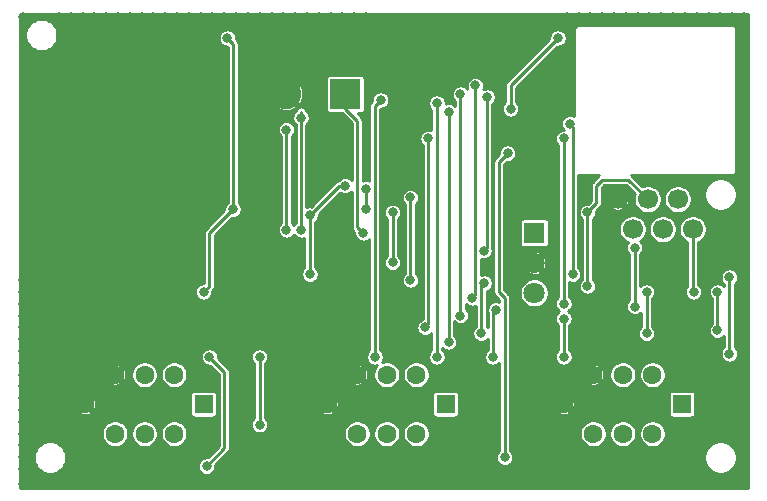
<source format=gbr>
%TF.GenerationSoftware,KiCad,Pcbnew,(5.1.9-0-10_14)*%
%TF.CreationDate,2021-07-01T16:44:21-07:00*%
%TF.ProjectId,vantroller_v5_switch,76616e74-726f-46c6-9c65-725f76355f73,rev?*%
%TF.SameCoordinates,Original*%
%TF.FileFunction,Copper,L2,Bot*%
%TF.FilePolarity,Positive*%
%FSLAX46Y46*%
G04 Gerber Fmt 4.6, Leading zero omitted, Abs format (unit mm)*
G04 Created by KiCad (PCBNEW (5.1.9-0-10_14)) date 2021-07-01 16:44:21*
%MOMM*%
%LPD*%
G01*
G04 APERTURE LIST*
%TA.AperFunction,ComponentPad*%
%ADD10C,1.800000*%
%TD*%
%TA.AperFunction,ComponentPad*%
%ADD11R,1.800000X1.800000*%
%TD*%
%TA.AperFunction,ComponentPad*%
%ADD12C,1.600000*%
%TD*%
%TA.AperFunction,ComponentPad*%
%ADD13R,1.600000X1.600000*%
%TD*%
%TA.AperFunction,ComponentPad*%
%ADD14C,1.700000*%
%TD*%
%TA.AperFunction,ComponentPad*%
%ADD15C,2.600000*%
%TD*%
%TA.AperFunction,ComponentPad*%
%ADD16R,2.600000X2.600000*%
%TD*%
%TA.AperFunction,ViaPad*%
%ADD17C,0.800000*%
%TD*%
%TA.AperFunction,Conductor*%
%ADD18C,0.250000*%
%TD*%
%TA.AperFunction,Conductor*%
%ADD19C,0.100000*%
%TD*%
G04 APERTURE END LIST*
D10*
%TO.P,U1,3*%
%TO.N,OKI3.3*%
X63500000Y-123080000D03*
%TO.P,U1,2*%
%TO.N,GND*%
X63500000Y-120540000D03*
D11*
%TO.P,U1,1*%
%TO.N,+12V*%
X63500000Y-118000000D03*
%TD*%
D12*
%TO.P,S3,1*%
%TO.N,Net-(S3-Pad1)*%
X73500000Y-130000000D03*
%TO.P,S3,2*%
%TO.N,/BUTTON3*%
X71000000Y-130000000D03*
%TO.P,S3,3*%
%TO.N,GND*%
X68500000Y-130000000D03*
%TO.P,S3,4*%
%TO.N,Net-(S3-Pad4)*%
X73500000Y-135000000D03*
%TO.P,S3,5*%
%TO.N,Net-(S3-Pad5)*%
X71000000Y-135000000D03*
%TO.P,S3,6*%
%TO.N,Net-(S3-Pad6)*%
X68500000Y-135000000D03*
D13*
%TO.P,S3,L1*%
%TO.N,Net-(R6-Pad2)*%
X76000000Y-132500000D03*
D12*
%TO.P,S3,L2*%
%TO.N,GND*%
X66000000Y-132500000D03*
%TD*%
%TO.P,S2,1*%
%TO.N,Net-(S2-Pad1)*%
X53500000Y-130000000D03*
%TO.P,S2,2*%
%TO.N,/BUTTON2*%
X51000000Y-130000000D03*
%TO.P,S2,3*%
%TO.N,GND*%
X48500000Y-130000000D03*
%TO.P,S2,4*%
%TO.N,Net-(S2-Pad4)*%
X53500000Y-135000000D03*
%TO.P,S2,5*%
%TO.N,Net-(S2-Pad5)*%
X51000000Y-135000000D03*
%TO.P,S2,6*%
%TO.N,Net-(S2-Pad6)*%
X48500000Y-135000000D03*
D13*
%TO.P,S2,L1*%
%TO.N,Net-(R4-Pad2)*%
X56000000Y-132500000D03*
D12*
%TO.P,S2,L2*%
%TO.N,GND*%
X46000000Y-132500000D03*
%TD*%
%TO.P,S1,1*%
%TO.N,Net-(S1-Pad1)*%
X33000000Y-130000000D03*
%TO.P,S1,2*%
%TO.N,/BUTTON1*%
X30500000Y-130000000D03*
%TO.P,S1,3*%
%TO.N,GND*%
X28000000Y-130000000D03*
%TO.P,S1,4*%
%TO.N,Net-(S1-Pad4)*%
X33000000Y-135000000D03*
%TO.P,S1,5*%
%TO.N,Net-(S1-Pad5)*%
X30500000Y-135000000D03*
%TO.P,S1,6*%
%TO.N,Net-(S1-Pad6)*%
X28000000Y-135000000D03*
D13*
%TO.P,S1,L1*%
%TO.N,Net-(R2-Pad2)*%
X35500000Y-132500000D03*
D12*
%TO.P,S1,L2*%
%TO.N,GND*%
X25500000Y-132500000D03*
%TD*%
D14*
%TO.P,J2,6*%
%TO.N,+3V3*%
X76925000Y-117690000D03*
%TO.P,J2,4*%
%TO.N,Net-(J2-Pad4)*%
X74385000Y-117690000D03*
%TO.P,J2,2*%
%TO.N,/SDA*%
X71845000Y-117690000D03*
%TO.P,J2,5*%
%TO.N,Net-(J2-Pad5)*%
X75655000Y-115150000D03*
%TO.P,J2,3*%
%TO.N,/SCL*%
X73095000Y-115150000D03*
%TO.P,J2,1*%
%TO.N,GND*%
X70575000Y-115150000D03*
%TD*%
D15*
%TO.P,J1,2*%
%TO.N,GND*%
X42500000Y-106250000D03*
D16*
%TO.P,J1,1*%
%TO.N,+12V*%
X47500000Y-106250000D03*
%TD*%
D17*
%TO.N,Net-(BT1-Pad1)*%
X38000000Y-116000000D03*
X35500000Y-123000000D03*
X37500000Y-101500000D03*
%TO.N,GND*%
X62000000Y-130000000D03*
X61500000Y-120500000D03*
X35250000Y-139250000D03*
X34250000Y-139250000D03*
X33250000Y-139250000D03*
X32250000Y-139250000D03*
X31250000Y-139250000D03*
X30250000Y-139250000D03*
X29250000Y-139250000D03*
X28250000Y-139250000D03*
X27250000Y-139250000D03*
X26250000Y-139250000D03*
X25250000Y-139250000D03*
X24250000Y-139250000D03*
X23250000Y-139250000D03*
X22250000Y-139250000D03*
X21250000Y-139250000D03*
X20250000Y-139250000D03*
X51250000Y-139250000D03*
X50250000Y-139250000D03*
X49250000Y-139250000D03*
X48250000Y-139250000D03*
X47250000Y-139250000D03*
X46250000Y-139250000D03*
X45250000Y-139250000D03*
X44250000Y-139250000D03*
X43250000Y-139250000D03*
X42250000Y-139250000D03*
X41250000Y-139250000D03*
X40250000Y-139250000D03*
X39250000Y-139250000D03*
X38250000Y-139250000D03*
X37250000Y-139250000D03*
X36250000Y-139250000D03*
X67250000Y-139250000D03*
X66250000Y-139250000D03*
X65250000Y-139250000D03*
X64250000Y-139250000D03*
X63250000Y-139250000D03*
X62250000Y-139250000D03*
X61250000Y-139250000D03*
X60250000Y-139250000D03*
X59250000Y-139250000D03*
X58250000Y-139250000D03*
X57250000Y-139250000D03*
X56250000Y-139250000D03*
X55250000Y-139250000D03*
X54250000Y-139250000D03*
X53250000Y-139250000D03*
X52250000Y-139250000D03*
X81250000Y-139250000D03*
X80250000Y-139250000D03*
X79250000Y-139250000D03*
X78250000Y-139250000D03*
X77250000Y-139250000D03*
X76250000Y-139250000D03*
X75250000Y-139250000D03*
X74250000Y-139250000D03*
X73250000Y-139250000D03*
X72250000Y-139250000D03*
X71250000Y-139250000D03*
X70250000Y-139250000D03*
X69250000Y-139250000D03*
X68250000Y-139250000D03*
X33250000Y-99750000D03*
X32250000Y-99750000D03*
X31250000Y-99750000D03*
X30250000Y-99750000D03*
X29250000Y-99750000D03*
X28250000Y-99750000D03*
X27250000Y-99750000D03*
X26250000Y-99750000D03*
X25250000Y-99750000D03*
X24250000Y-99750000D03*
X23250000Y-99750000D03*
X20250000Y-99750000D03*
X49250000Y-99750000D03*
X48250000Y-99750000D03*
X47250000Y-99750000D03*
X46250000Y-99750000D03*
X45250000Y-99750000D03*
X44250000Y-99750000D03*
X43250000Y-99750000D03*
X42250000Y-99750000D03*
X41250000Y-99750000D03*
X40250000Y-99750000D03*
X39250000Y-99750000D03*
X38250000Y-99750000D03*
X37250000Y-99750000D03*
X36250000Y-99750000D03*
X35250000Y-99750000D03*
X34250000Y-99750000D03*
X81250000Y-99750000D03*
X80250000Y-99750000D03*
X79250000Y-99750000D03*
X78250000Y-99750000D03*
X77250000Y-99750000D03*
X76250000Y-99750000D03*
X75250000Y-99750000D03*
X74250000Y-99750000D03*
X73250000Y-99750000D03*
X72250000Y-99750000D03*
X71250000Y-99750000D03*
X70250000Y-99750000D03*
X69250000Y-99750000D03*
X68250000Y-99750000D03*
X67250000Y-99750000D03*
X66250000Y-99750000D03*
X81250000Y-131000000D03*
X81250000Y-132000000D03*
X81250000Y-133000000D03*
X81250000Y-134000000D03*
X81250000Y-135000000D03*
X81250000Y-136000000D03*
X81250000Y-137000000D03*
X81250000Y-138000000D03*
X81250000Y-115000000D03*
X81250000Y-116000000D03*
X81250000Y-117000000D03*
X81250000Y-118000000D03*
X81250000Y-119000000D03*
X81250000Y-120000000D03*
X81250000Y-121000000D03*
X81250000Y-122000000D03*
X81250000Y-123000000D03*
X81250000Y-124000000D03*
X81250000Y-125000000D03*
X81250000Y-126000000D03*
X81250000Y-127000000D03*
X81250000Y-128000000D03*
X81250000Y-129000000D03*
X81250000Y-130000000D03*
X81250000Y-101000000D03*
X81250000Y-102000000D03*
X81250000Y-103000000D03*
X81250000Y-104000000D03*
X81250000Y-105000000D03*
X81250000Y-106000000D03*
X81250000Y-107000000D03*
X81250000Y-108000000D03*
X81250000Y-109000000D03*
X81250000Y-110000000D03*
X81250000Y-111000000D03*
X81250000Y-112000000D03*
X81250000Y-113000000D03*
X81250000Y-114000000D03*
X20250000Y-131000000D03*
X20250000Y-132000000D03*
X20250000Y-133000000D03*
X20250000Y-134000000D03*
X20250000Y-135000000D03*
X20250000Y-136000000D03*
X20250000Y-137000000D03*
X20250000Y-138000000D03*
X20250000Y-122000000D03*
X20250000Y-123000000D03*
X20250000Y-124000000D03*
X20250000Y-125000000D03*
X20250000Y-126000000D03*
X20250000Y-127000000D03*
X20250000Y-128000000D03*
X20250000Y-129000000D03*
X20250000Y-130000000D03*
%TO.N,+12V*%
X49000000Y-118000000D03*
%TO.N,+3V3*%
X47500000Y-114000000D03*
X44500000Y-116500000D03*
X77000000Y-123000000D03*
X79000000Y-126250000D03*
X79000000Y-123000000D03*
X53000000Y-115000000D03*
X59000000Y-126500000D03*
X59250000Y-122250000D03*
X53000000Y-122000000D03*
X73000000Y-123000000D03*
X73000000Y-126500000D03*
X44500000Y-121500000D03*
%TO.N,/SDA*%
X72000000Y-124250000D03*
X72000000Y-119250000D03*
%TO.N,/SCL*%
X68000000Y-116250000D03*
X68000000Y-122500000D03*
%TO.N,/RESETN*%
X56250000Y-127250000D03*
X56250000Y-107750000D03*
X61500000Y-107500000D03*
X65500000Y-101500000D03*
%TO.N,/SWO*%
X42500000Y-109250000D03*
X42500000Y-117750000D03*
%TO.N,/SWDIO*%
X54500000Y-110000000D03*
X54250000Y-126000000D03*
%TO.N,/SWCLK*%
X43750000Y-108250000D03*
X43750000Y-117750000D03*
%TO.N,/PTI_FRAME*%
X58500000Y-105500000D03*
X58250000Y-123500000D03*
%TO.N,/PTI_DATA*%
X59500000Y-106500000D03*
X59250000Y-119500000D03*
%TO.N,/BUTTON1*%
X40250000Y-134250000D03*
X40250000Y-128500000D03*
X50000000Y-128500000D03*
X50500000Y-106750000D03*
%TO.N,/BUTTON1_LED*%
X36000000Y-128500000D03*
X35750000Y-137750000D03*
X61000000Y-137000000D03*
X61250000Y-111250000D03*
%TO.N,/BUTTON2*%
X55250000Y-128500000D03*
X55250000Y-107000000D03*
%TO.N,/BUTTON2_LED*%
X60000000Y-128500000D03*
X60250000Y-124500000D03*
X66000000Y-124000000D03*
X66000000Y-110000000D03*
%TO.N,/BUTTON3*%
X66000000Y-128500000D03*
X66000000Y-125250000D03*
X57250000Y-125000000D03*
X57250000Y-106250000D03*
%TO.N,/BUTTON3_LED*%
X80000000Y-128250000D03*
X80000000Y-121750000D03*
X66750000Y-121500000D03*
X66500000Y-108750000D03*
%TO.N,OKI3.3*%
X49250000Y-114250000D03*
X49250000Y-116000000D03*
X51500000Y-116250000D03*
X51500000Y-120500000D03*
%TD*%
D18*
%TO.N,Net-(BT1-Pad1)*%
X36000000Y-118000000D02*
X38000000Y-116000000D01*
X36000000Y-122500000D02*
X36000000Y-118000000D01*
X35500000Y-123000000D02*
X36000000Y-122500000D01*
X38000000Y-102000000D02*
X38000000Y-116000000D01*
X37500000Y-101500000D02*
X38000000Y-102000000D01*
%TO.N,GND*%
X62000000Y-121000000D02*
X62000000Y-130000000D01*
X61500000Y-120500000D02*
X62000000Y-121000000D01*
%TO.N,+12V*%
X47500000Y-107500000D02*
X48500000Y-108500000D01*
X47500000Y-106250000D02*
X47500000Y-107500000D01*
X49000000Y-118000000D02*
X48500000Y-117500000D01*
X48500000Y-117500000D02*
X48500000Y-108500000D01*
%TO.N,+3V3*%
X47000000Y-114000000D02*
X47500000Y-114000000D01*
X44500000Y-116500000D02*
X47000000Y-114000000D01*
X76925000Y-122925000D02*
X76925000Y-117690000D01*
X77000000Y-123000000D02*
X76925000Y-122925000D01*
X79000000Y-123000000D02*
X79000000Y-126250000D01*
X59000000Y-122500000D02*
X59000000Y-126500000D01*
X59250000Y-122250000D02*
X59000000Y-122500000D01*
X53000000Y-122000000D02*
X53000000Y-115000000D01*
X73000000Y-126500000D02*
X73000000Y-123000000D01*
X44500000Y-116500000D02*
X44500000Y-121500000D01*
%TO.N,/SDA*%
X72000000Y-119250000D02*
X72000000Y-124250000D01*
%TO.N,/SCL*%
X71445000Y-113500000D02*
X73095000Y-115150000D01*
X69250000Y-113500000D02*
X71445000Y-113500000D01*
X68750000Y-114000000D02*
X69250000Y-113500000D01*
X68750000Y-115500000D02*
X68750000Y-114000000D01*
X68000000Y-116250000D02*
X68750000Y-115500000D01*
X68000000Y-116250000D02*
X68000000Y-122500000D01*
%TO.N,/RESETN*%
X56250000Y-109000000D02*
X56250000Y-127250000D01*
X56250000Y-107750000D02*
X56250000Y-109000000D01*
X61500000Y-105500000D02*
X61500000Y-107500000D01*
X65500000Y-101500000D02*
X61500000Y-105500000D01*
%TO.N,/SWO*%
X42500000Y-109000000D02*
X42500000Y-109250000D01*
X42500000Y-117750000D02*
X42500000Y-109000000D01*
%TO.N,/SWDIO*%
X54500000Y-125750000D02*
X54500000Y-110000000D01*
X54250000Y-126000000D02*
X54500000Y-125750000D01*
%TO.N,/SWCLK*%
X43750000Y-117750000D02*
X43750000Y-107750000D01*
%TO.N,/PTI_FRAME*%
X58500000Y-123250000D02*
X58500000Y-105500000D01*
X58250000Y-123500000D02*
X58500000Y-123250000D01*
%TO.N,/PTI_DATA*%
X59500000Y-119250000D02*
X59500000Y-106500000D01*
X59250000Y-119500000D02*
X59500000Y-119250000D01*
%TO.N,/BUTTON1*%
X40250000Y-128500000D02*
X40250000Y-134250000D01*
X50000000Y-107250000D02*
X50000000Y-128500000D01*
X50500000Y-106750000D02*
X50000000Y-107250000D01*
%TO.N,/BUTTON1_LED*%
X37250000Y-129750000D02*
X36000000Y-128500000D01*
X37250000Y-136250000D02*
X37250000Y-129750000D01*
X35750000Y-137750000D02*
X37250000Y-136250000D01*
X61000000Y-123500000D02*
X61000000Y-137000000D01*
X60500000Y-123000000D02*
X61000000Y-123500000D01*
X60500000Y-112000000D02*
X60500000Y-123000000D01*
X61250000Y-111250000D02*
X60500000Y-112000000D01*
%TO.N,/BUTTON2*%
X55250000Y-128250000D02*
X55250000Y-128500000D01*
X55250000Y-107000000D02*
X55250000Y-128250000D01*
%TO.N,/BUTTON2_LED*%
X60000000Y-124750000D02*
X60000000Y-128500000D01*
X60250000Y-124500000D02*
X60000000Y-124750000D01*
X66000000Y-110000000D02*
X66000000Y-124000000D01*
%TO.N,/BUTTON3*%
X66000000Y-125250000D02*
X66000000Y-128500000D01*
X57250000Y-106250000D02*
X57250000Y-125000000D01*
%TO.N,/BUTTON3_LED*%
X80000000Y-121750000D02*
X80000000Y-128250000D01*
X66750000Y-109000000D02*
X66750000Y-121500000D01*
X66500000Y-108750000D02*
X66750000Y-109000000D01*
%TO.N,OKI3.3*%
X49250000Y-116000000D02*
X49250000Y-114250000D01*
X51500000Y-120500000D02*
X51500000Y-116250000D01*
%TD*%
%TO.N,GND*%
X81565001Y-139565000D02*
X19935000Y-139565000D01*
X19935000Y-136864736D01*
X21126645Y-136864736D01*
X21126645Y-137135264D01*
X21179422Y-137400593D01*
X21282949Y-137650527D01*
X21433246Y-137875463D01*
X21624537Y-138066754D01*
X21849473Y-138217051D01*
X22099407Y-138320578D01*
X22364736Y-138373355D01*
X22635264Y-138373355D01*
X22900593Y-138320578D01*
X23150527Y-138217051D01*
X23375463Y-138066754D01*
X23566754Y-137875463D01*
X23698955Y-137677609D01*
X35015000Y-137677609D01*
X35015000Y-137822391D01*
X35043246Y-137964391D01*
X35098652Y-138098153D01*
X35179088Y-138218535D01*
X35281465Y-138320912D01*
X35401847Y-138401348D01*
X35535609Y-138456754D01*
X35677609Y-138485000D01*
X35822391Y-138485000D01*
X35964391Y-138456754D01*
X36098153Y-138401348D01*
X36218535Y-138320912D01*
X36320912Y-138218535D01*
X36401348Y-138098153D01*
X36456754Y-137964391D01*
X36485000Y-137822391D01*
X36485000Y-137677609D01*
X36482997Y-137667540D01*
X37559299Y-136591239D01*
X37576842Y-136576842D01*
X37634326Y-136506798D01*
X37677040Y-136426886D01*
X37703343Y-136340176D01*
X37710000Y-136272590D01*
X37710000Y-136272581D01*
X37712224Y-136250001D01*
X37710000Y-136227421D01*
X37710000Y-129772582D01*
X37712224Y-129750000D01*
X37710000Y-129727418D01*
X37710000Y-129727410D01*
X37703343Y-129659824D01*
X37677040Y-129573114D01*
X37634326Y-129493202D01*
X37576842Y-129423158D01*
X37559297Y-129408759D01*
X36732997Y-128582460D01*
X36735000Y-128572391D01*
X36735000Y-128427609D01*
X39515000Y-128427609D01*
X39515000Y-128572391D01*
X39543246Y-128714391D01*
X39598652Y-128848153D01*
X39679088Y-128968535D01*
X39781465Y-129070912D01*
X39790000Y-129076615D01*
X39790001Y-133673385D01*
X39781465Y-133679088D01*
X39679088Y-133781465D01*
X39598652Y-133901847D01*
X39543246Y-134035609D01*
X39515000Y-134177609D01*
X39515000Y-134322391D01*
X39543246Y-134464391D01*
X39598652Y-134598153D01*
X39679088Y-134718535D01*
X39781465Y-134820912D01*
X39901847Y-134901348D01*
X40035609Y-134956754D01*
X40177609Y-134985000D01*
X40322391Y-134985000D01*
X40464391Y-134956754D01*
X40598153Y-134901348D01*
X40617812Y-134888212D01*
X47365000Y-134888212D01*
X47365000Y-135111788D01*
X47408617Y-135331067D01*
X47494176Y-135537624D01*
X47618388Y-135723520D01*
X47776480Y-135881612D01*
X47962376Y-136005824D01*
X48168933Y-136091383D01*
X48388212Y-136135000D01*
X48611788Y-136135000D01*
X48831067Y-136091383D01*
X49037624Y-136005824D01*
X49223520Y-135881612D01*
X49381612Y-135723520D01*
X49505824Y-135537624D01*
X49591383Y-135331067D01*
X49635000Y-135111788D01*
X49635000Y-134888212D01*
X49865000Y-134888212D01*
X49865000Y-135111788D01*
X49908617Y-135331067D01*
X49994176Y-135537624D01*
X50118388Y-135723520D01*
X50276480Y-135881612D01*
X50462376Y-136005824D01*
X50668933Y-136091383D01*
X50888212Y-136135000D01*
X51111788Y-136135000D01*
X51331067Y-136091383D01*
X51537624Y-136005824D01*
X51723520Y-135881612D01*
X51881612Y-135723520D01*
X52005824Y-135537624D01*
X52091383Y-135331067D01*
X52135000Y-135111788D01*
X52135000Y-134888212D01*
X52365000Y-134888212D01*
X52365000Y-135111788D01*
X52408617Y-135331067D01*
X52494176Y-135537624D01*
X52618388Y-135723520D01*
X52776480Y-135881612D01*
X52962376Y-136005824D01*
X53168933Y-136091383D01*
X53388212Y-136135000D01*
X53611788Y-136135000D01*
X53831067Y-136091383D01*
X54037624Y-136005824D01*
X54223520Y-135881612D01*
X54381612Y-135723520D01*
X54505824Y-135537624D01*
X54591383Y-135331067D01*
X54635000Y-135111788D01*
X54635000Y-134888212D01*
X54591383Y-134668933D01*
X54505824Y-134462376D01*
X54381612Y-134276480D01*
X54223520Y-134118388D01*
X54037624Y-133994176D01*
X53831067Y-133908617D01*
X53611788Y-133865000D01*
X53388212Y-133865000D01*
X53168933Y-133908617D01*
X52962376Y-133994176D01*
X52776480Y-134118388D01*
X52618388Y-134276480D01*
X52494176Y-134462376D01*
X52408617Y-134668933D01*
X52365000Y-134888212D01*
X52135000Y-134888212D01*
X52091383Y-134668933D01*
X52005824Y-134462376D01*
X51881612Y-134276480D01*
X51723520Y-134118388D01*
X51537624Y-133994176D01*
X51331067Y-133908617D01*
X51111788Y-133865000D01*
X50888212Y-133865000D01*
X50668933Y-133908617D01*
X50462376Y-133994176D01*
X50276480Y-134118388D01*
X50118388Y-134276480D01*
X49994176Y-134462376D01*
X49908617Y-134668933D01*
X49865000Y-134888212D01*
X49635000Y-134888212D01*
X49591383Y-134668933D01*
X49505824Y-134462376D01*
X49381612Y-134276480D01*
X49223520Y-134118388D01*
X49037624Y-133994176D01*
X48831067Y-133908617D01*
X48611788Y-133865000D01*
X48388212Y-133865000D01*
X48168933Y-133908617D01*
X47962376Y-133994176D01*
X47776480Y-134118388D01*
X47618388Y-134276480D01*
X47494176Y-134462376D01*
X47408617Y-134668933D01*
X47365000Y-134888212D01*
X40617812Y-134888212D01*
X40718535Y-134820912D01*
X40820912Y-134718535D01*
X40901348Y-134598153D01*
X40956754Y-134464391D01*
X40985000Y-134322391D01*
X40985000Y-134177609D01*
X40956754Y-134035609D01*
X40901348Y-133901847D01*
X40820912Y-133781465D01*
X40718535Y-133679088D01*
X40710000Y-133673385D01*
X40710000Y-133219774D01*
X45462660Y-133219774D01*
X45563318Y-133320509D01*
X45731782Y-133389936D01*
X45910554Y-133425163D01*
X46092763Y-133424836D01*
X46271407Y-133388968D01*
X46436682Y-133320509D01*
X46537340Y-133219774D01*
X46000000Y-132682434D01*
X45462660Y-133219774D01*
X40710000Y-133219774D01*
X40710000Y-132410554D01*
X45074837Y-132410554D01*
X45075164Y-132592763D01*
X45111032Y-132771407D01*
X45179491Y-132936682D01*
X45280226Y-133037340D01*
X45817566Y-132500000D01*
X46182434Y-132500000D01*
X46719774Y-133037340D01*
X46820509Y-132936682D01*
X46889936Y-132768218D01*
X46925163Y-132589446D01*
X46924836Y-132407237D01*
X46888968Y-132228593D01*
X46820509Y-132063318D01*
X46719774Y-131962660D01*
X46182434Y-132500000D01*
X45817566Y-132500000D01*
X45280226Y-131962660D01*
X45179491Y-132063318D01*
X45110064Y-132231782D01*
X45074837Y-132410554D01*
X40710000Y-132410554D01*
X40710000Y-131780226D01*
X45462660Y-131780226D01*
X46000000Y-132317566D01*
X46537340Y-131780226D01*
X46457176Y-131700000D01*
X54863380Y-131700000D01*
X54863380Y-133300000D01*
X54869848Y-133365671D01*
X54889004Y-133428819D01*
X54920111Y-133487016D01*
X54961974Y-133538026D01*
X55012984Y-133579889D01*
X55071181Y-133610996D01*
X55134329Y-133630152D01*
X55200000Y-133636620D01*
X56800000Y-133636620D01*
X56865671Y-133630152D01*
X56928819Y-133610996D01*
X56987016Y-133579889D01*
X57038026Y-133538026D01*
X57079889Y-133487016D01*
X57110996Y-133428819D01*
X57130152Y-133365671D01*
X57136620Y-133300000D01*
X57136620Y-131700000D01*
X57130152Y-131634329D01*
X57110996Y-131571181D01*
X57079889Y-131512984D01*
X57038026Y-131461974D01*
X56987016Y-131420111D01*
X56928819Y-131389004D01*
X56865671Y-131369848D01*
X56800000Y-131363380D01*
X55200000Y-131363380D01*
X55134329Y-131369848D01*
X55071181Y-131389004D01*
X55012984Y-131420111D01*
X54961974Y-131461974D01*
X54920111Y-131512984D01*
X54889004Y-131571181D01*
X54869848Y-131634329D01*
X54863380Y-131700000D01*
X46457176Y-131700000D01*
X46436682Y-131679491D01*
X46268218Y-131610064D01*
X46089446Y-131574837D01*
X45907237Y-131575164D01*
X45728593Y-131611032D01*
X45563318Y-131679491D01*
X45462660Y-131780226D01*
X40710000Y-131780226D01*
X40710000Y-130719774D01*
X47962660Y-130719774D01*
X48063318Y-130820509D01*
X48231782Y-130889936D01*
X48410554Y-130925163D01*
X48592763Y-130924836D01*
X48771407Y-130888968D01*
X48936682Y-130820509D01*
X49037340Y-130719774D01*
X48500000Y-130182434D01*
X47962660Y-130719774D01*
X40710000Y-130719774D01*
X40710000Y-129910554D01*
X47574837Y-129910554D01*
X47575164Y-130092763D01*
X47611032Y-130271407D01*
X47679491Y-130436682D01*
X47780226Y-130537340D01*
X48317566Y-130000000D01*
X48682434Y-130000000D01*
X49219774Y-130537340D01*
X49320509Y-130436682D01*
X49389936Y-130268218D01*
X49425163Y-130089446D01*
X49424836Y-129907237D01*
X49388968Y-129728593D01*
X49320509Y-129563318D01*
X49219774Y-129462660D01*
X48682434Y-130000000D01*
X48317566Y-130000000D01*
X47780226Y-129462660D01*
X47679491Y-129563318D01*
X47610064Y-129731782D01*
X47574837Y-129910554D01*
X40710000Y-129910554D01*
X40710000Y-129280226D01*
X47962660Y-129280226D01*
X48500000Y-129817566D01*
X49037340Y-129280226D01*
X48936682Y-129179491D01*
X48768218Y-129110064D01*
X48589446Y-129074837D01*
X48407237Y-129075164D01*
X48228593Y-129111032D01*
X48063318Y-129179491D01*
X47962660Y-129280226D01*
X40710000Y-129280226D01*
X40710000Y-129076615D01*
X40718535Y-129070912D01*
X40820912Y-128968535D01*
X40901348Y-128848153D01*
X40956754Y-128714391D01*
X40985000Y-128572391D01*
X40985000Y-128427609D01*
X40956754Y-128285609D01*
X40901348Y-128151847D01*
X40820912Y-128031465D01*
X40718535Y-127929088D01*
X40598153Y-127848652D01*
X40464391Y-127793246D01*
X40322391Y-127765000D01*
X40177609Y-127765000D01*
X40035609Y-127793246D01*
X39901847Y-127848652D01*
X39781465Y-127929088D01*
X39679088Y-128031465D01*
X39598652Y-128151847D01*
X39543246Y-128285609D01*
X39515000Y-128427609D01*
X36735000Y-128427609D01*
X36706754Y-128285609D01*
X36651348Y-128151847D01*
X36570912Y-128031465D01*
X36468535Y-127929088D01*
X36348153Y-127848652D01*
X36214391Y-127793246D01*
X36072391Y-127765000D01*
X35927609Y-127765000D01*
X35785609Y-127793246D01*
X35651847Y-127848652D01*
X35531465Y-127929088D01*
X35429088Y-128031465D01*
X35348652Y-128151847D01*
X35293246Y-128285609D01*
X35265000Y-128427609D01*
X35265000Y-128572391D01*
X35293246Y-128714391D01*
X35348652Y-128848153D01*
X35429088Y-128968535D01*
X35531465Y-129070912D01*
X35651847Y-129151348D01*
X35785609Y-129206754D01*
X35927609Y-129235000D01*
X36072391Y-129235000D01*
X36082460Y-129232997D01*
X36790001Y-129940539D01*
X36790000Y-136059462D01*
X35832460Y-137017003D01*
X35822391Y-137015000D01*
X35677609Y-137015000D01*
X35535609Y-137043246D01*
X35401847Y-137098652D01*
X35281465Y-137179088D01*
X35179088Y-137281465D01*
X35098652Y-137401847D01*
X35043246Y-137535609D01*
X35015000Y-137677609D01*
X23698955Y-137677609D01*
X23717051Y-137650527D01*
X23820578Y-137400593D01*
X23873355Y-137135264D01*
X23873355Y-136864736D01*
X23820578Y-136599407D01*
X23717051Y-136349473D01*
X23566754Y-136124537D01*
X23375463Y-135933246D01*
X23150527Y-135782949D01*
X22900593Y-135679422D01*
X22635264Y-135626645D01*
X22364736Y-135626645D01*
X22099407Y-135679422D01*
X21849473Y-135782949D01*
X21624537Y-135933246D01*
X21433246Y-136124537D01*
X21282949Y-136349473D01*
X21179422Y-136599407D01*
X21126645Y-136864736D01*
X19935000Y-136864736D01*
X19935000Y-134888212D01*
X26865000Y-134888212D01*
X26865000Y-135111788D01*
X26908617Y-135331067D01*
X26994176Y-135537624D01*
X27118388Y-135723520D01*
X27276480Y-135881612D01*
X27462376Y-136005824D01*
X27668933Y-136091383D01*
X27888212Y-136135000D01*
X28111788Y-136135000D01*
X28331067Y-136091383D01*
X28537624Y-136005824D01*
X28723520Y-135881612D01*
X28881612Y-135723520D01*
X29005824Y-135537624D01*
X29091383Y-135331067D01*
X29135000Y-135111788D01*
X29135000Y-134888212D01*
X29365000Y-134888212D01*
X29365000Y-135111788D01*
X29408617Y-135331067D01*
X29494176Y-135537624D01*
X29618388Y-135723520D01*
X29776480Y-135881612D01*
X29962376Y-136005824D01*
X30168933Y-136091383D01*
X30388212Y-136135000D01*
X30611788Y-136135000D01*
X30831067Y-136091383D01*
X31037624Y-136005824D01*
X31223520Y-135881612D01*
X31381612Y-135723520D01*
X31505824Y-135537624D01*
X31591383Y-135331067D01*
X31635000Y-135111788D01*
X31635000Y-134888212D01*
X31865000Y-134888212D01*
X31865000Y-135111788D01*
X31908617Y-135331067D01*
X31994176Y-135537624D01*
X32118388Y-135723520D01*
X32276480Y-135881612D01*
X32462376Y-136005824D01*
X32668933Y-136091383D01*
X32888212Y-136135000D01*
X33111788Y-136135000D01*
X33331067Y-136091383D01*
X33537624Y-136005824D01*
X33723520Y-135881612D01*
X33881612Y-135723520D01*
X34005824Y-135537624D01*
X34091383Y-135331067D01*
X34135000Y-135111788D01*
X34135000Y-134888212D01*
X34091383Y-134668933D01*
X34005824Y-134462376D01*
X33881612Y-134276480D01*
X33723520Y-134118388D01*
X33537624Y-133994176D01*
X33331067Y-133908617D01*
X33111788Y-133865000D01*
X32888212Y-133865000D01*
X32668933Y-133908617D01*
X32462376Y-133994176D01*
X32276480Y-134118388D01*
X32118388Y-134276480D01*
X31994176Y-134462376D01*
X31908617Y-134668933D01*
X31865000Y-134888212D01*
X31635000Y-134888212D01*
X31591383Y-134668933D01*
X31505824Y-134462376D01*
X31381612Y-134276480D01*
X31223520Y-134118388D01*
X31037624Y-133994176D01*
X30831067Y-133908617D01*
X30611788Y-133865000D01*
X30388212Y-133865000D01*
X30168933Y-133908617D01*
X29962376Y-133994176D01*
X29776480Y-134118388D01*
X29618388Y-134276480D01*
X29494176Y-134462376D01*
X29408617Y-134668933D01*
X29365000Y-134888212D01*
X29135000Y-134888212D01*
X29091383Y-134668933D01*
X29005824Y-134462376D01*
X28881612Y-134276480D01*
X28723520Y-134118388D01*
X28537624Y-133994176D01*
X28331067Y-133908617D01*
X28111788Y-133865000D01*
X27888212Y-133865000D01*
X27668933Y-133908617D01*
X27462376Y-133994176D01*
X27276480Y-134118388D01*
X27118388Y-134276480D01*
X26994176Y-134462376D01*
X26908617Y-134668933D01*
X26865000Y-134888212D01*
X19935000Y-134888212D01*
X19935000Y-133219774D01*
X24962660Y-133219774D01*
X25063318Y-133320509D01*
X25231782Y-133389936D01*
X25410554Y-133425163D01*
X25592763Y-133424836D01*
X25771407Y-133388968D01*
X25936682Y-133320509D01*
X26037340Y-133219774D01*
X25500000Y-132682434D01*
X24962660Y-133219774D01*
X19935000Y-133219774D01*
X19935000Y-132410554D01*
X24574837Y-132410554D01*
X24575164Y-132592763D01*
X24611032Y-132771407D01*
X24679491Y-132936682D01*
X24780226Y-133037340D01*
X25317566Y-132500000D01*
X25682434Y-132500000D01*
X26219774Y-133037340D01*
X26320509Y-132936682D01*
X26389936Y-132768218D01*
X26425163Y-132589446D01*
X26424836Y-132407237D01*
X26388968Y-132228593D01*
X26320509Y-132063318D01*
X26219774Y-131962660D01*
X25682434Y-132500000D01*
X25317566Y-132500000D01*
X24780226Y-131962660D01*
X24679491Y-132063318D01*
X24610064Y-132231782D01*
X24574837Y-132410554D01*
X19935000Y-132410554D01*
X19935000Y-131780226D01*
X24962660Y-131780226D01*
X25500000Y-132317566D01*
X26037340Y-131780226D01*
X25957176Y-131700000D01*
X34363380Y-131700000D01*
X34363380Y-133300000D01*
X34369848Y-133365671D01*
X34389004Y-133428819D01*
X34420111Y-133487016D01*
X34461974Y-133538026D01*
X34512984Y-133579889D01*
X34571181Y-133610996D01*
X34634329Y-133630152D01*
X34700000Y-133636620D01*
X36300000Y-133636620D01*
X36365671Y-133630152D01*
X36428819Y-133610996D01*
X36487016Y-133579889D01*
X36538026Y-133538026D01*
X36579889Y-133487016D01*
X36610996Y-133428819D01*
X36630152Y-133365671D01*
X36636620Y-133300000D01*
X36636620Y-131700000D01*
X36630152Y-131634329D01*
X36610996Y-131571181D01*
X36579889Y-131512984D01*
X36538026Y-131461974D01*
X36487016Y-131420111D01*
X36428819Y-131389004D01*
X36365671Y-131369848D01*
X36300000Y-131363380D01*
X34700000Y-131363380D01*
X34634329Y-131369848D01*
X34571181Y-131389004D01*
X34512984Y-131420111D01*
X34461974Y-131461974D01*
X34420111Y-131512984D01*
X34389004Y-131571181D01*
X34369848Y-131634329D01*
X34363380Y-131700000D01*
X25957176Y-131700000D01*
X25936682Y-131679491D01*
X25768218Y-131610064D01*
X25589446Y-131574837D01*
X25407237Y-131575164D01*
X25228593Y-131611032D01*
X25063318Y-131679491D01*
X24962660Y-131780226D01*
X19935000Y-131780226D01*
X19935000Y-130719774D01*
X27462660Y-130719774D01*
X27563318Y-130820509D01*
X27731782Y-130889936D01*
X27910554Y-130925163D01*
X28092763Y-130924836D01*
X28271407Y-130888968D01*
X28436682Y-130820509D01*
X28537340Y-130719774D01*
X28000000Y-130182434D01*
X27462660Y-130719774D01*
X19935000Y-130719774D01*
X19935000Y-129910554D01*
X27074837Y-129910554D01*
X27075164Y-130092763D01*
X27111032Y-130271407D01*
X27179491Y-130436682D01*
X27280226Y-130537340D01*
X27817566Y-130000000D01*
X28182434Y-130000000D01*
X28719774Y-130537340D01*
X28820509Y-130436682D01*
X28889936Y-130268218D01*
X28925163Y-130089446D01*
X28924836Y-129907237D01*
X28921017Y-129888212D01*
X29365000Y-129888212D01*
X29365000Y-130111788D01*
X29408617Y-130331067D01*
X29494176Y-130537624D01*
X29618388Y-130723520D01*
X29776480Y-130881612D01*
X29962376Y-131005824D01*
X30168933Y-131091383D01*
X30388212Y-131135000D01*
X30611788Y-131135000D01*
X30831067Y-131091383D01*
X31037624Y-131005824D01*
X31223520Y-130881612D01*
X31381612Y-130723520D01*
X31505824Y-130537624D01*
X31591383Y-130331067D01*
X31635000Y-130111788D01*
X31635000Y-129888212D01*
X31865000Y-129888212D01*
X31865000Y-130111788D01*
X31908617Y-130331067D01*
X31994176Y-130537624D01*
X32118388Y-130723520D01*
X32276480Y-130881612D01*
X32462376Y-131005824D01*
X32668933Y-131091383D01*
X32888212Y-131135000D01*
X33111788Y-131135000D01*
X33331067Y-131091383D01*
X33537624Y-131005824D01*
X33723520Y-130881612D01*
X33881612Y-130723520D01*
X34005824Y-130537624D01*
X34091383Y-130331067D01*
X34135000Y-130111788D01*
X34135000Y-129888212D01*
X34091383Y-129668933D01*
X34005824Y-129462376D01*
X33881612Y-129276480D01*
X33723520Y-129118388D01*
X33537624Y-128994176D01*
X33331067Y-128908617D01*
X33111788Y-128865000D01*
X32888212Y-128865000D01*
X32668933Y-128908617D01*
X32462376Y-128994176D01*
X32276480Y-129118388D01*
X32118388Y-129276480D01*
X31994176Y-129462376D01*
X31908617Y-129668933D01*
X31865000Y-129888212D01*
X31635000Y-129888212D01*
X31591383Y-129668933D01*
X31505824Y-129462376D01*
X31381612Y-129276480D01*
X31223520Y-129118388D01*
X31037624Y-128994176D01*
X30831067Y-128908617D01*
X30611788Y-128865000D01*
X30388212Y-128865000D01*
X30168933Y-128908617D01*
X29962376Y-128994176D01*
X29776480Y-129118388D01*
X29618388Y-129276480D01*
X29494176Y-129462376D01*
X29408617Y-129668933D01*
X29365000Y-129888212D01*
X28921017Y-129888212D01*
X28888968Y-129728593D01*
X28820509Y-129563318D01*
X28719774Y-129462660D01*
X28182434Y-130000000D01*
X27817566Y-130000000D01*
X27280226Y-129462660D01*
X27179491Y-129563318D01*
X27110064Y-129731782D01*
X27074837Y-129910554D01*
X19935000Y-129910554D01*
X19935000Y-129280226D01*
X27462660Y-129280226D01*
X28000000Y-129817566D01*
X28537340Y-129280226D01*
X28436682Y-129179491D01*
X28268218Y-129110064D01*
X28089446Y-129074837D01*
X27907237Y-129075164D01*
X27728593Y-129111032D01*
X27563318Y-129179491D01*
X27462660Y-129280226D01*
X19935000Y-129280226D01*
X19935000Y-122927609D01*
X34765000Y-122927609D01*
X34765000Y-123072391D01*
X34793246Y-123214391D01*
X34848652Y-123348153D01*
X34929088Y-123468535D01*
X35031465Y-123570912D01*
X35151847Y-123651348D01*
X35285609Y-123706754D01*
X35427609Y-123735000D01*
X35572391Y-123735000D01*
X35714391Y-123706754D01*
X35848153Y-123651348D01*
X35968535Y-123570912D01*
X36070912Y-123468535D01*
X36151348Y-123348153D01*
X36206754Y-123214391D01*
X36235000Y-123072391D01*
X36235000Y-122927609D01*
X36232997Y-122917541D01*
X36309298Y-122841240D01*
X36326842Y-122826842D01*
X36384326Y-122756798D01*
X36427040Y-122676886D01*
X36453343Y-122590176D01*
X36460000Y-122522590D01*
X36460000Y-122522582D01*
X36462224Y-122500000D01*
X36460000Y-122477418D01*
X36460000Y-118190537D01*
X37917541Y-116732997D01*
X37927609Y-116735000D01*
X38072391Y-116735000D01*
X38214391Y-116706754D01*
X38348153Y-116651348D01*
X38468535Y-116570912D01*
X38570912Y-116468535D01*
X38651348Y-116348153D01*
X38706754Y-116214391D01*
X38735000Y-116072391D01*
X38735000Y-115927609D01*
X38706754Y-115785609D01*
X38651348Y-115651847D01*
X38570912Y-115531465D01*
X38468535Y-115429088D01*
X38460000Y-115423385D01*
X38460000Y-109177609D01*
X41765000Y-109177609D01*
X41765000Y-109322391D01*
X41793246Y-109464391D01*
X41848652Y-109598153D01*
X41929088Y-109718535D01*
X42031465Y-109820912D01*
X42040001Y-109826615D01*
X42040000Y-117173385D01*
X42031465Y-117179088D01*
X41929088Y-117281465D01*
X41848652Y-117401847D01*
X41793246Y-117535609D01*
X41765000Y-117677609D01*
X41765000Y-117822391D01*
X41793246Y-117964391D01*
X41848652Y-118098153D01*
X41929088Y-118218535D01*
X42031465Y-118320912D01*
X42151847Y-118401348D01*
X42285609Y-118456754D01*
X42427609Y-118485000D01*
X42572391Y-118485000D01*
X42714391Y-118456754D01*
X42848153Y-118401348D01*
X42968535Y-118320912D01*
X43070912Y-118218535D01*
X43125000Y-118137586D01*
X43179088Y-118218535D01*
X43281465Y-118320912D01*
X43401847Y-118401348D01*
X43535609Y-118456754D01*
X43677609Y-118485000D01*
X43822391Y-118485000D01*
X43964391Y-118456754D01*
X44040000Y-118425436D01*
X44040001Y-120923385D01*
X44031465Y-120929088D01*
X43929088Y-121031465D01*
X43848652Y-121151847D01*
X43793246Y-121285609D01*
X43765000Y-121427609D01*
X43765000Y-121572391D01*
X43793246Y-121714391D01*
X43848652Y-121848153D01*
X43929088Y-121968535D01*
X44031465Y-122070912D01*
X44151847Y-122151348D01*
X44285609Y-122206754D01*
X44427609Y-122235000D01*
X44572391Y-122235000D01*
X44714391Y-122206754D01*
X44848153Y-122151348D01*
X44968535Y-122070912D01*
X45070912Y-121968535D01*
X45151348Y-121848153D01*
X45206754Y-121714391D01*
X45235000Y-121572391D01*
X45235000Y-121427609D01*
X45206754Y-121285609D01*
X45151348Y-121151847D01*
X45070912Y-121031465D01*
X44968535Y-120929088D01*
X44960000Y-120923385D01*
X44960000Y-117076615D01*
X44968535Y-117070912D01*
X45070912Y-116968535D01*
X45151348Y-116848153D01*
X45206754Y-116714391D01*
X45235000Y-116572391D01*
X45235000Y-116427609D01*
X45232997Y-116417540D01*
X47060335Y-114590202D01*
X47151847Y-114651348D01*
X47285609Y-114706754D01*
X47427609Y-114735000D01*
X47572391Y-114735000D01*
X47714391Y-114706754D01*
X47848153Y-114651348D01*
X47968535Y-114570912D01*
X48040000Y-114499447D01*
X48040000Y-117477418D01*
X48037776Y-117500000D01*
X48040000Y-117522582D01*
X48040000Y-117522589D01*
X48046657Y-117590175D01*
X48072960Y-117676885D01*
X48115674Y-117756797D01*
X48173158Y-117826842D01*
X48190708Y-117841245D01*
X48267003Y-117917540D01*
X48265000Y-117927609D01*
X48265000Y-118072391D01*
X48293246Y-118214391D01*
X48348652Y-118348153D01*
X48429088Y-118468535D01*
X48531465Y-118570912D01*
X48651847Y-118651348D01*
X48785609Y-118706754D01*
X48927609Y-118735000D01*
X49072391Y-118735000D01*
X49214391Y-118706754D01*
X49348153Y-118651348D01*
X49468535Y-118570912D01*
X49540001Y-118499446D01*
X49540001Y-127923384D01*
X49531465Y-127929088D01*
X49429088Y-128031465D01*
X49348652Y-128151847D01*
X49293246Y-128285609D01*
X49265000Y-128427609D01*
X49265000Y-128572391D01*
X49293246Y-128714391D01*
X49348652Y-128848153D01*
X49429088Y-128968535D01*
X49531465Y-129070912D01*
X49651847Y-129151348D01*
X49785609Y-129206754D01*
X49927609Y-129235000D01*
X50072391Y-129235000D01*
X50181589Y-129213279D01*
X50118388Y-129276480D01*
X49994176Y-129462376D01*
X49908617Y-129668933D01*
X49865000Y-129888212D01*
X49865000Y-130111788D01*
X49908617Y-130331067D01*
X49994176Y-130537624D01*
X50118388Y-130723520D01*
X50276480Y-130881612D01*
X50462376Y-131005824D01*
X50668933Y-131091383D01*
X50888212Y-131135000D01*
X51111788Y-131135000D01*
X51331067Y-131091383D01*
X51537624Y-131005824D01*
X51723520Y-130881612D01*
X51881612Y-130723520D01*
X52005824Y-130537624D01*
X52091383Y-130331067D01*
X52135000Y-130111788D01*
X52135000Y-129888212D01*
X52365000Y-129888212D01*
X52365000Y-130111788D01*
X52408617Y-130331067D01*
X52494176Y-130537624D01*
X52618388Y-130723520D01*
X52776480Y-130881612D01*
X52962376Y-131005824D01*
X53168933Y-131091383D01*
X53388212Y-131135000D01*
X53611788Y-131135000D01*
X53831067Y-131091383D01*
X54037624Y-131005824D01*
X54223520Y-130881612D01*
X54381612Y-130723520D01*
X54505824Y-130537624D01*
X54591383Y-130331067D01*
X54635000Y-130111788D01*
X54635000Y-129888212D01*
X54591383Y-129668933D01*
X54505824Y-129462376D01*
X54381612Y-129276480D01*
X54223520Y-129118388D01*
X54037624Y-128994176D01*
X53831067Y-128908617D01*
X53611788Y-128865000D01*
X53388212Y-128865000D01*
X53168933Y-128908617D01*
X52962376Y-128994176D01*
X52776480Y-129118388D01*
X52618388Y-129276480D01*
X52494176Y-129462376D01*
X52408617Y-129668933D01*
X52365000Y-129888212D01*
X52135000Y-129888212D01*
X52091383Y-129668933D01*
X52005824Y-129462376D01*
X51881612Y-129276480D01*
X51723520Y-129118388D01*
X51537624Y-128994176D01*
X51331067Y-128908617D01*
X51111788Y-128865000D01*
X50888212Y-128865000D01*
X50668933Y-128908617D01*
X50588758Y-128941827D01*
X50651348Y-128848153D01*
X50706754Y-128714391D01*
X50735000Y-128572391D01*
X50735000Y-128427609D01*
X50706754Y-128285609D01*
X50651348Y-128151847D01*
X50570912Y-128031465D01*
X50468535Y-127929088D01*
X50460000Y-127923385D01*
X50460000Y-125927609D01*
X53515000Y-125927609D01*
X53515000Y-126072391D01*
X53543246Y-126214391D01*
X53598652Y-126348153D01*
X53679088Y-126468535D01*
X53781465Y-126570912D01*
X53901847Y-126651348D01*
X54035609Y-126706754D01*
X54177609Y-126735000D01*
X54322391Y-126735000D01*
X54464391Y-126706754D01*
X54598153Y-126651348D01*
X54718535Y-126570912D01*
X54790001Y-126499446D01*
X54790001Y-127923384D01*
X54781465Y-127929088D01*
X54679088Y-128031465D01*
X54598652Y-128151847D01*
X54543246Y-128285609D01*
X54515000Y-128427609D01*
X54515000Y-128572391D01*
X54543246Y-128714391D01*
X54598652Y-128848153D01*
X54679088Y-128968535D01*
X54781465Y-129070912D01*
X54901847Y-129151348D01*
X55035609Y-129206754D01*
X55177609Y-129235000D01*
X55322391Y-129235000D01*
X55464391Y-129206754D01*
X55598153Y-129151348D01*
X55718535Y-129070912D01*
X55820912Y-128968535D01*
X55901348Y-128848153D01*
X55956754Y-128714391D01*
X55985000Y-128572391D01*
X55985000Y-128427609D01*
X55956754Y-128285609D01*
X55901348Y-128151847D01*
X55820912Y-128031465D01*
X55718535Y-127929088D01*
X55710000Y-127923385D01*
X55710000Y-127749447D01*
X55781465Y-127820912D01*
X55901847Y-127901348D01*
X56035609Y-127956754D01*
X56177609Y-127985000D01*
X56322391Y-127985000D01*
X56464391Y-127956754D01*
X56598153Y-127901348D01*
X56718535Y-127820912D01*
X56820912Y-127718535D01*
X56901348Y-127598153D01*
X56956754Y-127464391D01*
X56985000Y-127322391D01*
X56985000Y-127177609D01*
X56956754Y-127035609D01*
X56901348Y-126901847D01*
X56820912Y-126781465D01*
X56718535Y-126679088D01*
X56710000Y-126673385D01*
X56710000Y-125499447D01*
X56781465Y-125570912D01*
X56901847Y-125651348D01*
X57035609Y-125706754D01*
X57177609Y-125735000D01*
X57322391Y-125735000D01*
X57464391Y-125706754D01*
X57598153Y-125651348D01*
X57718535Y-125570912D01*
X57820912Y-125468535D01*
X57901348Y-125348153D01*
X57956754Y-125214391D01*
X57985000Y-125072391D01*
X57985000Y-124927609D01*
X57956754Y-124785609D01*
X57901348Y-124651847D01*
X57820912Y-124531465D01*
X57718535Y-124429088D01*
X57710000Y-124423385D01*
X57710000Y-123999447D01*
X57781465Y-124070912D01*
X57901847Y-124151348D01*
X58035609Y-124206754D01*
X58177609Y-124235000D01*
X58322391Y-124235000D01*
X58464391Y-124206754D01*
X58540000Y-124175436D01*
X58540001Y-125923385D01*
X58531465Y-125929088D01*
X58429088Y-126031465D01*
X58348652Y-126151847D01*
X58293246Y-126285609D01*
X58265000Y-126427609D01*
X58265000Y-126572391D01*
X58293246Y-126714391D01*
X58348652Y-126848153D01*
X58429088Y-126968535D01*
X58531465Y-127070912D01*
X58651847Y-127151348D01*
X58785609Y-127206754D01*
X58927609Y-127235000D01*
X59072391Y-127235000D01*
X59214391Y-127206754D01*
X59348153Y-127151348D01*
X59468535Y-127070912D01*
X59540001Y-126999446D01*
X59540001Y-127923385D01*
X59531465Y-127929088D01*
X59429088Y-128031465D01*
X59348652Y-128151847D01*
X59293246Y-128285609D01*
X59265000Y-128427609D01*
X59265000Y-128572391D01*
X59293246Y-128714391D01*
X59348652Y-128848153D01*
X59429088Y-128968535D01*
X59531465Y-129070912D01*
X59651847Y-129151348D01*
X59785609Y-129206754D01*
X59927609Y-129235000D01*
X60072391Y-129235000D01*
X60214391Y-129206754D01*
X60348153Y-129151348D01*
X60468535Y-129070912D01*
X60540000Y-128999447D01*
X60540001Y-136423385D01*
X60531465Y-136429088D01*
X60429088Y-136531465D01*
X60348652Y-136651847D01*
X60293246Y-136785609D01*
X60265000Y-136927609D01*
X60265000Y-137072391D01*
X60293246Y-137214391D01*
X60348652Y-137348153D01*
X60429088Y-137468535D01*
X60531465Y-137570912D01*
X60651847Y-137651348D01*
X60785609Y-137706754D01*
X60927609Y-137735000D01*
X61072391Y-137735000D01*
X61214391Y-137706754D01*
X61348153Y-137651348D01*
X61468535Y-137570912D01*
X61570912Y-137468535D01*
X61651348Y-137348153D01*
X61706754Y-137214391D01*
X61735000Y-137072391D01*
X61735000Y-136927609D01*
X61722494Y-136864736D01*
X77876645Y-136864736D01*
X77876645Y-137135264D01*
X77929422Y-137400593D01*
X78032949Y-137650527D01*
X78183246Y-137875463D01*
X78374537Y-138066754D01*
X78599473Y-138217051D01*
X78849407Y-138320578D01*
X79114736Y-138373355D01*
X79385264Y-138373355D01*
X79650593Y-138320578D01*
X79900527Y-138217051D01*
X80125463Y-138066754D01*
X80316754Y-137875463D01*
X80467051Y-137650527D01*
X80570578Y-137400593D01*
X80623355Y-137135264D01*
X80623355Y-136864736D01*
X80570578Y-136599407D01*
X80467051Y-136349473D01*
X80316754Y-136124537D01*
X80125463Y-135933246D01*
X79900527Y-135782949D01*
X79650593Y-135679422D01*
X79385264Y-135626645D01*
X79114736Y-135626645D01*
X78849407Y-135679422D01*
X78599473Y-135782949D01*
X78374537Y-135933246D01*
X78183246Y-136124537D01*
X78032949Y-136349473D01*
X77929422Y-136599407D01*
X77876645Y-136864736D01*
X61722494Y-136864736D01*
X61706754Y-136785609D01*
X61651348Y-136651847D01*
X61570912Y-136531465D01*
X61468535Y-136429088D01*
X61460000Y-136423385D01*
X61460000Y-134888212D01*
X67365000Y-134888212D01*
X67365000Y-135111788D01*
X67408617Y-135331067D01*
X67494176Y-135537624D01*
X67618388Y-135723520D01*
X67776480Y-135881612D01*
X67962376Y-136005824D01*
X68168933Y-136091383D01*
X68388212Y-136135000D01*
X68611788Y-136135000D01*
X68831067Y-136091383D01*
X69037624Y-136005824D01*
X69223520Y-135881612D01*
X69381612Y-135723520D01*
X69505824Y-135537624D01*
X69591383Y-135331067D01*
X69635000Y-135111788D01*
X69635000Y-134888212D01*
X69865000Y-134888212D01*
X69865000Y-135111788D01*
X69908617Y-135331067D01*
X69994176Y-135537624D01*
X70118388Y-135723520D01*
X70276480Y-135881612D01*
X70462376Y-136005824D01*
X70668933Y-136091383D01*
X70888212Y-136135000D01*
X71111788Y-136135000D01*
X71331067Y-136091383D01*
X71537624Y-136005824D01*
X71723520Y-135881612D01*
X71881612Y-135723520D01*
X72005824Y-135537624D01*
X72091383Y-135331067D01*
X72135000Y-135111788D01*
X72135000Y-134888212D01*
X72365000Y-134888212D01*
X72365000Y-135111788D01*
X72408617Y-135331067D01*
X72494176Y-135537624D01*
X72618388Y-135723520D01*
X72776480Y-135881612D01*
X72962376Y-136005824D01*
X73168933Y-136091383D01*
X73388212Y-136135000D01*
X73611788Y-136135000D01*
X73831067Y-136091383D01*
X74037624Y-136005824D01*
X74223520Y-135881612D01*
X74381612Y-135723520D01*
X74505824Y-135537624D01*
X74591383Y-135331067D01*
X74635000Y-135111788D01*
X74635000Y-134888212D01*
X74591383Y-134668933D01*
X74505824Y-134462376D01*
X74381612Y-134276480D01*
X74223520Y-134118388D01*
X74037624Y-133994176D01*
X73831067Y-133908617D01*
X73611788Y-133865000D01*
X73388212Y-133865000D01*
X73168933Y-133908617D01*
X72962376Y-133994176D01*
X72776480Y-134118388D01*
X72618388Y-134276480D01*
X72494176Y-134462376D01*
X72408617Y-134668933D01*
X72365000Y-134888212D01*
X72135000Y-134888212D01*
X72091383Y-134668933D01*
X72005824Y-134462376D01*
X71881612Y-134276480D01*
X71723520Y-134118388D01*
X71537624Y-133994176D01*
X71331067Y-133908617D01*
X71111788Y-133865000D01*
X70888212Y-133865000D01*
X70668933Y-133908617D01*
X70462376Y-133994176D01*
X70276480Y-134118388D01*
X70118388Y-134276480D01*
X69994176Y-134462376D01*
X69908617Y-134668933D01*
X69865000Y-134888212D01*
X69635000Y-134888212D01*
X69591383Y-134668933D01*
X69505824Y-134462376D01*
X69381612Y-134276480D01*
X69223520Y-134118388D01*
X69037624Y-133994176D01*
X68831067Y-133908617D01*
X68611788Y-133865000D01*
X68388212Y-133865000D01*
X68168933Y-133908617D01*
X67962376Y-133994176D01*
X67776480Y-134118388D01*
X67618388Y-134276480D01*
X67494176Y-134462376D01*
X67408617Y-134668933D01*
X67365000Y-134888212D01*
X61460000Y-134888212D01*
X61460000Y-133219774D01*
X65462660Y-133219774D01*
X65563318Y-133320509D01*
X65731782Y-133389936D01*
X65910554Y-133425163D01*
X66092763Y-133424836D01*
X66271407Y-133388968D01*
X66436682Y-133320509D01*
X66537340Y-133219774D01*
X66000000Y-132682434D01*
X65462660Y-133219774D01*
X61460000Y-133219774D01*
X61460000Y-132410554D01*
X65074837Y-132410554D01*
X65075164Y-132592763D01*
X65111032Y-132771407D01*
X65179491Y-132936682D01*
X65280226Y-133037340D01*
X65817566Y-132500000D01*
X66182434Y-132500000D01*
X66719774Y-133037340D01*
X66820509Y-132936682D01*
X66889936Y-132768218D01*
X66925163Y-132589446D01*
X66924836Y-132407237D01*
X66888968Y-132228593D01*
X66820509Y-132063318D01*
X66719774Y-131962660D01*
X66182434Y-132500000D01*
X65817566Y-132500000D01*
X65280226Y-131962660D01*
X65179491Y-132063318D01*
X65110064Y-132231782D01*
X65074837Y-132410554D01*
X61460000Y-132410554D01*
X61460000Y-131780226D01*
X65462660Y-131780226D01*
X66000000Y-132317566D01*
X66537340Y-131780226D01*
X66457176Y-131700000D01*
X74863380Y-131700000D01*
X74863380Y-133300000D01*
X74869848Y-133365671D01*
X74889004Y-133428819D01*
X74920111Y-133487016D01*
X74961974Y-133538026D01*
X75012984Y-133579889D01*
X75071181Y-133610996D01*
X75134329Y-133630152D01*
X75200000Y-133636620D01*
X76800000Y-133636620D01*
X76865671Y-133630152D01*
X76928819Y-133610996D01*
X76987016Y-133579889D01*
X77038026Y-133538026D01*
X77079889Y-133487016D01*
X77110996Y-133428819D01*
X77130152Y-133365671D01*
X77136620Y-133300000D01*
X77136620Y-131700000D01*
X77130152Y-131634329D01*
X77110996Y-131571181D01*
X77079889Y-131512984D01*
X77038026Y-131461974D01*
X76987016Y-131420111D01*
X76928819Y-131389004D01*
X76865671Y-131369848D01*
X76800000Y-131363380D01*
X75200000Y-131363380D01*
X75134329Y-131369848D01*
X75071181Y-131389004D01*
X75012984Y-131420111D01*
X74961974Y-131461974D01*
X74920111Y-131512984D01*
X74889004Y-131571181D01*
X74869848Y-131634329D01*
X74863380Y-131700000D01*
X66457176Y-131700000D01*
X66436682Y-131679491D01*
X66268218Y-131610064D01*
X66089446Y-131574837D01*
X65907237Y-131575164D01*
X65728593Y-131611032D01*
X65563318Y-131679491D01*
X65462660Y-131780226D01*
X61460000Y-131780226D01*
X61460000Y-130719774D01*
X67962660Y-130719774D01*
X68063318Y-130820509D01*
X68231782Y-130889936D01*
X68410554Y-130925163D01*
X68592763Y-130924836D01*
X68771407Y-130888968D01*
X68936682Y-130820509D01*
X69037340Y-130719774D01*
X68500000Y-130182434D01*
X67962660Y-130719774D01*
X61460000Y-130719774D01*
X61460000Y-129910554D01*
X67574837Y-129910554D01*
X67575164Y-130092763D01*
X67611032Y-130271407D01*
X67679491Y-130436682D01*
X67780226Y-130537340D01*
X68317566Y-130000000D01*
X68682434Y-130000000D01*
X69219774Y-130537340D01*
X69320509Y-130436682D01*
X69389936Y-130268218D01*
X69425163Y-130089446D01*
X69424836Y-129907237D01*
X69421017Y-129888212D01*
X69865000Y-129888212D01*
X69865000Y-130111788D01*
X69908617Y-130331067D01*
X69994176Y-130537624D01*
X70118388Y-130723520D01*
X70276480Y-130881612D01*
X70462376Y-131005824D01*
X70668933Y-131091383D01*
X70888212Y-131135000D01*
X71111788Y-131135000D01*
X71331067Y-131091383D01*
X71537624Y-131005824D01*
X71723520Y-130881612D01*
X71881612Y-130723520D01*
X72005824Y-130537624D01*
X72091383Y-130331067D01*
X72135000Y-130111788D01*
X72135000Y-129888212D01*
X72365000Y-129888212D01*
X72365000Y-130111788D01*
X72408617Y-130331067D01*
X72494176Y-130537624D01*
X72618388Y-130723520D01*
X72776480Y-130881612D01*
X72962376Y-131005824D01*
X73168933Y-131091383D01*
X73388212Y-131135000D01*
X73611788Y-131135000D01*
X73831067Y-131091383D01*
X74037624Y-131005824D01*
X74223520Y-130881612D01*
X74381612Y-130723520D01*
X74505824Y-130537624D01*
X74591383Y-130331067D01*
X74635000Y-130111788D01*
X74635000Y-129888212D01*
X74591383Y-129668933D01*
X74505824Y-129462376D01*
X74381612Y-129276480D01*
X74223520Y-129118388D01*
X74037624Y-128994176D01*
X73831067Y-128908617D01*
X73611788Y-128865000D01*
X73388212Y-128865000D01*
X73168933Y-128908617D01*
X72962376Y-128994176D01*
X72776480Y-129118388D01*
X72618388Y-129276480D01*
X72494176Y-129462376D01*
X72408617Y-129668933D01*
X72365000Y-129888212D01*
X72135000Y-129888212D01*
X72091383Y-129668933D01*
X72005824Y-129462376D01*
X71881612Y-129276480D01*
X71723520Y-129118388D01*
X71537624Y-128994176D01*
X71331067Y-128908617D01*
X71111788Y-128865000D01*
X70888212Y-128865000D01*
X70668933Y-128908617D01*
X70462376Y-128994176D01*
X70276480Y-129118388D01*
X70118388Y-129276480D01*
X69994176Y-129462376D01*
X69908617Y-129668933D01*
X69865000Y-129888212D01*
X69421017Y-129888212D01*
X69388968Y-129728593D01*
X69320509Y-129563318D01*
X69219774Y-129462660D01*
X68682434Y-130000000D01*
X68317566Y-130000000D01*
X67780226Y-129462660D01*
X67679491Y-129563318D01*
X67610064Y-129731782D01*
X67574837Y-129910554D01*
X61460000Y-129910554D01*
X61460000Y-129280226D01*
X67962660Y-129280226D01*
X68500000Y-129817566D01*
X69037340Y-129280226D01*
X68936682Y-129179491D01*
X68768218Y-129110064D01*
X68589446Y-129074837D01*
X68407237Y-129075164D01*
X68228593Y-129111032D01*
X68063318Y-129179491D01*
X67962660Y-129280226D01*
X61460000Y-129280226D01*
X61460000Y-123522582D01*
X61462224Y-123500000D01*
X61460000Y-123477418D01*
X61460000Y-123477410D01*
X61453343Y-123409824D01*
X61427040Y-123323114D01*
X61384326Y-123243202D01*
X61326842Y-123173158D01*
X61309298Y-123158760D01*
X61108901Y-122958363D01*
X62265000Y-122958363D01*
X62265000Y-123201637D01*
X62312460Y-123440236D01*
X62405557Y-123664992D01*
X62540713Y-123867267D01*
X62712733Y-124039287D01*
X62915008Y-124174443D01*
X63139764Y-124267540D01*
X63378363Y-124315000D01*
X63621637Y-124315000D01*
X63860236Y-124267540D01*
X64084992Y-124174443D01*
X64287267Y-124039287D01*
X64459287Y-123867267D01*
X64594443Y-123664992D01*
X64687540Y-123440236D01*
X64735000Y-123201637D01*
X64735000Y-122958363D01*
X64687540Y-122719764D01*
X64594443Y-122495008D01*
X64459287Y-122292733D01*
X64287267Y-122120713D01*
X64084992Y-121985557D01*
X63860236Y-121892460D01*
X63621637Y-121845000D01*
X63378363Y-121845000D01*
X63139764Y-121892460D01*
X62915008Y-121985557D01*
X62712733Y-122120713D01*
X62540713Y-122292733D01*
X62405557Y-122495008D01*
X62312460Y-122719764D01*
X62265000Y-122958363D01*
X61108901Y-122958363D01*
X60960000Y-122809463D01*
X60960000Y-121331496D01*
X62890938Y-121331496D01*
X63003735Y-121442518D01*
X63189343Y-121521993D01*
X63386889Y-121563730D01*
X63588782Y-121566126D01*
X63787264Y-121529088D01*
X63974706Y-121454041D01*
X63996265Y-121442518D01*
X64109062Y-121331496D01*
X63500000Y-120722434D01*
X62890938Y-121331496D01*
X60960000Y-121331496D01*
X60960000Y-120628782D01*
X62473874Y-120628782D01*
X62510912Y-120827264D01*
X62585959Y-121014706D01*
X62597482Y-121036265D01*
X62708504Y-121149062D01*
X63317566Y-120540000D01*
X63682434Y-120540000D01*
X64291496Y-121149062D01*
X64402518Y-121036265D01*
X64481993Y-120850657D01*
X64523730Y-120653111D01*
X64526126Y-120451218D01*
X64489088Y-120252736D01*
X64414041Y-120065294D01*
X64402518Y-120043735D01*
X64291496Y-119930938D01*
X63682434Y-120540000D01*
X63317566Y-120540000D01*
X62708504Y-119930938D01*
X62597482Y-120043735D01*
X62518007Y-120229343D01*
X62476270Y-120426889D01*
X62473874Y-120628782D01*
X60960000Y-120628782D01*
X60960000Y-119748504D01*
X62890938Y-119748504D01*
X63500000Y-120357566D01*
X64109062Y-119748504D01*
X63996265Y-119637482D01*
X63810657Y-119558007D01*
X63613111Y-119516270D01*
X63411218Y-119513874D01*
X63212736Y-119550912D01*
X63025294Y-119625959D01*
X63003735Y-119637482D01*
X62890938Y-119748504D01*
X60960000Y-119748504D01*
X60960000Y-117100000D01*
X62263380Y-117100000D01*
X62263380Y-118900000D01*
X62269848Y-118965671D01*
X62289004Y-119028819D01*
X62320111Y-119087016D01*
X62361974Y-119138026D01*
X62412984Y-119179889D01*
X62471181Y-119210996D01*
X62534329Y-119230152D01*
X62600000Y-119236620D01*
X64400000Y-119236620D01*
X64465671Y-119230152D01*
X64528819Y-119210996D01*
X64587016Y-119179889D01*
X64638026Y-119138026D01*
X64679889Y-119087016D01*
X64710996Y-119028819D01*
X64730152Y-118965671D01*
X64736620Y-118900000D01*
X64736620Y-117100000D01*
X64730152Y-117034329D01*
X64710996Y-116971181D01*
X64679889Y-116912984D01*
X64638026Y-116861974D01*
X64587016Y-116820111D01*
X64528819Y-116789004D01*
X64465671Y-116769848D01*
X64400000Y-116763380D01*
X62600000Y-116763380D01*
X62534329Y-116769848D01*
X62471181Y-116789004D01*
X62412984Y-116820111D01*
X62361974Y-116861974D01*
X62320111Y-116912984D01*
X62289004Y-116971181D01*
X62269848Y-117034329D01*
X62263380Y-117100000D01*
X60960000Y-117100000D01*
X60960000Y-112190537D01*
X61167540Y-111982997D01*
X61177609Y-111985000D01*
X61322391Y-111985000D01*
X61464391Y-111956754D01*
X61598153Y-111901348D01*
X61718535Y-111820912D01*
X61820912Y-111718535D01*
X61901348Y-111598153D01*
X61956754Y-111464391D01*
X61985000Y-111322391D01*
X61985000Y-111177609D01*
X61956754Y-111035609D01*
X61901348Y-110901847D01*
X61820912Y-110781465D01*
X61718535Y-110679088D01*
X61598153Y-110598652D01*
X61464391Y-110543246D01*
X61322391Y-110515000D01*
X61177609Y-110515000D01*
X61035609Y-110543246D01*
X60901847Y-110598652D01*
X60781465Y-110679088D01*
X60679088Y-110781465D01*
X60598652Y-110901847D01*
X60543246Y-111035609D01*
X60515000Y-111177609D01*
X60515000Y-111322391D01*
X60517003Y-111332460D01*
X60190708Y-111658755D01*
X60173158Y-111673158D01*
X60115674Y-111743203D01*
X60072960Y-111823115D01*
X60046657Y-111909825D01*
X60040000Y-111977411D01*
X60040000Y-111977418D01*
X60037776Y-112000000D01*
X60040000Y-112022582D01*
X60040001Y-122977408D01*
X60037776Y-123000000D01*
X60046657Y-123090175D01*
X60072960Y-123176885D01*
X60080347Y-123190704D01*
X60115675Y-123256798D01*
X60173159Y-123326842D01*
X60190703Y-123341240D01*
X60540000Y-123690538D01*
X60540000Y-123824564D01*
X60464391Y-123793246D01*
X60322391Y-123765000D01*
X60177609Y-123765000D01*
X60035609Y-123793246D01*
X59901847Y-123848652D01*
X59781465Y-123929088D01*
X59679088Y-124031465D01*
X59598652Y-124151847D01*
X59543246Y-124285609D01*
X59515000Y-124427609D01*
X59515000Y-124572391D01*
X59541933Y-124707789D01*
X59540000Y-124727411D01*
X59540000Y-124727418D01*
X59537776Y-124750000D01*
X59540000Y-124772582D01*
X59540000Y-126000553D01*
X59468535Y-125929088D01*
X59460000Y-125923385D01*
X59460000Y-122957627D01*
X59464391Y-122956754D01*
X59598153Y-122901348D01*
X59718535Y-122820912D01*
X59820912Y-122718535D01*
X59901348Y-122598153D01*
X59956754Y-122464391D01*
X59985000Y-122322391D01*
X59985000Y-122177609D01*
X59956754Y-122035609D01*
X59901348Y-121901847D01*
X59820912Y-121781465D01*
X59718535Y-121679088D01*
X59598153Y-121598652D01*
X59464391Y-121543246D01*
X59322391Y-121515000D01*
X59177609Y-121515000D01*
X59035609Y-121543246D01*
X58960000Y-121574564D01*
X58960000Y-120175436D01*
X59035609Y-120206754D01*
X59177609Y-120235000D01*
X59322391Y-120235000D01*
X59464391Y-120206754D01*
X59598153Y-120151348D01*
X59718535Y-120070912D01*
X59820912Y-119968535D01*
X59901348Y-119848153D01*
X59956754Y-119714391D01*
X59985000Y-119572391D01*
X59985000Y-119427609D01*
X59958067Y-119292212D01*
X59960000Y-119272590D01*
X59960000Y-119272581D01*
X59962224Y-119250001D01*
X59960000Y-119227421D01*
X59960000Y-109927609D01*
X65265000Y-109927609D01*
X65265000Y-110072391D01*
X65293246Y-110214391D01*
X65348652Y-110348153D01*
X65429088Y-110468535D01*
X65531465Y-110570912D01*
X65540000Y-110576615D01*
X65540001Y-123423385D01*
X65531465Y-123429088D01*
X65429088Y-123531465D01*
X65348652Y-123651847D01*
X65293246Y-123785609D01*
X65265000Y-123927609D01*
X65265000Y-124072391D01*
X65293246Y-124214391D01*
X65348652Y-124348153D01*
X65429088Y-124468535D01*
X65531465Y-124570912D01*
X65612414Y-124625000D01*
X65531465Y-124679088D01*
X65429088Y-124781465D01*
X65348652Y-124901847D01*
X65293246Y-125035609D01*
X65265000Y-125177609D01*
X65265000Y-125322391D01*
X65293246Y-125464391D01*
X65348652Y-125598153D01*
X65429088Y-125718535D01*
X65531465Y-125820912D01*
X65540000Y-125826615D01*
X65540001Y-127923385D01*
X65531465Y-127929088D01*
X65429088Y-128031465D01*
X65348652Y-128151847D01*
X65293246Y-128285609D01*
X65265000Y-128427609D01*
X65265000Y-128572391D01*
X65293246Y-128714391D01*
X65348652Y-128848153D01*
X65429088Y-128968535D01*
X65531465Y-129070912D01*
X65651847Y-129151348D01*
X65785609Y-129206754D01*
X65927609Y-129235000D01*
X66072391Y-129235000D01*
X66214391Y-129206754D01*
X66348153Y-129151348D01*
X66468535Y-129070912D01*
X66570912Y-128968535D01*
X66651348Y-128848153D01*
X66706754Y-128714391D01*
X66735000Y-128572391D01*
X66735000Y-128427609D01*
X66706754Y-128285609D01*
X66651348Y-128151847D01*
X66570912Y-128031465D01*
X66468535Y-127929088D01*
X66460000Y-127923385D01*
X66460000Y-125826615D01*
X66468535Y-125820912D01*
X66570912Y-125718535D01*
X66651348Y-125598153D01*
X66706754Y-125464391D01*
X66735000Y-125322391D01*
X66735000Y-125177609D01*
X66706754Y-125035609D01*
X66651348Y-124901847D01*
X66570912Y-124781465D01*
X66468535Y-124679088D01*
X66387586Y-124625000D01*
X66468535Y-124570912D01*
X66570912Y-124468535D01*
X66651348Y-124348153D01*
X66706754Y-124214391D01*
X66735000Y-124072391D01*
X66735000Y-123927609D01*
X66706754Y-123785609D01*
X66651348Y-123651847D01*
X66570912Y-123531465D01*
X66468535Y-123429088D01*
X66460000Y-123423385D01*
X66460000Y-122175436D01*
X66535609Y-122206754D01*
X66677609Y-122235000D01*
X66822391Y-122235000D01*
X66964391Y-122206754D01*
X67098153Y-122151348D01*
X67218535Y-122070912D01*
X67320912Y-121968535D01*
X67401348Y-121848153D01*
X67456754Y-121714391D01*
X67485000Y-121572391D01*
X67485000Y-121427609D01*
X67456754Y-121285609D01*
X67401348Y-121151847D01*
X67320912Y-121031465D01*
X67218535Y-120929088D01*
X67210000Y-120923385D01*
X67210000Y-113107801D01*
X67232324Y-113110000D01*
X67250000Y-113111741D01*
X67267676Y-113110000D01*
X69003817Y-113110000D01*
X68993202Y-113115674D01*
X68923158Y-113173158D01*
X68908759Y-113190703D01*
X68440705Y-113658758D01*
X68423159Y-113673158D01*
X68365675Y-113743202D01*
X68358408Y-113756798D01*
X68322960Y-113823115D01*
X68296657Y-113909825D01*
X68287776Y-114000000D01*
X68290001Y-114022592D01*
X68290000Y-115309462D01*
X68082460Y-115517003D01*
X68072391Y-115515000D01*
X67927609Y-115515000D01*
X67785609Y-115543246D01*
X67651847Y-115598652D01*
X67531465Y-115679088D01*
X67429088Y-115781465D01*
X67348652Y-115901847D01*
X67293246Y-116035609D01*
X67265000Y-116177609D01*
X67265000Y-116322391D01*
X67293246Y-116464391D01*
X67348652Y-116598153D01*
X67429088Y-116718535D01*
X67531465Y-116820912D01*
X67540000Y-116826615D01*
X67540001Y-121923385D01*
X67531465Y-121929088D01*
X67429088Y-122031465D01*
X67348652Y-122151847D01*
X67293246Y-122285609D01*
X67265000Y-122427609D01*
X67265000Y-122572391D01*
X67293246Y-122714391D01*
X67348652Y-122848153D01*
X67429088Y-122968535D01*
X67531465Y-123070912D01*
X67651847Y-123151348D01*
X67785609Y-123206754D01*
X67927609Y-123235000D01*
X68072391Y-123235000D01*
X68214391Y-123206754D01*
X68348153Y-123151348D01*
X68468535Y-123070912D01*
X68570912Y-122968535D01*
X68651348Y-122848153D01*
X68706754Y-122714391D01*
X68735000Y-122572391D01*
X68735000Y-122427609D01*
X68706754Y-122285609D01*
X68651348Y-122151847D01*
X68570912Y-122031465D01*
X68468535Y-121929088D01*
X68460000Y-121923385D01*
X68460000Y-117573288D01*
X70660000Y-117573288D01*
X70660000Y-117806712D01*
X70705539Y-118035652D01*
X70794866Y-118251308D01*
X70924550Y-118445394D01*
X71089606Y-118610450D01*
X71283692Y-118740134D01*
X71419200Y-118796263D01*
X71348652Y-118901847D01*
X71293246Y-119035609D01*
X71265000Y-119177609D01*
X71265000Y-119322391D01*
X71293246Y-119464391D01*
X71348652Y-119598153D01*
X71429088Y-119718535D01*
X71531465Y-119820912D01*
X71540000Y-119826615D01*
X71540001Y-123673385D01*
X71531465Y-123679088D01*
X71429088Y-123781465D01*
X71348652Y-123901847D01*
X71293246Y-124035609D01*
X71265000Y-124177609D01*
X71265000Y-124322391D01*
X71293246Y-124464391D01*
X71348652Y-124598153D01*
X71429088Y-124718535D01*
X71531465Y-124820912D01*
X71651847Y-124901348D01*
X71785609Y-124956754D01*
X71927609Y-124985000D01*
X72072391Y-124985000D01*
X72214391Y-124956754D01*
X72348153Y-124901348D01*
X72468535Y-124820912D01*
X72540001Y-124749446D01*
X72540000Y-125923385D01*
X72531465Y-125929088D01*
X72429088Y-126031465D01*
X72348652Y-126151847D01*
X72293246Y-126285609D01*
X72265000Y-126427609D01*
X72265000Y-126572391D01*
X72293246Y-126714391D01*
X72348652Y-126848153D01*
X72429088Y-126968535D01*
X72531465Y-127070912D01*
X72651847Y-127151348D01*
X72785609Y-127206754D01*
X72927609Y-127235000D01*
X73072391Y-127235000D01*
X73214391Y-127206754D01*
X73348153Y-127151348D01*
X73468535Y-127070912D01*
X73570912Y-126968535D01*
X73651348Y-126848153D01*
X73706754Y-126714391D01*
X73735000Y-126572391D01*
X73735000Y-126427609D01*
X73706754Y-126285609D01*
X73651348Y-126151847D01*
X73570912Y-126031465D01*
X73468535Y-125929088D01*
X73460000Y-125923385D01*
X73460000Y-123576615D01*
X73468535Y-123570912D01*
X73570912Y-123468535D01*
X73651348Y-123348153D01*
X73706754Y-123214391D01*
X73735000Y-123072391D01*
X73735000Y-122927609D01*
X73706754Y-122785609D01*
X73651348Y-122651847D01*
X73570912Y-122531465D01*
X73468535Y-122429088D01*
X73348153Y-122348652D01*
X73214391Y-122293246D01*
X73072391Y-122265000D01*
X72927609Y-122265000D01*
X72785609Y-122293246D01*
X72651847Y-122348652D01*
X72531465Y-122429088D01*
X72460000Y-122500553D01*
X72460000Y-119826615D01*
X72468535Y-119820912D01*
X72570912Y-119718535D01*
X72651348Y-119598153D01*
X72706754Y-119464391D01*
X72735000Y-119322391D01*
X72735000Y-119177609D01*
X72706754Y-119035609D01*
X72651348Y-118901847D01*
X72570912Y-118781465D01*
X72480205Y-118690758D01*
X72600394Y-118610450D01*
X72765450Y-118445394D01*
X72895134Y-118251308D01*
X72984461Y-118035652D01*
X73030000Y-117806712D01*
X73030000Y-117573288D01*
X73200000Y-117573288D01*
X73200000Y-117806712D01*
X73245539Y-118035652D01*
X73334866Y-118251308D01*
X73464550Y-118445394D01*
X73629606Y-118610450D01*
X73823692Y-118740134D01*
X74039348Y-118829461D01*
X74268288Y-118875000D01*
X74501712Y-118875000D01*
X74730652Y-118829461D01*
X74946308Y-118740134D01*
X75140394Y-118610450D01*
X75305450Y-118445394D01*
X75435134Y-118251308D01*
X75524461Y-118035652D01*
X75570000Y-117806712D01*
X75570000Y-117573288D01*
X75740000Y-117573288D01*
X75740000Y-117806712D01*
X75785539Y-118035652D01*
X75874866Y-118251308D01*
X76004550Y-118445394D01*
X76169606Y-118610450D01*
X76363692Y-118740134D01*
X76465001Y-118782097D01*
X76465000Y-122495553D01*
X76429088Y-122531465D01*
X76348652Y-122651847D01*
X76293246Y-122785609D01*
X76265000Y-122927609D01*
X76265000Y-123072391D01*
X76293246Y-123214391D01*
X76348652Y-123348153D01*
X76429088Y-123468535D01*
X76531465Y-123570912D01*
X76651847Y-123651348D01*
X76785609Y-123706754D01*
X76927609Y-123735000D01*
X77072391Y-123735000D01*
X77214391Y-123706754D01*
X77348153Y-123651348D01*
X77468535Y-123570912D01*
X77570912Y-123468535D01*
X77651348Y-123348153D01*
X77706754Y-123214391D01*
X77735000Y-123072391D01*
X77735000Y-122927609D01*
X78265000Y-122927609D01*
X78265000Y-123072391D01*
X78293246Y-123214391D01*
X78348652Y-123348153D01*
X78429088Y-123468535D01*
X78531465Y-123570912D01*
X78540000Y-123576615D01*
X78540001Y-125673385D01*
X78531465Y-125679088D01*
X78429088Y-125781465D01*
X78348652Y-125901847D01*
X78293246Y-126035609D01*
X78265000Y-126177609D01*
X78265000Y-126322391D01*
X78293246Y-126464391D01*
X78348652Y-126598153D01*
X78429088Y-126718535D01*
X78531465Y-126820912D01*
X78651847Y-126901348D01*
X78785609Y-126956754D01*
X78927609Y-126985000D01*
X79072391Y-126985000D01*
X79214391Y-126956754D01*
X79348153Y-126901348D01*
X79468535Y-126820912D01*
X79540001Y-126749446D01*
X79540001Y-127673385D01*
X79531465Y-127679088D01*
X79429088Y-127781465D01*
X79348652Y-127901847D01*
X79293246Y-128035609D01*
X79265000Y-128177609D01*
X79265000Y-128322391D01*
X79293246Y-128464391D01*
X79348652Y-128598153D01*
X79429088Y-128718535D01*
X79531465Y-128820912D01*
X79651847Y-128901348D01*
X79785609Y-128956754D01*
X79927609Y-128985000D01*
X80072391Y-128985000D01*
X80214391Y-128956754D01*
X80348153Y-128901348D01*
X80468535Y-128820912D01*
X80570912Y-128718535D01*
X80651348Y-128598153D01*
X80706754Y-128464391D01*
X80735000Y-128322391D01*
X80735000Y-128177609D01*
X80706754Y-128035609D01*
X80651348Y-127901847D01*
X80570912Y-127781465D01*
X80468535Y-127679088D01*
X80460000Y-127673385D01*
X80460000Y-122326615D01*
X80468535Y-122320912D01*
X80570912Y-122218535D01*
X80651348Y-122098153D01*
X80706754Y-121964391D01*
X80735000Y-121822391D01*
X80735000Y-121677609D01*
X80706754Y-121535609D01*
X80651348Y-121401847D01*
X80570912Y-121281465D01*
X80468535Y-121179088D01*
X80348153Y-121098652D01*
X80214391Y-121043246D01*
X80072391Y-121015000D01*
X79927609Y-121015000D01*
X79785609Y-121043246D01*
X79651847Y-121098652D01*
X79531465Y-121179088D01*
X79429088Y-121281465D01*
X79348652Y-121401847D01*
X79293246Y-121535609D01*
X79265000Y-121677609D01*
X79265000Y-121822391D01*
X79293246Y-121964391D01*
X79348652Y-122098153D01*
X79429088Y-122218535D01*
X79531465Y-122320912D01*
X79540000Y-122326615D01*
X79540000Y-122500553D01*
X79468535Y-122429088D01*
X79348153Y-122348652D01*
X79214391Y-122293246D01*
X79072391Y-122265000D01*
X78927609Y-122265000D01*
X78785609Y-122293246D01*
X78651847Y-122348652D01*
X78531465Y-122429088D01*
X78429088Y-122531465D01*
X78348652Y-122651847D01*
X78293246Y-122785609D01*
X78265000Y-122927609D01*
X77735000Y-122927609D01*
X77706754Y-122785609D01*
X77651348Y-122651847D01*
X77570912Y-122531465D01*
X77468535Y-122429088D01*
X77385000Y-122373272D01*
X77385000Y-118782097D01*
X77486308Y-118740134D01*
X77680394Y-118610450D01*
X77845450Y-118445394D01*
X77975134Y-118251308D01*
X78064461Y-118035652D01*
X78110000Y-117806712D01*
X78110000Y-117573288D01*
X78064461Y-117344348D01*
X77975134Y-117128692D01*
X77845450Y-116934606D01*
X77680394Y-116769550D01*
X77486308Y-116639866D01*
X77270652Y-116550539D01*
X77041712Y-116505000D01*
X76808288Y-116505000D01*
X76579348Y-116550539D01*
X76363692Y-116639866D01*
X76169606Y-116769550D01*
X76004550Y-116934606D01*
X75874866Y-117128692D01*
X75785539Y-117344348D01*
X75740000Y-117573288D01*
X75570000Y-117573288D01*
X75524461Y-117344348D01*
X75435134Y-117128692D01*
X75305450Y-116934606D01*
X75140394Y-116769550D01*
X74946308Y-116639866D01*
X74730652Y-116550539D01*
X74501712Y-116505000D01*
X74268288Y-116505000D01*
X74039348Y-116550539D01*
X73823692Y-116639866D01*
X73629606Y-116769550D01*
X73464550Y-116934606D01*
X73334866Y-117128692D01*
X73245539Y-117344348D01*
X73200000Y-117573288D01*
X73030000Y-117573288D01*
X72984461Y-117344348D01*
X72895134Y-117128692D01*
X72765450Y-116934606D01*
X72600394Y-116769550D01*
X72406308Y-116639866D01*
X72190652Y-116550539D01*
X71961712Y-116505000D01*
X71728288Y-116505000D01*
X71499348Y-116550539D01*
X71283692Y-116639866D01*
X71089606Y-116769550D01*
X70924550Y-116934606D01*
X70794866Y-117128692D01*
X70705539Y-117344348D01*
X70660000Y-117573288D01*
X68460000Y-117573288D01*
X68460000Y-116826615D01*
X68468535Y-116820912D01*
X68570912Y-116718535D01*
X68651348Y-116598153D01*
X68706754Y-116464391D01*
X68735000Y-116322391D01*
X68735000Y-116177609D01*
X68732997Y-116167540D01*
X68994885Y-115905652D01*
X70001781Y-115905652D01*
X70108513Y-116011532D01*
X70285553Y-116085985D01*
X70473715Y-116124468D01*
X70665771Y-116125504D01*
X70854338Y-116089051D01*
X71032170Y-116016511D01*
X71041487Y-116011532D01*
X71148219Y-115905652D01*
X70575000Y-115332434D01*
X70001781Y-115905652D01*
X68994885Y-115905652D01*
X69059298Y-115841240D01*
X69076842Y-115826842D01*
X69134326Y-115756798D01*
X69177040Y-115676886D01*
X69182539Y-115658758D01*
X69203343Y-115590177D01*
X69208844Y-115534325D01*
X69210000Y-115522590D01*
X69210000Y-115522583D01*
X69212224Y-115500001D01*
X69210000Y-115477419D01*
X69210000Y-115240771D01*
X69599496Y-115240771D01*
X69635949Y-115429338D01*
X69708489Y-115607170D01*
X69713468Y-115616487D01*
X69819348Y-115723219D01*
X70392566Y-115150000D01*
X70757434Y-115150000D01*
X71330652Y-115723219D01*
X71436532Y-115616487D01*
X71510985Y-115439447D01*
X71549468Y-115251285D01*
X71550504Y-115059229D01*
X71514051Y-114870662D01*
X71441511Y-114692830D01*
X71436532Y-114683513D01*
X71330652Y-114576781D01*
X70757434Y-115150000D01*
X70392566Y-115150000D01*
X69819348Y-114576781D01*
X69713468Y-114683513D01*
X69639015Y-114860553D01*
X69600532Y-115048715D01*
X69599496Y-115240771D01*
X69210000Y-115240771D01*
X69210000Y-114394348D01*
X70001781Y-114394348D01*
X70575000Y-114967566D01*
X71148219Y-114394348D01*
X71041487Y-114288468D01*
X70864447Y-114214015D01*
X70676285Y-114175532D01*
X70484229Y-114174496D01*
X70295662Y-114210949D01*
X70117830Y-114283489D01*
X70108513Y-114288468D01*
X70001781Y-114394348D01*
X69210000Y-114394348D01*
X69210000Y-114190537D01*
X69440538Y-113960000D01*
X71254463Y-113960000D01*
X71997502Y-114703040D01*
X71955539Y-114804348D01*
X71910000Y-115033288D01*
X71910000Y-115266712D01*
X71955539Y-115495652D01*
X72044866Y-115711308D01*
X72174550Y-115905394D01*
X72339606Y-116070450D01*
X72533692Y-116200134D01*
X72749348Y-116289461D01*
X72978288Y-116335000D01*
X73211712Y-116335000D01*
X73440652Y-116289461D01*
X73656308Y-116200134D01*
X73850394Y-116070450D01*
X74015450Y-115905394D01*
X74145134Y-115711308D01*
X74234461Y-115495652D01*
X74280000Y-115266712D01*
X74280000Y-115033288D01*
X74470000Y-115033288D01*
X74470000Y-115266712D01*
X74515539Y-115495652D01*
X74604866Y-115711308D01*
X74734550Y-115905394D01*
X74899606Y-116070450D01*
X75093692Y-116200134D01*
X75309348Y-116289461D01*
X75538288Y-116335000D01*
X75771712Y-116335000D01*
X76000652Y-116289461D01*
X76216308Y-116200134D01*
X76410394Y-116070450D01*
X76575450Y-115905394D01*
X76705134Y-115711308D01*
X76794461Y-115495652D01*
X76840000Y-115266712D01*
X76840000Y-115033288D01*
X76794461Y-114804348D01*
X76715922Y-114614736D01*
X77876645Y-114614736D01*
X77876645Y-114885264D01*
X77929422Y-115150593D01*
X78032949Y-115400527D01*
X78183246Y-115625463D01*
X78374537Y-115816754D01*
X78599473Y-115967051D01*
X78849407Y-116070578D01*
X79114736Y-116123355D01*
X79385264Y-116123355D01*
X79650593Y-116070578D01*
X79900527Y-115967051D01*
X80125463Y-115816754D01*
X80316754Y-115625463D01*
X80467051Y-115400527D01*
X80570578Y-115150593D01*
X80623355Y-114885264D01*
X80623355Y-114614736D01*
X80570578Y-114349407D01*
X80467051Y-114099473D01*
X80316754Y-113874537D01*
X80125463Y-113683246D01*
X79900527Y-113532949D01*
X79650593Y-113429422D01*
X79385264Y-113376645D01*
X79114736Y-113376645D01*
X78849407Y-113429422D01*
X78599473Y-113532949D01*
X78374537Y-113683246D01*
X78183246Y-113874537D01*
X78032949Y-114099473D01*
X77929422Y-114349407D01*
X77876645Y-114614736D01*
X76715922Y-114614736D01*
X76705134Y-114588692D01*
X76575450Y-114394606D01*
X76410394Y-114229550D01*
X76216308Y-114099866D01*
X76000652Y-114010539D01*
X75771712Y-113965000D01*
X75538288Y-113965000D01*
X75309348Y-114010539D01*
X75093692Y-114099866D01*
X74899606Y-114229550D01*
X74734550Y-114394606D01*
X74604866Y-114588692D01*
X74515539Y-114804348D01*
X74470000Y-115033288D01*
X74280000Y-115033288D01*
X74234461Y-114804348D01*
X74145134Y-114588692D01*
X74015450Y-114394606D01*
X73850394Y-114229550D01*
X73656308Y-114099866D01*
X73440652Y-114010539D01*
X73211712Y-113965000D01*
X72978288Y-113965000D01*
X72749348Y-114010539D01*
X72648040Y-114052502D01*
X71786245Y-113190708D01*
X71771842Y-113173158D01*
X71701798Y-113115674D01*
X71691183Y-113110000D01*
X80232324Y-113110000D01*
X80250000Y-113111741D01*
X80267676Y-113110000D01*
X80320572Y-113104790D01*
X80388432Y-113084205D01*
X80450973Y-113050777D01*
X80505790Y-113005790D01*
X80550777Y-112950973D01*
X80584205Y-112888432D01*
X80604790Y-112820572D01*
X80611741Y-112750000D01*
X80610000Y-112732324D01*
X80610000Y-100767676D01*
X80611741Y-100750000D01*
X80604790Y-100679428D01*
X80584205Y-100611568D01*
X80550777Y-100549027D01*
X80505790Y-100494210D01*
X80450973Y-100449223D01*
X80388432Y-100415795D01*
X80320572Y-100395210D01*
X80267676Y-100390000D01*
X80250000Y-100388259D01*
X80232324Y-100390000D01*
X67267676Y-100390000D01*
X67250000Y-100388259D01*
X67232324Y-100390000D01*
X67179428Y-100395210D01*
X67111568Y-100415795D01*
X67049027Y-100449223D01*
X66994210Y-100494210D01*
X66949223Y-100549027D01*
X66915795Y-100611568D01*
X66895210Y-100679428D01*
X66888259Y-100750000D01*
X66890000Y-100767676D01*
X66890001Y-108126613D01*
X66848153Y-108098652D01*
X66714391Y-108043246D01*
X66572391Y-108015000D01*
X66427609Y-108015000D01*
X66285609Y-108043246D01*
X66151847Y-108098652D01*
X66031465Y-108179088D01*
X65929088Y-108281465D01*
X65848652Y-108401847D01*
X65793246Y-108535609D01*
X65765000Y-108677609D01*
X65765000Y-108822391D01*
X65793246Y-108964391D01*
X65848652Y-109098153D01*
X65929088Y-109218535D01*
X65975553Y-109265000D01*
X65927609Y-109265000D01*
X65785609Y-109293246D01*
X65651847Y-109348652D01*
X65531465Y-109429088D01*
X65429088Y-109531465D01*
X65348652Y-109651847D01*
X65293246Y-109785609D01*
X65265000Y-109927609D01*
X59960000Y-109927609D01*
X59960000Y-107427609D01*
X60765000Y-107427609D01*
X60765000Y-107572391D01*
X60793246Y-107714391D01*
X60848652Y-107848153D01*
X60929088Y-107968535D01*
X61031465Y-108070912D01*
X61151847Y-108151348D01*
X61285609Y-108206754D01*
X61427609Y-108235000D01*
X61572391Y-108235000D01*
X61714391Y-108206754D01*
X61848153Y-108151348D01*
X61968535Y-108070912D01*
X62070912Y-107968535D01*
X62151348Y-107848153D01*
X62206754Y-107714391D01*
X62235000Y-107572391D01*
X62235000Y-107427609D01*
X62206754Y-107285609D01*
X62151348Y-107151847D01*
X62070912Y-107031465D01*
X61968535Y-106929088D01*
X61960000Y-106923385D01*
X61960000Y-105690537D01*
X65417541Y-102232997D01*
X65427609Y-102235000D01*
X65572391Y-102235000D01*
X65714391Y-102206754D01*
X65848153Y-102151348D01*
X65968535Y-102070912D01*
X66070912Y-101968535D01*
X66151348Y-101848153D01*
X66206754Y-101714391D01*
X66235000Y-101572391D01*
X66235000Y-101427609D01*
X66206754Y-101285609D01*
X66151348Y-101151847D01*
X66070912Y-101031465D01*
X65968535Y-100929088D01*
X65848153Y-100848652D01*
X65714391Y-100793246D01*
X65572391Y-100765000D01*
X65427609Y-100765000D01*
X65285609Y-100793246D01*
X65151847Y-100848652D01*
X65031465Y-100929088D01*
X64929088Y-101031465D01*
X64848652Y-101151847D01*
X64793246Y-101285609D01*
X64765000Y-101427609D01*
X64765000Y-101572391D01*
X64767003Y-101582459D01*
X61190708Y-105158755D01*
X61173158Y-105173158D01*
X61115674Y-105243203D01*
X61072960Y-105323115D01*
X61046657Y-105409825D01*
X61040000Y-105477411D01*
X61040000Y-105477418D01*
X61037776Y-105500000D01*
X61040000Y-105522582D01*
X61040001Y-106923385D01*
X61031465Y-106929088D01*
X60929088Y-107031465D01*
X60848652Y-107151847D01*
X60793246Y-107285609D01*
X60765000Y-107427609D01*
X59960000Y-107427609D01*
X59960000Y-107076615D01*
X59968535Y-107070912D01*
X60070912Y-106968535D01*
X60151348Y-106848153D01*
X60206754Y-106714391D01*
X60235000Y-106572391D01*
X60235000Y-106427609D01*
X60206754Y-106285609D01*
X60151348Y-106151847D01*
X60070912Y-106031465D01*
X59968535Y-105929088D01*
X59848153Y-105848652D01*
X59714391Y-105793246D01*
X59572391Y-105765000D01*
X59427609Y-105765000D01*
X59285609Y-105793246D01*
X59151847Y-105848652D01*
X59150343Y-105849657D01*
X59151348Y-105848153D01*
X59206754Y-105714391D01*
X59235000Y-105572391D01*
X59235000Y-105427609D01*
X59206754Y-105285609D01*
X59151348Y-105151847D01*
X59070912Y-105031465D01*
X58968535Y-104929088D01*
X58848153Y-104848652D01*
X58714391Y-104793246D01*
X58572391Y-104765000D01*
X58427609Y-104765000D01*
X58285609Y-104793246D01*
X58151847Y-104848652D01*
X58031465Y-104929088D01*
X57929088Y-105031465D01*
X57848652Y-105151847D01*
X57793246Y-105285609D01*
X57765000Y-105427609D01*
X57765000Y-105572391D01*
X57793246Y-105714391D01*
X57821220Y-105781925D01*
X57820912Y-105781465D01*
X57718535Y-105679088D01*
X57598153Y-105598652D01*
X57464391Y-105543246D01*
X57322391Y-105515000D01*
X57177609Y-105515000D01*
X57035609Y-105543246D01*
X56901847Y-105598652D01*
X56781465Y-105679088D01*
X56679088Y-105781465D01*
X56598652Y-105901847D01*
X56543246Y-106035609D01*
X56515000Y-106177609D01*
X56515000Y-106322391D01*
X56543246Y-106464391D01*
X56598652Y-106598153D01*
X56679088Y-106718535D01*
X56781465Y-106820912D01*
X56790000Y-106826615D01*
X56790000Y-107250553D01*
X56718535Y-107179088D01*
X56598153Y-107098652D01*
X56464391Y-107043246D01*
X56322391Y-107015000D01*
X56177609Y-107015000D01*
X56035609Y-107043246D01*
X55985000Y-107064209D01*
X55985000Y-106927609D01*
X55956754Y-106785609D01*
X55901348Y-106651847D01*
X55820912Y-106531465D01*
X55718535Y-106429088D01*
X55598153Y-106348652D01*
X55464391Y-106293246D01*
X55322391Y-106265000D01*
X55177609Y-106265000D01*
X55035609Y-106293246D01*
X54901847Y-106348652D01*
X54781465Y-106429088D01*
X54679088Y-106531465D01*
X54598652Y-106651847D01*
X54543246Y-106785609D01*
X54515000Y-106927609D01*
X54515000Y-107072391D01*
X54543246Y-107214391D01*
X54598652Y-107348153D01*
X54679088Y-107468535D01*
X54781465Y-107570912D01*
X54790000Y-107576615D01*
X54790000Y-109324564D01*
X54714391Y-109293246D01*
X54572391Y-109265000D01*
X54427609Y-109265000D01*
X54285609Y-109293246D01*
X54151847Y-109348652D01*
X54031465Y-109429088D01*
X53929088Y-109531465D01*
X53848652Y-109651847D01*
X53793246Y-109785609D01*
X53765000Y-109927609D01*
X53765000Y-110072391D01*
X53793246Y-110214391D01*
X53848652Y-110348153D01*
X53929088Y-110468535D01*
X54031465Y-110570912D01*
X54040001Y-110576615D01*
X54040000Y-125292373D01*
X54035609Y-125293246D01*
X53901847Y-125348652D01*
X53781465Y-125429088D01*
X53679088Y-125531465D01*
X53598652Y-125651847D01*
X53543246Y-125785609D01*
X53515000Y-125927609D01*
X50460000Y-125927609D01*
X50460000Y-116177609D01*
X50765000Y-116177609D01*
X50765000Y-116322391D01*
X50793246Y-116464391D01*
X50848652Y-116598153D01*
X50929088Y-116718535D01*
X51031465Y-116820912D01*
X51040001Y-116826615D01*
X51040000Y-119923385D01*
X51031465Y-119929088D01*
X50929088Y-120031465D01*
X50848652Y-120151847D01*
X50793246Y-120285609D01*
X50765000Y-120427609D01*
X50765000Y-120572391D01*
X50793246Y-120714391D01*
X50848652Y-120848153D01*
X50929088Y-120968535D01*
X51031465Y-121070912D01*
X51151847Y-121151348D01*
X51285609Y-121206754D01*
X51427609Y-121235000D01*
X51572391Y-121235000D01*
X51714391Y-121206754D01*
X51848153Y-121151348D01*
X51968535Y-121070912D01*
X52070912Y-120968535D01*
X52151348Y-120848153D01*
X52206754Y-120714391D01*
X52235000Y-120572391D01*
X52235000Y-120427609D01*
X52206754Y-120285609D01*
X52151348Y-120151847D01*
X52070912Y-120031465D01*
X51968535Y-119929088D01*
X51960000Y-119923385D01*
X51960000Y-116826615D01*
X51968535Y-116820912D01*
X52070912Y-116718535D01*
X52151348Y-116598153D01*
X52206754Y-116464391D01*
X52235000Y-116322391D01*
X52235000Y-116177609D01*
X52206754Y-116035609D01*
X52151348Y-115901847D01*
X52070912Y-115781465D01*
X51968535Y-115679088D01*
X51848153Y-115598652D01*
X51714391Y-115543246D01*
X51572391Y-115515000D01*
X51427609Y-115515000D01*
X51285609Y-115543246D01*
X51151847Y-115598652D01*
X51031465Y-115679088D01*
X50929088Y-115781465D01*
X50848652Y-115901847D01*
X50793246Y-116035609D01*
X50765000Y-116177609D01*
X50460000Y-116177609D01*
X50460000Y-114927609D01*
X52265000Y-114927609D01*
X52265000Y-115072391D01*
X52293246Y-115214391D01*
X52348652Y-115348153D01*
X52429088Y-115468535D01*
X52531465Y-115570912D01*
X52540001Y-115576615D01*
X52540000Y-121423385D01*
X52531465Y-121429088D01*
X52429088Y-121531465D01*
X52348652Y-121651847D01*
X52293246Y-121785609D01*
X52265000Y-121927609D01*
X52265000Y-122072391D01*
X52293246Y-122214391D01*
X52348652Y-122348153D01*
X52429088Y-122468535D01*
X52531465Y-122570912D01*
X52651847Y-122651348D01*
X52785609Y-122706754D01*
X52927609Y-122735000D01*
X53072391Y-122735000D01*
X53214391Y-122706754D01*
X53348153Y-122651348D01*
X53468535Y-122570912D01*
X53570912Y-122468535D01*
X53651348Y-122348153D01*
X53706754Y-122214391D01*
X53735000Y-122072391D01*
X53735000Y-121927609D01*
X53706754Y-121785609D01*
X53651348Y-121651847D01*
X53570912Y-121531465D01*
X53468535Y-121429088D01*
X53460000Y-121423385D01*
X53460000Y-115576615D01*
X53468535Y-115570912D01*
X53570912Y-115468535D01*
X53651348Y-115348153D01*
X53706754Y-115214391D01*
X53735000Y-115072391D01*
X53735000Y-114927609D01*
X53706754Y-114785609D01*
X53651348Y-114651847D01*
X53570912Y-114531465D01*
X53468535Y-114429088D01*
X53348153Y-114348652D01*
X53214391Y-114293246D01*
X53072391Y-114265000D01*
X52927609Y-114265000D01*
X52785609Y-114293246D01*
X52651847Y-114348652D01*
X52531465Y-114429088D01*
X52429088Y-114531465D01*
X52348652Y-114651847D01*
X52293246Y-114785609D01*
X52265000Y-114927609D01*
X50460000Y-114927609D01*
X50460000Y-107485000D01*
X50572391Y-107485000D01*
X50714391Y-107456754D01*
X50848153Y-107401348D01*
X50968535Y-107320912D01*
X51070912Y-107218535D01*
X51151348Y-107098153D01*
X51206754Y-106964391D01*
X51235000Y-106822391D01*
X51235000Y-106677609D01*
X51206754Y-106535609D01*
X51151348Y-106401847D01*
X51070912Y-106281465D01*
X50968535Y-106179088D01*
X50848153Y-106098652D01*
X50714391Y-106043246D01*
X50572391Y-106015000D01*
X50427609Y-106015000D01*
X50285609Y-106043246D01*
X50151847Y-106098652D01*
X50031465Y-106179088D01*
X49929088Y-106281465D01*
X49848652Y-106401847D01*
X49793246Y-106535609D01*
X49765000Y-106677609D01*
X49765000Y-106822391D01*
X49767003Y-106832460D01*
X49690708Y-106908755D01*
X49673158Y-106923158D01*
X49615674Y-106993203D01*
X49572960Y-107073115D01*
X49546657Y-107159825D01*
X49540000Y-107227411D01*
X49540000Y-107227418D01*
X49537776Y-107250000D01*
X49540000Y-107272582D01*
X49540000Y-113574564D01*
X49464391Y-113543246D01*
X49322391Y-113515000D01*
X49177609Y-113515000D01*
X49035609Y-113543246D01*
X48960000Y-113574564D01*
X48960000Y-108522582D01*
X48962224Y-108500000D01*
X48960000Y-108477418D01*
X48960000Y-108477410D01*
X48953343Y-108409824D01*
X48927040Y-108323114D01*
X48884326Y-108243202D01*
X48826842Y-108173158D01*
X48809297Y-108158759D01*
X48537158Y-107886620D01*
X48800000Y-107886620D01*
X48865671Y-107880152D01*
X48928819Y-107860996D01*
X48987016Y-107829889D01*
X49038026Y-107788026D01*
X49079889Y-107737016D01*
X49110996Y-107678819D01*
X49130152Y-107615671D01*
X49136620Y-107550000D01*
X49136620Y-104950000D01*
X49130152Y-104884329D01*
X49110996Y-104821181D01*
X49079889Y-104762984D01*
X49038026Y-104711974D01*
X48987016Y-104670111D01*
X48928819Y-104639004D01*
X48865671Y-104619848D01*
X48800000Y-104613380D01*
X46200000Y-104613380D01*
X46134329Y-104619848D01*
X46071181Y-104639004D01*
X46012984Y-104670111D01*
X45961974Y-104711974D01*
X45920111Y-104762984D01*
X45889004Y-104821181D01*
X45869848Y-104884329D01*
X45863380Y-104950000D01*
X45863380Y-107550000D01*
X45869848Y-107615671D01*
X45889004Y-107678819D01*
X45920111Y-107737016D01*
X45961974Y-107788026D01*
X46012984Y-107829889D01*
X46071181Y-107860996D01*
X46134329Y-107880152D01*
X46200000Y-107886620D01*
X47236083Y-107886620D01*
X48040001Y-108690539D01*
X48040000Y-113500553D01*
X47968535Y-113429088D01*
X47848153Y-113348652D01*
X47714391Y-113293246D01*
X47572391Y-113265000D01*
X47427609Y-113265000D01*
X47285609Y-113293246D01*
X47151847Y-113348652D01*
X47031465Y-113429088D01*
X46929088Y-113531465D01*
X46919579Y-113545696D01*
X46909824Y-113546657D01*
X46823114Y-113572960D01*
X46743202Y-113615674D01*
X46673158Y-113673158D01*
X46658759Y-113690703D01*
X44582460Y-115767003D01*
X44572391Y-115765000D01*
X44427609Y-115765000D01*
X44285609Y-115793246D01*
X44210000Y-115824564D01*
X44210000Y-108826615D01*
X44218535Y-108820912D01*
X44320912Y-108718535D01*
X44401348Y-108598153D01*
X44456754Y-108464391D01*
X44485000Y-108322391D01*
X44485000Y-108177609D01*
X44456754Y-108035609D01*
X44401348Y-107901847D01*
X44320912Y-107781465D01*
X44218535Y-107679088D01*
X44204304Y-107669579D01*
X44203343Y-107659824D01*
X44177040Y-107573114D01*
X44134326Y-107493202D01*
X44076842Y-107423158D01*
X44006798Y-107365674D01*
X43926886Y-107322960D01*
X43840176Y-107296657D01*
X43750000Y-107287775D01*
X43659825Y-107296657D01*
X43573115Y-107322960D01*
X43493203Y-107365674D01*
X43423159Y-107423158D01*
X43365675Y-107493202D01*
X43322961Y-107573114D01*
X43296658Y-107659824D01*
X43295697Y-107669578D01*
X43281465Y-107679088D01*
X43179088Y-107781465D01*
X43098652Y-107901847D01*
X43043246Y-108035609D01*
X43015000Y-108177609D01*
X43015000Y-108322391D01*
X43043246Y-108464391D01*
X43098652Y-108598153D01*
X43179088Y-108718535D01*
X43281465Y-108820912D01*
X43290001Y-108826615D01*
X43290000Y-117173385D01*
X43281465Y-117179088D01*
X43179088Y-117281465D01*
X43125000Y-117362414D01*
X43070912Y-117281465D01*
X42968535Y-117179088D01*
X42960000Y-117173385D01*
X42960000Y-109826615D01*
X42968535Y-109820912D01*
X43070912Y-109718535D01*
X43151348Y-109598153D01*
X43206754Y-109464391D01*
X43235000Y-109322391D01*
X43235000Y-109177609D01*
X43206754Y-109035609D01*
X43151348Y-108901847D01*
X43070912Y-108781465D01*
X42968535Y-108679088D01*
X42848153Y-108598652D01*
X42714391Y-108543246D01*
X42572391Y-108515000D01*
X42427609Y-108515000D01*
X42285609Y-108543246D01*
X42151847Y-108598652D01*
X42031465Y-108679088D01*
X41929088Y-108781465D01*
X41848652Y-108901847D01*
X41793246Y-109035609D01*
X41765000Y-109177609D01*
X38460000Y-109177609D01*
X38460000Y-107327413D01*
X41605021Y-107327413D01*
X41766139Y-107479541D01*
X42020111Y-107599085D01*
X42292526Y-107666785D01*
X42572913Y-107680038D01*
X42850499Y-107638336D01*
X43114616Y-107543280D01*
X43233861Y-107479541D01*
X43394979Y-107327413D01*
X42500000Y-106432434D01*
X41605021Y-107327413D01*
X38460000Y-107327413D01*
X38460000Y-106322913D01*
X41069962Y-106322913D01*
X41111664Y-106600499D01*
X41206720Y-106864616D01*
X41270459Y-106983861D01*
X41422587Y-107144979D01*
X42317566Y-106250000D01*
X42682434Y-106250000D01*
X43577413Y-107144979D01*
X43729541Y-106983861D01*
X43849085Y-106729889D01*
X43916785Y-106457474D01*
X43930038Y-106177087D01*
X43888336Y-105899501D01*
X43793280Y-105635384D01*
X43729541Y-105516139D01*
X43577413Y-105355021D01*
X42682434Y-106250000D01*
X42317566Y-106250000D01*
X41422587Y-105355021D01*
X41270459Y-105516139D01*
X41150915Y-105770111D01*
X41083215Y-106042526D01*
X41069962Y-106322913D01*
X38460000Y-106322913D01*
X38460000Y-105172587D01*
X41605021Y-105172587D01*
X42500000Y-106067566D01*
X43394979Y-105172587D01*
X43233861Y-105020459D01*
X42979889Y-104900915D01*
X42707474Y-104833215D01*
X42427087Y-104819962D01*
X42149501Y-104861664D01*
X41885384Y-104956720D01*
X41766139Y-105020459D01*
X41605021Y-105172587D01*
X38460000Y-105172587D01*
X38460000Y-102022582D01*
X38462224Y-102000000D01*
X38460000Y-101977418D01*
X38460000Y-101977410D01*
X38453343Y-101909824D01*
X38427040Y-101823114D01*
X38384326Y-101743202D01*
X38326842Y-101673158D01*
X38309298Y-101658760D01*
X38232997Y-101582459D01*
X38235000Y-101572391D01*
X38235000Y-101427609D01*
X38206754Y-101285609D01*
X38151348Y-101151847D01*
X38070912Y-101031465D01*
X37968535Y-100929088D01*
X37848153Y-100848652D01*
X37714391Y-100793246D01*
X37572391Y-100765000D01*
X37427609Y-100765000D01*
X37285609Y-100793246D01*
X37151847Y-100848652D01*
X37031465Y-100929088D01*
X36929088Y-101031465D01*
X36848652Y-101151847D01*
X36793246Y-101285609D01*
X36765000Y-101427609D01*
X36765000Y-101572391D01*
X36793246Y-101714391D01*
X36848652Y-101848153D01*
X36929088Y-101968535D01*
X37031465Y-102070912D01*
X37151847Y-102151348D01*
X37285609Y-102206754D01*
X37427609Y-102235000D01*
X37540000Y-102235000D01*
X37540001Y-115423385D01*
X37531465Y-115429088D01*
X37429088Y-115531465D01*
X37348652Y-115651847D01*
X37293246Y-115785609D01*
X37265000Y-115927609D01*
X37265000Y-116072391D01*
X37267003Y-116082459D01*
X35690703Y-117658760D01*
X35673159Y-117673158D01*
X35615675Y-117743202D01*
X35608408Y-117756798D01*
X35572960Y-117823115D01*
X35546657Y-117909825D01*
X35537776Y-118000000D01*
X35540001Y-118022592D01*
X35540000Y-122265000D01*
X35427609Y-122265000D01*
X35285609Y-122293246D01*
X35151847Y-122348652D01*
X35031465Y-122429088D01*
X34929088Y-122531465D01*
X34848652Y-122651847D01*
X34793246Y-122785609D01*
X34765000Y-122927609D01*
X19935000Y-122927609D01*
X19935000Y-101114736D01*
X20376645Y-101114736D01*
X20376645Y-101385264D01*
X20429422Y-101650593D01*
X20532949Y-101900527D01*
X20683246Y-102125463D01*
X20874537Y-102316754D01*
X21099473Y-102467051D01*
X21349407Y-102570578D01*
X21614736Y-102623355D01*
X21885264Y-102623355D01*
X22150593Y-102570578D01*
X22400527Y-102467051D01*
X22625463Y-102316754D01*
X22816754Y-102125463D01*
X22967051Y-101900527D01*
X23070578Y-101650593D01*
X23123355Y-101385264D01*
X23123355Y-101114736D01*
X23070578Y-100849407D01*
X22967051Y-100599473D01*
X22816754Y-100374537D01*
X22625463Y-100183246D01*
X22400527Y-100032949D01*
X22150593Y-99929422D01*
X21885264Y-99876645D01*
X21614736Y-99876645D01*
X21349407Y-99929422D01*
X21099473Y-100032949D01*
X20874537Y-100183246D01*
X20683246Y-100374537D01*
X20532949Y-100599473D01*
X20429422Y-100849407D01*
X20376645Y-101114736D01*
X19935000Y-101114736D01*
X19935000Y-99435000D01*
X81565000Y-99435000D01*
X81565001Y-139565000D01*
%TA.AperFunction,Conductor*%
D19*
G36*
X81565001Y-139565000D02*
G01*
X19935000Y-139565000D01*
X19935000Y-136864736D01*
X21126645Y-136864736D01*
X21126645Y-137135264D01*
X21179422Y-137400593D01*
X21282949Y-137650527D01*
X21433246Y-137875463D01*
X21624537Y-138066754D01*
X21849473Y-138217051D01*
X22099407Y-138320578D01*
X22364736Y-138373355D01*
X22635264Y-138373355D01*
X22900593Y-138320578D01*
X23150527Y-138217051D01*
X23375463Y-138066754D01*
X23566754Y-137875463D01*
X23698955Y-137677609D01*
X35015000Y-137677609D01*
X35015000Y-137822391D01*
X35043246Y-137964391D01*
X35098652Y-138098153D01*
X35179088Y-138218535D01*
X35281465Y-138320912D01*
X35401847Y-138401348D01*
X35535609Y-138456754D01*
X35677609Y-138485000D01*
X35822391Y-138485000D01*
X35964391Y-138456754D01*
X36098153Y-138401348D01*
X36218535Y-138320912D01*
X36320912Y-138218535D01*
X36401348Y-138098153D01*
X36456754Y-137964391D01*
X36485000Y-137822391D01*
X36485000Y-137677609D01*
X36482997Y-137667540D01*
X37559299Y-136591239D01*
X37576842Y-136576842D01*
X37634326Y-136506798D01*
X37677040Y-136426886D01*
X37703343Y-136340176D01*
X37710000Y-136272590D01*
X37710000Y-136272581D01*
X37712224Y-136250001D01*
X37710000Y-136227421D01*
X37710000Y-129772582D01*
X37712224Y-129750000D01*
X37710000Y-129727418D01*
X37710000Y-129727410D01*
X37703343Y-129659824D01*
X37677040Y-129573114D01*
X37634326Y-129493202D01*
X37576842Y-129423158D01*
X37559297Y-129408759D01*
X36732997Y-128582460D01*
X36735000Y-128572391D01*
X36735000Y-128427609D01*
X39515000Y-128427609D01*
X39515000Y-128572391D01*
X39543246Y-128714391D01*
X39598652Y-128848153D01*
X39679088Y-128968535D01*
X39781465Y-129070912D01*
X39790000Y-129076615D01*
X39790001Y-133673385D01*
X39781465Y-133679088D01*
X39679088Y-133781465D01*
X39598652Y-133901847D01*
X39543246Y-134035609D01*
X39515000Y-134177609D01*
X39515000Y-134322391D01*
X39543246Y-134464391D01*
X39598652Y-134598153D01*
X39679088Y-134718535D01*
X39781465Y-134820912D01*
X39901847Y-134901348D01*
X40035609Y-134956754D01*
X40177609Y-134985000D01*
X40322391Y-134985000D01*
X40464391Y-134956754D01*
X40598153Y-134901348D01*
X40617812Y-134888212D01*
X47365000Y-134888212D01*
X47365000Y-135111788D01*
X47408617Y-135331067D01*
X47494176Y-135537624D01*
X47618388Y-135723520D01*
X47776480Y-135881612D01*
X47962376Y-136005824D01*
X48168933Y-136091383D01*
X48388212Y-136135000D01*
X48611788Y-136135000D01*
X48831067Y-136091383D01*
X49037624Y-136005824D01*
X49223520Y-135881612D01*
X49381612Y-135723520D01*
X49505824Y-135537624D01*
X49591383Y-135331067D01*
X49635000Y-135111788D01*
X49635000Y-134888212D01*
X49865000Y-134888212D01*
X49865000Y-135111788D01*
X49908617Y-135331067D01*
X49994176Y-135537624D01*
X50118388Y-135723520D01*
X50276480Y-135881612D01*
X50462376Y-136005824D01*
X50668933Y-136091383D01*
X50888212Y-136135000D01*
X51111788Y-136135000D01*
X51331067Y-136091383D01*
X51537624Y-136005824D01*
X51723520Y-135881612D01*
X51881612Y-135723520D01*
X52005824Y-135537624D01*
X52091383Y-135331067D01*
X52135000Y-135111788D01*
X52135000Y-134888212D01*
X52365000Y-134888212D01*
X52365000Y-135111788D01*
X52408617Y-135331067D01*
X52494176Y-135537624D01*
X52618388Y-135723520D01*
X52776480Y-135881612D01*
X52962376Y-136005824D01*
X53168933Y-136091383D01*
X53388212Y-136135000D01*
X53611788Y-136135000D01*
X53831067Y-136091383D01*
X54037624Y-136005824D01*
X54223520Y-135881612D01*
X54381612Y-135723520D01*
X54505824Y-135537624D01*
X54591383Y-135331067D01*
X54635000Y-135111788D01*
X54635000Y-134888212D01*
X54591383Y-134668933D01*
X54505824Y-134462376D01*
X54381612Y-134276480D01*
X54223520Y-134118388D01*
X54037624Y-133994176D01*
X53831067Y-133908617D01*
X53611788Y-133865000D01*
X53388212Y-133865000D01*
X53168933Y-133908617D01*
X52962376Y-133994176D01*
X52776480Y-134118388D01*
X52618388Y-134276480D01*
X52494176Y-134462376D01*
X52408617Y-134668933D01*
X52365000Y-134888212D01*
X52135000Y-134888212D01*
X52091383Y-134668933D01*
X52005824Y-134462376D01*
X51881612Y-134276480D01*
X51723520Y-134118388D01*
X51537624Y-133994176D01*
X51331067Y-133908617D01*
X51111788Y-133865000D01*
X50888212Y-133865000D01*
X50668933Y-133908617D01*
X50462376Y-133994176D01*
X50276480Y-134118388D01*
X50118388Y-134276480D01*
X49994176Y-134462376D01*
X49908617Y-134668933D01*
X49865000Y-134888212D01*
X49635000Y-134888212D01*
X49591383Y-134668933D01*
X49505824Y-134462376D01*
X49381612Y-134276480D01*
X49223520Y-134118388D01*
X49037624Y-133994176D01*
X48831067Y-133908617D01*
X48611788Y-133865000D01*
X48388212Y-133865000D01*
X48168933Y-133908617D01*
X47962376Y-133994176D01*
X47776480Y-134118388D01*
X47618388Y-134276480D01*
X47494176Y-134462376D01*
X47408617Y-134668933D01*
X47365000Y-134888212D01*
X40617812Y-134888212D01*
X40718535Y-134820912D01*
X40820912Y-134718535D01*
X40901348Y-134598153D01*
X40956754Y-134464391D01*
X40985000Y-134322391D01*
X40985000Y-134177609D01*
X40956754Y-134035609D01*
X40901348Y-133901847D01*
X40820912Y-133781465D01*
X40718535Y-133679088D01*
X40710000Y-133673385D01*
X40710000Y-133219774D01*
X45462660Y-133219774D01*
X45563318Y-133320509D01*
X45731782Y-133389936D01*
X45910554Y-133425163D01*
X46092763Y-133424836D01*
X46271407Y-133388968D01*
X46436682Y-133320509D01*
X46537340Y-133219774D01*
X46000000Y-132682434D01*
X45462660Y-133219774D01*
X40710000Y-133219774D01*
X40710000Y-132410554D01*
X45074837Y-132410554D01*
X45075164Y-132592763D01*
X45111032Y-132771407D01*
X45179491Y-132936682D01*
X45280226Y-133037340D01*
X45817566Y-132500000D01*
X46182434Y-132500000D01*
X46719774Y-133037340D01*
X46820509Y-132936682D01*
X46889936Y-132768218D01*
X46925163Y-132589446D01*
X46924836Y-132407237D01*
X46888968Y-132228593D01*
X46820509Y-132063318D01*
X46719774Y-131962660D01*
X46182434Y-132500000D01*
X45817566Y-132500000D01*
X45280226Y-131962660D01*
X45179491Y-132063318D01*
X45110064Y-132231782D01*
X45074837Y-132410554D01*
X40710000Y-132410554D01*
X40710000Y-131780226D01*
X45462660Y-131780226D01*
X46000000Y-132317566D01*
X46537340Y-131780226D01*
X46457176Y-131700000D01*
X54863380Y-131700000D01*
X54863380Y-133300000D01*
X54869848Y-133365671D01*
X54889004Y-133428819D01*
X54920111Y-133487016D01*
X54961974Y-133538026D01*
X55012984Y-133579889D01*
X55071181Y-133610996D01*
X55134329Y-133630152D01*
X55200000Y-133636620D01*
X56800000Y-133636620D01*
X56865671Y-133630152D01*
X56928819Y-133610996D01*
X56987016Y-133579889D01*
X57038026Y-133538026D01*
X57079889Y-133487016D01*
X57110996Y-133428819D01*
X57130152Y-133365671D01*
X57136620Y-133300000D01*
X57136620Y-131700000D01*
X57130152Y-131634329D01*
X57110996Y-131571181D01*
X57079889Y-131512984D01*
X57038026Y-131461974D01*
X56987016Y-131420111D01*
X56928819Y-131389004D01*
X56865671Y-131369848D01*
X56800000Y-131363380D01*
X55200000Y-131363380D01*
X55134329Y-131369848D01*
X55071181Y-131389004D01*
X55012984Y-131420111D01*
X54961974Y-131461974D01*
X54920111Y-131512984D01*
X54889004Y-131571181D01*
X54869848Y-131634329D01*
X54863380Y-131700000D01*
X46457176Y-131700000D01*
X46436682Y-131679491D01*
X46268218Y-131610064D01*
X46089446Y-131574837D01*
X45907237Y-131575164D01*
X45728593Y-131611032D01*
X45563318Y-131679491D01*
X45462660Y-131780226D01*
X40710000Y-131780226D01*
X40710000Y-130719774D01*
X47962660Y-130719774D01*
X48063318Y-130820509D01*
X48231782Y-130889936D01*
X48410554Y-130925163D01*
X48592763Y-130924836D01*
X48771407Y-130888968D01*
X48936682Y-130820509D01*
X49037340Y-130719774D01*
X48500000Y-130182434D01*
X47962660Y-130719774D01*
X40710000Y-130719774D01*
X40710000Y-129910554D01*
X47574837Y-129910554D01*
X47575164Y-130092763D01*
X47611032Y-130271407D01*
X47679491Y-130436682D01*
X47780226Y-130537340D01*
X48317566Y-130000000D01*
X48682434Y-130000000D01*
X49219774Y-130537340D01*
X49320509Y-130436682D01*
X49389936Y-130268218D01*
X49425163Y-130089446D01*
X49424836Y-129907237D01*
X49388968Y-129728593D01*
X49320509Y-129563318D01*
X49219774Y-129462660D01*
X48682434Y-130000000D01*
X48317566Y-130000000D01*
X47780226Y-129462660D01*
X47679491Y-129563318D01*
X47610064Y-129731782D01*
X47574837Y-129910554D01*
X40710000Y-129910554D01*
X40710000Y-129280226D01*
X47962660Y-129280226D01*
X48500000Y-129817566D01*
X49037340Y-129280226D01*
X48936682Y-129179491D01*
X48768218Y-129110064D01*
X48589446Y-129074837D01*
X48407237Y-129075164D01*
X48228593Y-129111032D01*
X48063318Y-129179491D01*
X47962660Y-129280226D01*
X40710000Y-129280226D01*
X40710000Y-129076615D01*
X40718535Y-129070912D01*
X40820912Y-128968535D01*
X40901348Y-128848153D01*
X40956754Y-128714391D01*
X40985000Y-128572391D01*
X40985000Y-128427609D01*
X40956754Y-128285609D01*
X40901348Y-128151847D01*
X40820912Y-128031465D01*
X40718535Y-127929088D01*
X40598153Y-127848652D01*
X40464391Y-127793246D01*
X40322391Y-127765000D01*
X40177609Y-127765000D01*
X40035609Y-127793246D01*
X39901847Y-127848652D01*
X39781465Y-127929088D01*
X39679088Y-128031465D01*
X39598652Y-128151847D01*
X39543246Y-128285609D01*
X39515000Y-128427609D01*
X36735000Y-128427609D01*
X36706754Y-128285609D01*
X36651348Y-128151847D01*
X36570912Y-128031465D01*
X36468535Y-127929088D01*
X36348153Y-127848652D01*
X36214391Y-127793246D01*
X36072391Y-127765000D01*
X35927609Y-127765000D01*
X35785609Y-127793246D01*
X35651847Y-127848652D01*
X35531465Y-127929088D01*
X35429088Y-128031465D01*
X35348652Y-128151847D01*
X35293246Y-128285609D01*
X35265000Y-128427609D01*
X35265000Y-128572391D01*
X35293246Y-128714391D01*
X35348652Y-128848153D01*
X35429088Y-128968535D01*
X35531465Y-129070912D01*
X35651847Y-129151348D01*
X35785609Y-129206754D01*
X35927609Y-129235000D01*
X36072391Y-129235000D01*
X36082460Y-129232997D01*
X36790001Y-129940539D01*
X36790000Y-136059462D01*
X35832460Y-137017003D01*
X35822391Y-137015000D01*
X35677609Y-137015000D01*
X35535609Y-137043246D01*
X35401847Y-137098652D01*
X35281465Y-137179088D01*
X35179088Y-137281465D01*
X35098652Y-137401847D01*
X35043246Y-137535609D01*
X35015000Y-137677609D01*
X23698955Y-137677609D01*
X23717051Y-137650527D01*
X23820578Y-137400593D01*
X23873355Y-137135264D01*
X23873355Y-136864736D01*
X23820578Y-136599407D01*
X23717051Y-136349473D01*
X23566754Y-136124537D01*
X23375463Y-135933246D01*
X23150527Y-135782949D01*
X22900593Y-135679422D01*
X22635264Y-135626645D01*
X22364736Y-135626645D01*
X22099407Y-135679422D01*
X21849473Y-135782949D01*
X21624537Y-135933246D01*
X21433246Y-136124537D01*
X21282949Y-136349473D01*
X21179422Y-136599407D01*
X21126645Y-136864736D01*
X19935000Y-136864736D01*
X19935000Y-134888212D01*
X26865000Y-134888212D01*
X26865000Y-135111788D01*
X26908617Y-135331067D01*
X26994176Y-135537624D01*
X27118388Y-135723520D01*
X27276480Y-135881612D01*
X27462376Y-136005824D01*
X27668933Y-136091383D01*
X27888212Y-136135000D01*
X28111788Y-136135000D01*
X28331067Y-136091383D01*
X28537624Y-136005824D01*
X28723520Y-135881612D01*
X28881612Y-135723520D01*
X29005824Y-135537624D01*
X29091383Y-135331067D01*
X29135000Y-135111788D01*
X29135000Y-134888212D01*
X29365000Y-134888212D01*
X29365000Y-135111788D01*
X29408617Y-135331067D01*
X29494176Y-135537624D01*
X29618388Y-135723520D01*
X29776480Y-135881612D01*
X29962376Y-136005824D01*
X30168933Y-136091383D01*
X30388212Y-136135000D01*
X30611788Y-136135000D01*
X30831067Y-136091383D01*
X31037624Y-136005824D01*
X31223520Y-135881612D01*
X31381612Y-135723520D01*
X31505824Y-135537624D01*
X31591383Y-135331067D01*
X31635000Y-135111788D01*
X31635000Y-134888212D01*
X31865000Y-134888212D01*
X31865000Y-135111788D01*
X31908617Y-135331067D01*
X31994176Y-135537624D01*
X32118388Y-135723520D01*
X32276480Y-135881612D01*
X32462376Y-136005824D01*
X32668933Y-136091383D01*
X32888212Y-136135000D01*
X33111788Y-136135000D01*
X33331067Y-136091383D01*
X33537624Y-136005824D01*
X33723520Y-135881612D01*
X33881612Y-135723520D01*
X34005824Y-135537624D01*
X34091383Y-135331067D01*
X34135000Y-135111788D01*
X34135000Y-134888212D01*
X34091383Y-134668933D01*
X34005824Y-134462376D01*
X33881612Y-134276480D01*
X33723520Y-134118388D01*
X33537624Y-133994176D01*
X33331067Y-133908617D01*
X33111788Y-133865000D01*
X32888212Y-133865000D01*
X32668933Y-133908617D01*
X32462376Y-133994176D01*
X32276480Y-134118388D01*
X32118388Y-134276480D01*
X31994176Y-134462376D01*
X31908617Y-134668933D01*
X31865000Y-134888212D01*
X31635000Y-134888212D01*
X31591383Y-134668933D01*
X31505824Y-134462376D01*
X31381612Y-134276480D01*
X31223520Y-134118388D01*
X31037624Y-133994176D01*
X30831067Y-133908617D01*
X30611788Y-133865000D01*
X30388212Y-133865000D01*
X30168933Y-133908617D01*
X29962376Y-133994176D01*
X29776480Y-134118388D01*
X29618388Y-134276480D01*
X29494176Y-134462376D01*
X29408617Y-134668933D01*
X29365000Y-134888212D01*
X29135000Y-134888212D01*
X29091383Y-134668933D01*
X29005824Y-134462376D01*
X28881612Y-134276480D01*
X28723520Y-134118388D01*
X28537624Y-133994176D01*
X28331067Y-133908617D01*
X28111788Y-133865000D01*
X27888212Y-133865000D01*
X27668933Y-133908617D01*
X27462376Y-133994176D01*
X27276480Y-134118388D01*
X27118388Y-134276480D01*
X26994176Y-134462376D01*
X26908617Y-134668933D01*
X26865000Y-134888212D01*
X19935000Y-134888212D01*
X19935000Y-133219774D01*
X24962660Y-133219774D01*
X25063318Y-133320509D01*
X25231782Y-133389936D01*
X25410554Y-133425163D01*
X25592763Y-133424836D01*
X25771407Y-133388968D01*
X25936682Y-133320509D01*
X26037340Y-133219774D01*
X25500000Y-132682434D01*
X24962660Y-133219774D01*
X19935000Y-133219774D01*
X19935000Y-132410554D01*
X24574837Y-132410554D01*
X24575164Y-132592763D01*
X24611032Y-132771407D01*
X24679491Y-132936682D01*
X24780226Y-133037340D01*
X25317566Y-132500000D01*
X25682434Y-132500000D01*
X26219774Y-133037340D01*
X26320509Y-132936682D01*
X26389936Y-132768218D01*
X26425163Y-132589446D01*
X26424836Y-132407237D01*
X26388968Y-132228593D01*
X26320509Y-132063318D01*
X26219774Y-131962660D01*
X25682434Y-132500000D01*
X25317566Y-132500000D01*
X24780226Y-131962660D01*
X24679491Y-132063318D01*
X24610064Y-132231782D01*
X24574837Y-132410554D01*
X19935000Y-132410554D01*
X19935000Y-131780226D01*
X24962660Y-131780226D01*
X25500000Y-132317566D01*
X26037340Y-131780226D01*
X25957176Y-131700000D01*
X34363380Y-131700000D01*
X34363380Y-133300000D01*
X34369848Y-133365671D01*
X34389004Y-133428819D01*
X34420111Y-133487016D01*
X34461974Y-133538026D01*
X34512984Y-133579889D01*
X34571181Y-133610996D01*
X34634329Y-133630152D01*
X34700000Y-133636620D01*
X36300000Y-133636620D01*
X36365671Y-133630152D01*
X36428819Y-133610996D01*
X36487016Y-133579889D01*
X36538026Y-133538026D01*
X36579889Y-133487016D01*
X36610996Y-133428819D01*
X36630152Y-133365671D01*
X36636620Y-133300000D01*
X36636620Y-131700000D01*
X36630152Y-131634329D01*
X36610996Y-131571181D01*
X36579889Y-131512984D01*
X36538026Y-131461974D01*
X36487016Y-131420111D01*
X36428819Y-131389004D01*
X36365671Y-131369848D01*
X36300000Y-131363380D01*
X34700000Y-131363380D01*
X34634329Y-131369848D01*
X34571181Y-131389004D01*
X34512984Y-131420111D01*
X34461974Y-131461974D01*
X34420111Y-131512984D01*
X34389004Y-131571181D01*
X34369848Y-131634329D01*
X34363380Y-131700000D01*
X25957176Y-131700000D01*
X25936682Y-131679491D01*
X25768218Y-131610064D01*
X25589446Y-131574837D01*
X25407237Y-131575164D01*
X25228593Y-131611032D01*
X25063318Y-131679491D01*
X24962660Y-131780226D01*
X19935000Y-131780226D01*
X19935000Y-130719774D01*
X27462660Y-130719774D01*
X27563318Y-130820509D01*
X27731782Y-130889936D01*
X27910554Y-130925163D01*
X28092763Y-130924836D01*
X28271407Y-130888968D01*
X28436682Y-130820509D01*
X28537340Y-130719774D01*
X28000000Y-130182434D01*
X27462660Y-130719774D01*
X19935000Y-130719774D01*
X19935000Y-129910554D01*
X27074837Y-129910554D01*
X27075164Y-130092763D01*
X27111032Y-130271407D01*
X27179491Y-130436682D01*
X27280226Y-130537340D01*
X27817566Y-130000000D01*
X28182434Y-130000000D01*
X28719774Y-130537340D01*
X28820509Y-130436682D01*
X28889936Y-130268218D01*
X28925163Y-130089446D01*
X28924836Y-129907237D01*
X28921017Y-129888212D01*
X29365000Y-129888212D01*
X29365000Y-130111788D01*
X29408617Y-130331067D01*
X29494176Y-130537624D01*
X29618388Y-130723520D01*
X29776480Y-130881612D01*
X29962376Y-131005824D01*
X30168933Y-131091383D01*
X30388212Y-131135000D01*
X30611788Y-131135000D01*
X30831067Y-131091383D01*
X31037624Y-131005824D01*
X31223520Y-130881612D01*
X31381612Y-130723520D01*
X31505824Y-130537624D01*
X31591383Y-130331067D01*
X31635000Y-130111788D01*
X31635000Y-129888212D01*
X31865000Y-129888212D01*
X31865000Y-130111788D01*
X31908617Y-130331067D01*
X31994176Y-130537624D01*
X32118388Y-130723520D01*
X32276480Y-130881612D01*
X32462376Y-131005824D01*
X32668933Y-131091383D01*
X32888212Y-131135000D01*
X33111788Y-131135000D01*
X33331067Y-131091383D01*
X33537624Y-131005824D01*
X33723520Y-130881612D01*
X33881612Y-130723520D01*
X34005824Y-130537624D01*
X34091383Y-130331067D01*
X34135000Y-130111788D01*
X34135000Y-129888212D01*
X34091383Y-129668933D01*
X34005824Y-129462376D01*
X33881612Y-129276480D01*
X33723520Y-129118388D01*
X33537624Y-128994176D01*
X33331067Y-128908617D01*
X33111788Y-128865000D01*
X32888212Y-128865000D01*
X32668933Y-128908617D01*
X32462376Y-128994176D01*
X32276480Y-129118388D01*
X32118388Y-129276480D01*
X31994176Y-129462376D01*
X31908617Y-129668933D01*
X31865000Y-129888212D01*
X31635000Y-129888212D01*
X31591383Y-129668933D01*
X31505824Y-129462376D01*
X31381612Y-129276480D01*
X31223520Y-129118388D01*
X31037624Y-128994176D01*
X30831067Y-128908617D01*
X30611788Y-128865000D01*
X30388212Y-128865000D01*
X30168933Y-128908617D01*
X29962376Y-128994176D01*
X29776480Y-129118388D01*
X29618388Y-129276480D01*
X29494176Y-129462376D01*
X29408617Y-129668933D01*
X29365000Y-129888212D01*
X28921017Y-129888212D01*
X28888968Y-129728593D01*
X28820509Y-129563318D01*
X28719774Y-129462660D01*
X28182434Y-130000000D01*
X27817566Y-130000000D01*
X27280226Y-129462660D01*
X27179491Y-129563318D01*
X27110064Y-129731782D01*
X27074837Y-129910554D01*
X19935000Y-129910554D01*
X19935000Y-129280226D01*
X27462660Y-129280226D01*
X28000000Y-129817566D01*
X28537340Y-129280226D01*
X28436682Y-129179491D01*
X28268218Y-129110064D01*
X28089446Y-129074837D01*
X27907237Y-129075164D01*
X27728593Y-129111032D01*
X27563318Y-129179491D01*
X27462660Y-129280226D01*
X19935000Y-129280226D01*
X19935000Y-122927609D01*
X34765000Y-122927609D01*
X34765000Y-123072391D01*
X34793246Y-123214391D01*
X34848652Y-123348153D01*
X34929088Y-123468535D01*
X35031465Y-123570912D01*
X35151847Y-123651348D01*
X35285609Y-123706754D01*
X35427609Y-123735000D01*
X35572391Y-123735000D01*
X35714391Y-123706754D01*
X35848153Y-123651348D01*
X35968535Y-123570912D01*
X36070912Y-123468535D01*
X36151348Y-123348153D01*
X36206754Y-123214391D01*
X36235000Y-123072391D01*
X36235000Y-122927609D01*
X36232997Y-122917541D01*
X36309298Y-122841240D01*
X36326842Y-122826842D01*
X36384326Y-122756798D01*
X36427040Y-122676886D01*
X36453343Y-122590176D01*
X36460000Y-122522590D01*
X36460000Y-122522582D01*
X36462224Y-122500000D01*
X36460000Y-122477418D01*
X36460000Y-118190537D01*
X37917541Y-116732997D01*
X37927609Y-116735000D01*
X38072391Y-116735000D01*
X38214391Y-116706754D01*
X38348153Y-116651348D01*
X38468535Y-116570912D01*
X38570912Y-116468535D01*
X38651348Y-116348153D01*
X38706754Y-116214391D01*
X38735000Y-116072391D01*
X38735000Y-115927609D01*
X38706754Y-115785609D01*
X38651348Y-115651847D01*
X38570912Y-115531465D01*
X38468535Y-115429088D01*
X38460000Y-115423385D01*
X38460000Y-109177609D01*
X41765000Y-109177609D01*
X41765000Y-109322391D01*
X41793246Y-109464391D01*
X41848652Y-109598153D01*
X41929088Y-109718535D01*
X42031465Y-109820912D01*
X42040001Y-109826615D01*
X42040000Y-117173385D01*
X42031465Y-117179088D01*
X41929088Y-117281465D01*
X41848652Y-117401847D01*
X41793246Y-117535609D01*
X41765000Y-117677609D01*
X41765000Y-117822391D01*
X41793246Y-117964391D01*
X41848652Y-118098153D01*
X41929088Y-118218535D01*
X42031465Y-118320912D01*
X42151847Y-118401348D01*
X42285609Y-118456754D01*
X42427609Y-118485000D01*
X42572391Y-118485000D01*
X42714391Y-118456754D01*
X42848153Y-118401348D01*
X42968535Y-118320912D01*
X43070912Y-118218535D01*
X43125000Y-118137586D01*
X43179088Y-118218535D01*
X43281465Y-118320912D01*
X43401847Y-118401348D01*
X43535609Y-118456754D01*
X43677609Y-118485000D01*
X43822391Y-118485000D01*
X43964391Y-118456754D01*
X44040000Y-118425436D01*
X44040001Y-120923385D01*
X44031465Y-120929088D01*
X43929088Y-121031465D01*
X43848652Y-121151847D01*
X43793246Y-121285609D01*
X43765000Y-121427609D01*
X43765000Y-121572391D01*
X43793246Y-121714391D01*
X43848652Y-121848153D01*
X43929088Y-121968535D01*
X44031465Y-122070912D01*
X44151847Y-122151348D01*
X44285609Y-122206754D01*
X44427609Y-122235000D01*
X44572391Y-122235000D01*
X44714391Y-122206754D01*
X44848153Y-122151348D01*
X44968535Y-122070912D01*
X45070912Y-121968535D01*
X45151348Y-121848153D01*
X45206754Y-121714391D01*
X45235000Y-121572391D01*
X45235000Y-121427609D01*
X45206754Y-121285609D01*
X45151348Y-121151847D01*
X45070912Y-121031465D01*
X44968535Y-120929088D01*
X44960000Y-120923385D01*
X44960000Y-117076615D01*
X44968535Y-117070912D01*
X45070912Y-116968535D01*
X45151348Y-116848153D01*
X45206754Y-116714391D01*
X45235000Y-116572391D01*
X45235000Y-116427609D01*
X45232997Y-116417540D01*
X47060335Y-114590202D01*
X47151847Y-114651348D01*
X47285609Y-114706754D01*
X47427609Y-114735000D01*
X47572391Y-114735000D01*
X47714391Y-114706754D01*
X47848153Y-114651348D01*
X47968535Y-114570912D01*
X48040000Y-114499447D01*
X48040000Y-117477418D01*
X48037776Y-117500000D01*
X48040000Y-117522582D01*
X48040000Y-117522589D01*
X48046657Y-117590175D01*
X48072960Y-117676885D01*
X48115674Y-117756797D01*
X48173158Y-117826842D01*
X48190708Y-117841245D01*
X48267003Y-117917540D01*
X48265000Y-117927609D01*
X48265000Y-118072391D01*
X48293246Y-118214391D01*
X48348652Y-118348153D01*
X48429088Y-118468535D01*
X48531465Y-118570912D01*
X48651847Y-118651348D01*
X48785609Y-118706754D01*
X48927609Y-118735000D01*
X49072391Y-118735000D01*
X49214391Y-118706754D01*
X49348153Y-118651348D01*
X49468535Y-118570912D01*
X49540001Y-118499446D01*
X49540001Y-127923384D01*
X49531465Y-127929088D01*
X49429088Y-128031465D01*
X49348652Y-128151847D01*
X49293246Y-128285609D01*
X49265000Y-128427609D01*
X49265000Y-128572391D01*
X49293246Y-128714391D01*
X49348652Y-128848153D01*
X49429088Y-128968535D01*
X49531465Y-129070912D01*
X49651847Y-129151348D01*
X49785609Y-129206754D01*
X49927609Y-129235000D01*
X50072391Y-129235000D01*
X50181589Y-129213279D01*
X50118388Y-129276480D01*
X49994176Y-129462376D01*
X49908617Y-129668933D01*
X49865000Y-129888212D01*
X49865000Y-130111788D01*
X49908617Y-130331067D01*
X49994176Y-130537624D01*
X50118388Y-130723520D01*
X50276480Y-130881612D01*
X50462376Y-131005824D01*
X50668933Y-131091383D01*
X50888212Y-131135000D01*
X51111788Y-131135000D01*
X51331067Y-131091383D01*
X51537624Y-131005824D01*
X51723520Y-130881612D01*
X51881612Y-130723520D01*
X52005824Y-130537624D01*
X52091383Y-130331067D01*
X52135000Y-130111788D01*
X52135000Y-129888212D01*
X52365000Y-129888212D01*
X52365000Y-130111788D01*
X52408617Y-130331067D01*
X52494176Y-130537624D01*
X52618388Y-130723520D01*
X52776480Y-130881612D01*
X52962376Y-131005824D01*
X53168933Y-131091383D01*
X53388212Y-131135000D01*
X53611788Y-131135000D01*
X53831067Y-131091383D01*
X54037624Y-131005824D01*
X54223520Y-130881612D01*
X54381612Y-130723520D01*
X54505824Y-130537624D01*
X54591383Y-130331067D01*
X54635000Y-130111788D01*
X54635000Y-129888212D01*
X54591383Y-129668933D01*
X54505824Y-129462376D01*
X54381612Y-129276480D01*
X54223520Y-129118388D01*
X54037624Y-128994176D01*
X53831067Y-128908617D01*
X53611788Y-128865000D01*
X53388212Y-128865000D01*
X53168933Y-128908617D01*
X52962376Y-128994176D01*
X52776480Y-129118388D01*
X52618388Y-129276480D01*
X52494176Y-129462376D01*
X52408617Y-129668933D01*
X52365000Y-129888212D01*
X52135000Y-129888212D01*
X52091383Y-129668933D01*
X52005824Y-129462376D01*
X51881612Y-129276480D01*
X51723520Y-129118388D01*
X51537624Y-128994176D01*
X51331067Y-128908617D01*
X51111788Y-128865000D01*
X50888212Y-128865000D01*
X50668933Y-128908617D01*
X50588758Y-128941827D01*
X50651348Y-128848153D01*
X50706754Y-128714391D01*
X50735000Y-128572391D01*
X50735000Y-128427609D01*
X50706754Y-128285609D01*
X50651348Y-128151847D01*
X50570912Y-128031465D01*
X50468535Y-127929088D01*
X50460000Y-127923385D01*
X50460000Y-125927609D01*
X53515000Y-125927609D01*
X53515000Y-126072391D01*
X53543246Y-126214391D01*
X53598652Y-126348153D01*
X53679088Y-126468535D01*
X53781465Y-126570912D01*
X53901847Y-126651348D01*
X54035609Y-126706754D01*
X54177609Y-126735000D01*
X54322391Y-126735000D01*
X54464391Y-126706754D01*
X54598153Y-126651348D01*
X54718535Y-126570912D01*
X54790001Y-126499446D01*
X54790001Y-127923384D01*
X54781465Y-127929088D01*
X54679088Y-128031465D01*
X54598652Y-128151847D01*
X54543246Y-128285609D01*
X54515000Y-128427609D01*
X54515000Y-128572391D01*
X54543246Y-128714391D01*
X54598652Y-128848153D01*
X54679088Y-128968535D01*
X54781465Y-129070912D01*
X54901847Y-129151348D01*
X55035609Y-129206754D01*
X55177609Y-129235000D01*
X55322391Y-129235000D01*
X55464391Y-129206754D01*
X55598153Y-129151348D01*
X55718535Y-129070912D01*
X55820912Y-128968535D01*
X55901348Y-128848153D01*
X55956754Y-128714391D01*
X55985000Y-128572391D01*
X55985000Y-128427609D01*
X55956754Y-128285609D01*
X55901348Y-128151847D01*
X55820912Y-128031465D01*
X55718535Y-127929088D01*
X55710000Y-127923385D01*
X55710000Y-127749447D01*
X55781465Y-127820912D01*
X55901847Y-127901348D01*
X56035609Y-127956754D01*
X56177609Y-127985000D01*
X56322391Y-127985000D01*
X56464391Y-127956754D01*
X56598153Y-127901348D01*
X56718535Y-127820912D01*
X56820912Y-127718535D01*
X56901348Y-127598153D01*
X56956754Y-127464391D01*
X56985000Y-127322391D01*
X56985000Y-127177609D01*
X56956754Y-127035609D01*
X56901348Y-126901847D01*
X56820912Y-126781465D01*
X56718535Y-126679088D01*
X56710000Y-126673385D01*
X56710000Y-125499447D01*
X56781465Y-125570912D01*
X56901847Y-125651348D01*
X57035609Y-125706754D01*
X57177609Y-125735000D01*
X57322391Y-125735000D01*
X57464391Y-125706754D01*
X57598153Y-125651348D01*
X57718535Y-125570912D01*
X57820912Y-125468535D01*
X57901348Y-125348153D01*
X57956754Y-125214391D01*
X57985000Y-125072391D01*
X57985000Y-124927609D01*
X57956754Y-124785609D01*
X57901348Y-124651847D01*
X57820912Y-124531465D01*
X57718535Y-124429088D01*
X57710000Y-124423385D01*
X57710000Y-123999447D01*
X57781465Y-124070912D01*
X57901847Y-124151348D01*
X58035609Y-124206754D01*
X58177609Y-124235000D01*
X58322391Y-124235000D01*
X58464391Y-124206754D01*
X58540000Y-124175436D01*
X58540001Y-125923385D01*
X58531465Y-125929088D01*
X58429088Y-126031465D01*
X58348652Y-126151847D01*
X58293246Y-126285609D01*
X58265000Y-126427609D01*
X58265000Y-126572391D01*
X58293246Y-126714391D01*
X58348652Y-126848153D01*
X58429088Y-126968535D01*
X58531465Y-127070912D01*
X58651847Y-127151348D01*
X58785609Y-127206754D01*
X58927609Y-127235000D01*
X59072391Y-127235000D01*
X59214391Y-127206754D01*
X59348153Y-127151348D01*
X59468535Y-127070912D01*
X59540001Y-126999446D01*
X59540001Y-127923385D01*
X59531465Y-127929088D01*
X59429088Y-128031465D01*
X59348652Y-128151847D01*
X59293246Y-128285609D01*
X59265000Y-128427609D01*
X59265000Y-128572391D01*
X59293246Y-128714391D01*
X59348652Y-128848153D01*
X59429088Y-128968535D01*
X59531465Y-129070912D01*
X59651847Y-129151348D01*
X59785609Y-129206754D01*
X59927609Y-129235000D01*
X60072391Y-129235000D01*
X60214391Y-129206754D01*
X60348153Y-129151348D01*
X60468535Y-129070912D01*
X60540000Y-128999447D01*
X60540001Y-136423385D01*
X60531465Y-136429088D01*
X60429088Y-136531465D01*
X60348652Y-136651847D01*
X60293246Y-136785609D01*
X60265000Y-136927609D01*
X60265000Y-137072391D01*
X60293246Y-137214391D01*
X60348652Y-137348153D01*
X60429088Y-137468535D01*
X60531465Y-137570912D01*
X60651847Y-137651348D01*
X60785609Y-137706754D01*
X60927609Y-137735000D01*
X61072391Y-137735000D01*
X61214391Y-137706754D01*
X61348153Y-137651348D01*
X61468535Y-137570912D01*
X61570912Y-137468535D01*
X61651348Y-137348153D01*
X61706754Y-137214391D01*
X61735000Y-137072391D01*
X61735000Y-136927609D01*
X61722494Y-136864736D01*
X77876645Y-136864736D01*
X77876645Y-137135264D01*
X77929422Y-137400593D01*
X78032949Y-137650527D01*
X78183246Y-137875463D01*
X78374537Y-138066754D01*
X78599473Y-138217051D01*
X78849407Y-138320578D01*
X79114736Y-138373355D01*
X79385264Y-138373355D01*
X79650593Y-138320578D01*
X79900527Y-138217051D01*
X80125463Y-138066754D01*
X80316754Y-137875463D01*
X80467051Y-137650527D01*
X80570578Y-137400593D01*
X80623355Y-137135264D01*
X80623355Y-136864736D01*
X80570578Y-136599407D01*
X80467051Y-136349473D01*
X80316754Y-136124537D01*
X80125463Y-135933246D01*
X79900527Y-135782949D01*
X79650593Y-135679422D01*
X79385264Y-135626645D01*
X79114736Y-135626645D01*
X78849407Y-135679422D01*
X78599473Y-135782949D01*
X78374537Y-135933246D01*
X78183246Y-136124537D01*
X78032949Y-136349473D01*
X77929422Y-136599407D01*
X77876645Y-136864736D01*
X61722494Y-136864736D01*
X61706754Y-136785609D01*
X61651348Y-136651847D01*
X61570912Y-136531465D01*
X61468535Y-136429088D01*
X61460000Y-136423385D01*
X61460000Y-134888212D01*
X67365000Y-134888212D01*
X67365000Y-135111788D01*
X67408617Y-135331067D01*
X67494176Y-135537624D01*
X67618388Y-135723520D01*
X67776480Y-135881612D01*
X67962376Y-136005824D01*
X68168933Y-136091383D01*
X68388212Y-136135000D01*
X68611788Y-136135000D01*
X68831067Y-136091383D01*
X69037624Y-136005824D01*
X69223520Y-135881612D01*
X69381612Y-135723520D01*
X69505824Y-135537624D01*
X69591383Y-135331067D01*
X69635000Y-135111788D01*
X69635000Y-134888212D01*
X69865000Y-134888212D01*
X69865000Y-135111788D01*
X69908617Y-135331067D01*
X69994176Y-135537624D01*
X70118388Y-135723520D01*
X70276480Y-135881612D01*
X70462376Y-136005824D01*
X70668933Y-136091383D01*
X70888212Y-136135000D01*
X71111788Y-136135000D01*
X71331067Y-136091383D01*
X71537624Y-136005824D01*
X71723520Y-135881612D01*
X71881612Y-135723520D01*
X72005824Y-135537624D01*
X72091383Y-135331067D01*
X72135000Y-135111788D01*
X72135000Y-134888212D01*
X72365000Y-134888212D01*
X72365000Y-135111788D01*
X72408617Y-135331067D01*
X72494176Y-135537624D01*
X72618388Y-135723520D01*
X72776480Y-135881612D01*
X72962376Y-136005824D01*
X73168933Y-136091383D01*
X73388212Y-136135000D01*
X73611788Y-136135000D01*
X73831067Y-136091383D01*
X74037624Y-136005824D01*
X74223520Y-135881612D01*
X74381612Y-135723520D01*
X74505824Y-135537624D01*
X74591383Y-135331067D01*
X74635000Y-135111788D01*
X74635000Y-134888212D01*
X74591383Y-134668933D01*
X74505824Y-134462376D01*
X74381612Y-134276480D01*
X74223520Y-134118388D01*
X74037624Y-133994176D01*
X73831067Y-133908617D01*
X73611788Y-133865000D01*
X73388212Y-133865000D01*
X73168933Y-133908617D01*
X72962376Y-133994176D01*
X72776480Y-134118388D01*
X72618388Y-134276480D01*
X72494176Y-134462376D01*
X72408617Y-134668933D01*
X72365000Y-134888212D01*
X72135000Y-134888212D01*
X72091383Y-134668933D01*
X72005824Y-134462376D01*
X71881612Y-134276480D01*
X71723520Y-134118388D01*
X71537624Y-133994176D01*
X71331067Y-133908617D01*
X71111788Y-133865000D01*
X70888212Y-133865000D01*
X70668933Y-133908617D01*
X70462376Y-133994176D01*
X70276480Y-134118388D01*
X70118388Y-134276480D01*
X69994176Y-134462376D01*
X69908617Y-134668933D01*
X69865000Y-134888212D01*
X69635000Y-134888212D01*
X69591383Y-134668933D01*
X69505824Y-134462376D01*
X69381612Y-134276480D01*
X69223520Y-134118388D01*
X69037624Y-133994176D01*
X68831067Y-133908617D01*
X68611788Y-133865000D01*
X68388212Y-133865000D01*
X68168933Y-133908617D01*
X67962376Y-133994176D01*
X67776480Y-134118388D01*
X67618388Y-134276480D01*
X67494176Y-134462376D01*
X67408617Y-134668933D01*
X67365000Y-134888212D01*
X61460000Y-134888212D01*
X61460000Y-133219774D01*
X65462660Y-133219774D01*
X65563318Y-133320509D01*
X65731782Y-133389936D01*
X65910554Y-133425163D01*
X66092763Y-133424836D01*
X66271407Y-133388968D01*
X66436682Y-133320509D01*
X66537340Y-133219774D01*
X66000000Y-132682434D01*
X65462660Y-133219774D01*
X61460000Y-133219774D01*
X61460000Y-132410554D01*
X65074837Y-132410554D01*
X65075164Y-132592763D01*
X65111032Y-132771407D01*
X65179491Y-132936682D01*
X65280226Y-133037340D01*
X65817566Y-132500000D01*
X66182434Y-132500000D01*
X66719774Y-133037340D01*
X66820509Y-132936682D01*
X66889936Y-132768218D01*
X66925163Y-132589446D01*
X66924836Y-132407237D01*
X66888968Y-132228593D01*
X66820509Y-132063318D01*
X66719774Y-131962660D01*
X66182434Y-132500000D01*
X65817566Y-132500000D01*
X65280226Y-131962660D01*
X65179491Y-132063318D01*
X65110064Y-132231782D01*
X65074837Y-132410554D01*
X61460000Y-132410554D01*
X61460000Y-131780226D01*
X65462660Y-131780226D01*
X66000000Y-132317566D01*
X66537340Y-131780226D01*
X66457176Y-131700000D01*
X74863380Y-131700000D01*
X74863380Y-133300000D01*
X74869848Y-133365671D01*
X74889004Y-133428819D01*
X74920111Y-133487016D01*
X74961974Y-133538026D01*
X75012984Y-133579889D01*
X75071181Y-133610996D01*
X75134329Y-133630152D01*
X75200000Y-133636620D01*
X76800000Y-133636620D01*
X76865671Y-133630152D01*
X76928819Y-133610996D01*
X76987016Y-133579889D01*
X77038026Y-133538026D01*
X77079889Y-133487016D01*
X77110996Y-133428819D01*
X77130152Y-133365671D01*
X77136620Y-133300000D01*
X77136620Y-131700000D01*
X77130152Y-131634329D01*
X77110996Y-131571181D01*
X77079889Y-131512984D01*
X77038026Y-131461974D01*
X76987016Y-131420111D01*
X76928819Y-131389004D01*
X76865671Y-131369848D01*
X76800000Y-131363380D01*
X75200000Y-131363380D01*
X75134329Y-131369848D01*
X75071181Y-131389004D01*
X75012984Y-131420111D01*
X74961974Y-131461974D01*
X74920111Y-131512984D01*
X74889004Y-131571181D01*
X74869848Y-131634329D01*
X74863380Y-131700000D01*
X66457176Y-131700000D01*
X66436682Y-131679491D01*
X66268218Y-131610064D01*
X66089446Y-131574837D01*
X65907237Y-131575164D01*
X65728593Y-131611032D01*
X65563318Y-131679491D01*
X65462660Y-131780226D01*
X61460000Y-131780226D01*
X61460000Y-130719774D01*
X67962660Y-130719774D01*
X68063318Y-130820509D01*
X68231782Y-130889936D01*
X68410554Y-130925163D01*
X68592763Y-130924836D01*
X68771407Y-130888968D01*
X68936682Y-130820509D01*
X69037340Y-130719774D01*
X68500000Y-130182434D01*
X67962660Y-130719774D01*
X61460000Y-130719774D01*
X61460000Y-129910554D01*
X67574837Y-129910554D01*
X67575164Y-130092763D01*
X67611032Y-130271407D01*
X67679491Y-130436682D01*
X67780226Y-130537340D01*
X68317566Y-130000000D01*
X68682434Y-130000000D01*
X69219774Y-130537340D01*
X69320509Y-130436682D01*
X69389936Y-130268218D01*
X69425163Y-130089446D01*
X69424836Y-129907237D01*
X69421017Y-129888212D01*
X69865000Y-129888212D01*
X69865000Y-130111788D01*
X69908617Y-130331067D01*
X69994176Y-130537624D01*
X70118388Y-130723520D01*
X70276480Y-130881612D01*
X70462376Y-131005824D01*
X70668933Y-131091383D01*
X70888212Y-131135000D01*
X71111788Y-131135000D01*
X71331067Y-131091383D01*
X71537624Y-131005824D01*
X71723520Y-130881612D01*
X71881612Y-130723520D01*
X72005824Y-130537624D01*
X72091383Y-130331067D01*
X72135000Y-130111788D01*
X72135000Y-129888212D01*
X72365000Y-129888212D01*
X72365000Y-130111788D01*
X72408617Y-130331067D01*
X72494176Y-130537624D01*
X72618388Y-130723520D01*
X72776480Y-130881612D01*
X72962376Y-131005824D01*
X73168933Y-131091383D01*
X73388212Y-131135000D01*
X73611788Y-131135000D01*
X73831067Y-131091383D01*
X74037624Y-131005824D01*
X74223520Y-130881612D01*
X74381612Y-130723520D01*
X74505824Y-130537624D01*
X74591383Y-130331067D01*
X74635000Y-130111788D01*
X74635000Y-129888212D01*
X74591383Y-129668933D01*
X74505824Y-129462376D01*
X74381612Y-129276480D01*
X74223520Y-129118388D01*
X74037624Y-128994176D01*
X73831067Y-128908617D01*
X73611788Y-128865000D01*
X73388212Y-128865000D01*
X73168933Y-128908617D01*
X72962376Y-128994176D01*
X72776480Y-129118388D01*
X72618388Y-129276480D01*
X72494176Y-129462376D01*
X72408617Y-129668933D01*
X72365000Y-129888212D01*
X72135000Y-129888212D01*
X72091383Y-129668933D01*
X72005824Y-129462376D01*
X71881612Y-129276480D01*
X71723520Y-129118388D01*
X71537624Y-128994176D01*
X71331067Y-128908617D01*
X71111788Y-128865000D01*
X70888212Y-128865000D01*
X70668933Y-128908617D01*
X70462376Y-128994176D01*
X70276480Y-129118388D01*
X70118388Y-129276480D01*
X69994176Y-129462376D01*
X69908617Y-129668933D01*
X69865000Y-129888212D01*
X69421017Y-129888212D01*
X69388968Y-129728593D01*
X69320509Y-129563318D01*
X69219774Y-129462660D01*
X68682434Y-130000000D01*
X68317566Y-130000000D01*
X67780226Y-129462660D01*
X67679491Y-129563318D01*
X67610064Y-129731782D01*
X67574837Y-129910554D01*
X61460000Y-129910554D01*
X61460000Y-129280226D01*
X67962660Y-129280226D01*
X68500000Y-129817566D01*
X69037340Y-129280226D01*
X68936682Y-129179491D01*
X68768218Y-129110064D01*
X68589446Y-129074837D01*
X68407237Y-129075164D01*
X68228593Y-129111032D01*
X68063318Y-129179491D01*
X67962660Y-129280226D01*
X61460000Y-129280226D01*
X61460000Y-123522582D01*
X61462224Y-123500000D01*
X61460000Y-123477418D01*
X61460000Y-123477410D01*
X61453343Y-123409824D01*
X61427040Y-123323114D01*
X61384326Y-123243202D01*
X61326842Y-123173158D01*
X61309298Y-123158760D01*
X61108901Y-122958363D01*
X62265000Y-122958363D01*
X62265000Y-123201637D01*
X62312460Y-123440236D01*
X62405557Y-123664992D01*
X62540713Y-123867267D01*
X62712733Y-124039287D01*
X62915008Y-124174443D01*
X63139764Y-124267540D01*
X63378363Y-124315000D01*
X63621637Y-124315000D01*
X63860236Y-124267540D01*
X64084992Y-124174443D01*
X64287267Y-124039287D01*
X64459287Y-123867267D01*
X64594443Y-123664992D01*
X64687540Y-123440236D01*
X64735000Y-123201637D01*
X64735000Y-122958363D01*
X64687540Y-122719764D01*
X64594443Y-122495008D01*
X64459287Y-122292733D01*
X64287267Y-122120713D01*
X64084992Y-121985557D01*
X63860236Y-121892460D01*
X63621637Y-121845000D01*
X63378363Y-121845000D01*
X63139764Y-121892460D01*
X62915008Y-121985557D01*
X62712733Y-122120713D01*
X62540713Y-122292733D01*
X62405557Y-122495008D01*
X62312460Y-122719764D01*
X62265000Y-122958363D01*
X61108901Y-122958363D01*
X60960000Y-122809463D01*
X60960000Y-121331496D01*
X62890938Y-121331496D01*
X63003735Y-121442518D01*
X63189343Y-121521993D01*
X63386889Y-121563730D01*
X63588782Y-121566126D01*
X63787264Y-121529088D01*
X63974706Y-121454041D01*
X63996265Y-121442518D01*
X64109062Y-121331496D01*
X63500000Y-120722434D01*
X62890938Y-121331496D01*
X60960000Y-121331496D01*
X60960000Y-120628782D01*
X62473874Y-120628782D01*
X62510912Y-120827264D01*
X62585959Y-121014706D01*
X62597482Y-121036265D01*
X62708504Y-121149062D01*
X63317566Y-120540000D01*
X63682434Y-120540000D01*
X64291496Y-121149062D01*
X64402518Y-121036265D01*
X64481993Y-120850657D01*
X64523730Y-120653111D01*
X64526126Y-120451218D01*
X64489088Y-120252736D01*
X64414041Y-120065294D01*
X64402518Y-120043735D01*
X64291496Y-119930938D01*
X63682434Y-120540000D01*
X63317566Y-120540000D01*
X62708504Y-119930938D01*
X62597482Y-120043735D01*
X62518007Y-120229343D01*
X62476270Y-120426889D01*
X62473874Y-120628782D01*
X60960000Y-120628782D01*
X60960000Y-119748504D01*
X62890938Y-119748504D01*
X63500000Y-120357566D01*
X64109062Y-119748504D01*
X63996265Y-119637482D01*
X63810657Y-119558007D01*
X63613111Y-119516270D01*
X63411218Y-119513874D01*
X63212736Y-119550912D01*
X63025294Y-119625959D01*
X63003735Y-119637482D01*
X62890938Y-119748504D01*
X60960000Y-119748504D01*
X60960000Y-117100000D01*
X62263380Y-117100000D01*
X62263380Y-118900000D01*
X62269848Y-118965671D01*
X62289004Y-119028819D01*
X62320111Y-119087016D01*
X62361974Y-119138026D01*
X62412984Y-119179889D01*
X62471181Y-119210996D01*
X62534329Y-119230152D01*
X62600000Y-119236620D01*
X64400000Y-119236620D01*
X64465671Y-119230152D01*
X64528819Y-119210996D01*
X64587016Y-119179889D01*
X64638026Y-119138026D01*
X64679889Y-119087016D01*
X64710996Y-119028819D01*
X64730152Y-118965671D01*
X64736620Y-118900000D01*
X64736620Y-117100000D01*
X64730152Y-117034329D01*
X64710996Y-116971181D01*
X64679889Y-116912984D01*
X64638026Y-116861974D01*
X64587016Y-116820111D01*
X64528819Y-116789004D01*
X64465671Y-116769848D01*
X64400000Y-116763380D01*
X62600000Y-116763380D01*
X62534329Y-116769848D01*
X62471181Y-116789004D01*
X62412984Y-116820111D01*
X62361974Y-116861974D01*
X62320111Y-116912984D01*
X62289004Y-116971181D01*
X62269848Y-117034329D01*
X62263380Y-117100000D01*
X60960000Y-117100000D01*
X60960000Y-112190537D01*
X61167540Y-111982997D01*
X61177609Y-111985000D01*
X61322391Y-111985000D01*
X61464391Y-111956754D01*
X61598153Y-111901348D01*
X61718535Y-111820912D01*
X61820912Y-111718535D01*
X61901348Y-111598153D01*
X61956754Y-111464391D01*
X61985000Y-111322391D01*
X61985000Y-111177609D01*
X61956754Y-111035609D01*
X61901348Y-110901847D01*
X61820912Y-110781465D01*
X61718535Y-110679088D01*
X61598153Y-110598652D01*
X61464391Y-110543246D01*
X61322391Y-110515000D01*
X61177609Y-110515000D01*
X61035609Y-110543246D01*
X60901847Y-110598652D01*
X60781465Y-110679088D01*
X60679088Y-110781465D01*
X60598652Y-110901847D01*
X60543246Y-111035609D01*
X60515000Y-111177609D01*
X60515000Y-111322391D01*
X60517003Y-111332460D01*
X60190708Y-111658755D01*
X60173158Y-111673158D01*
X60115674Y-111743203D01*
X60072960Y-111823115D01*
X60046657Y-111909825D01*
X60040000Y-111977411D01*
X60040000Y-111977418D01*
X60037776Y-112000000D01*
X60040000Y-112022582D01*
X60040001Y-122977408D01*
X60037776Y-123000000D01*
X60046657Y-123090175D01*
X60072960Y-123176885D01*
X60080347Y-123190704D01*
X60115675Y-123256798D01*
X60173159Y-123326842D01*
X60190703Y-123341240D01*
X60540000Y-123690538D01*
X60540000Y-123824564D01*
X60464391Y-123793246D01*
X60322391Y-123765000D01*
X60177609Y-123765000D01*
X60035609Y-123793246D01*
X59901847Y-123848652D01*
X59781465Y-123929088D01*
X59679088Y-124031465D01*
X59598652Y-124151847D01*
X59543246Y-124285609D01*
X59515000Y-124427609D01*
X59515000Y-124572391D01*
X59541933Y-124707789D01*
X59540000Y-124727411D01*
X59540000Y-124727418D01*
X59537776Y-124750000D01*
X59540000Y-124772582D01*
X59540000Y-126000553D01*
X59468535Y-125929088D01*
X59460000Y-125923385D01*
X59460000Y-122957627D01*
X59464391Y-122956754D01*
X59598153Y-122901348D01*
X59718535Y-122820912D01*
X59820912Y-122718535D01*
X59901348Y-122598153D01*
X59956754Y-122464391D01*
X59985000Y-122322391D01*
X59985000Y-122177609D01*
X59956754Y-122035609D01*
X59901348Y-121901847D01*
X59820912Y-121781465D01*
X59718535Y-121679088D01*
X59598153Y-121598652D01*
X59464391Y-121543246D01*
X59322391Y-121515000D01*
X59177609Y-121515000D01*
X59035609Y-121543246D01*
X58960000Y-121574564D01*
X58960000Y-120175436D01*
X59035609Y-120206754D01*
X59177609Y-120235000D01*
X59322391Y-120235000D01*
X59464391Y-120206754D01*
X59598153Y-120151348D01*
X59718535Y-120070912D01*
X59820912Y-119968535D01*
X59901348Y-119848153D01*
X59956754Y-119714391D01*
X59985000Y-119572391D01*
X59985000Y-119427609D01*
X59958067Y-119292212D01*
X59960000Y-119272590D01*
X59960000Y-119272581D01*
X59962224Y-119250001D01*
X59960000Y-119227421D01*
X59960000Y-109927609D01*
X65265000Y-109927609D01*
X65265000Y-110072391D01*
X65293246Y-110214391D01*
X65348652Y-110348153D01*
X65429088Y-110468535D01*
X65531465Y-110570912D01*
X65540000Y-110576615D01*
X65540001Y-123423385D01*
X65531465Y-123429088D01*
X65429088Y-123531465D01*
X65348652Y-123651847D01*
X65293246Y-123785609D01*
X65265000Y-123927609D01*
X65265000Y-124072391D01*
X65293246Y-124214391D01*
X65348652Y-124348153D01*
X65429088Y-124468535D01*
X65531465Y-124570912D01*
X65612414Y-124625000D01*
X65531465Y-124679088D01*
X65429088Y-124781465D01*
X65348652Y-124901847D01*
X65293246Y-125035609D01*
X65265000Y-125177609D01*
X65265000Y-125322391D01*
X65293246Y-125464391D01*
X65348652Y-125598153D01*
X65429088Y-125718535D01*
X65531465Y-125820912D01*
X65540000Y-125826615D01*
X65540001Y-127923385D01*
X65531465Y-127929088D01*
X65429088Y-128031465D01*
X65348652Y-128151847D01*
X65293246Y-128285609D01*
X65265000Y-128427609D01*
X65265000Y-128572391D01*
X65293246Y-128714391D01*
X65348652Y-128848153D01*
X65429088Y-128968535D01*
X65531465Y-129070912D01*
X65651847Y-129151348D01*
X65785609Y-129206754D01*
X65927609Y-129235000D01*
X66072391Y-129235000D01*
X66214391Y-129206754D01*
X66348153Y-129151348D01*
X66468535Y-129070912D01*
X66570912Y-128968535D01*
X66651348Y-128848153D01*
X66706754Y-128714391D01*
X66735000Y-128572391D01*
X66735000Y-128427609D01*
X66706754Y-128285609D01*
X66651348Y-128151847D01*
X66570912Y-128031465D01*
X66468535Y-127929088D01*
X66460000Y-127923385D01*
X66460000Y-125826615D01*
X66468535Y-125820912D01*
X66570912Y-125718535D01*
X66651348Y-125598153D01*
X66706754Y-125464391D01*
X66735000Y-125322391D01*
X66735000Y-125177609D01*
X66706754Y-125035609D01*
X66651348Y-124901847D01*
X66570912Y-124781465D01*
X66468535Y-124679088D01*
X66387586Y-124625000D01*
X66468535Y-124570912D01*
X66570912Y-124468535D01*
X66651348Y-124348153D01*
X66706754Y-124214391D01*
X66735000Y-124072391D01*
X66735000Y-123927609D01*
X66706754Y-123785609D01*
X66651348Y-123651847D01*
X66570912Y-123531465D01*
X66468535Y-123429088D01*
X66460000Y-123423385D01*
X66460000Y-122175436D01*
X66535609Y-122206754D01*
X66677609Y-122235000D01*
X66822391Y-122235000D01*
X66964391Y-122206754D01*
X67098153Y-122151348D01*
X67218535Y-122070912D01*
X67320912Y-121968535D01*
X67401348Y-121848153D01*
X67456754Y-121714391D01*
X67485000Y-121572391D01*
X67485000Y-121427609D01*
X67456754Y-121285609D01*
X67401348Y-121151847D01*
X67320912Y-121031465D01*
X67218535Y-120929088D01*
X67210000Y-120923385D01*
X67210000Y-113107801D01*
X67232324Y-113110000D01*
X67250000Y-113111741D01*
X67267676Y-113110000D01*
X69003817Y-113110000D01*
X68993202Y-113115674D01*
X68923158Y-113173158D01*
X68908759Y-113190703D01*
X68440705Y-113658758D01*
X68423159Y-113673158D01*
X68365675Y-113743202D01*
X68358408Y-113756798D01*
X68322960Y-113823115D01*
X68296657Y-113909825D01*
X68287776Y-114000000D01*
X68290001Y-114022592D01*
X68290000Y-115309462D01*
X68082460Y-115517003D01*
X68072391Y-115515000D01*
X67927609Y-115515000D01*
X67785609Y-115543246D01*
X67651847Y-115598652D01*
X67531465Y-115679088D01*
X67429088Y-115781465D01*
X67348652Y-115901847D01*
X67293246Y-116035609D01*
X67265000Y-116177609D01*
X67265000Y-116322391D01*
X67293246Y-116464391D01*
X67348652Y-116598153D01*
X67429088Y-116718535D01*
X67531465Y-116820912D01*
X67540000Y-116826615D01*
X67540001Y-121923385D01*
X67531465Y-121929088D01*
X67429088Y-122031465D01*
X67348652Y-122151847D01*
X67293246Y-122285609D01*
X67265000Y-122427609D01*
X67265000Y-122572391D01*
X67293246Y-122714391D01*
X67348652Y-122848153D01*
X67429088Y-122968535D01*
X67531465Y-123070912D01*
X67651847Y-123151348D01*
X67785609Y-123206754D01*
X67927609Y-123235000D01*
X68072391Y-123235000D01*
X68214391Y-123206754D01*
X68348153Y-123151348D01*
X68468535Y-123070912D01*
X68570912Y-122968535D01*
X68651348Y-122848153D01*
X68706754Y-122714391D01*
X68735000Y-122572391D01*
X68735000Y-122427609D01*
X68706754Y-122285609D01*
X68651348Y-122151847D01*
X68570912Y-122031465D01*
X68468535Y-121929088D01*
X68460000Y-121923385D01*
X68460000Y-117573288D01*
X70660000Y-117573288D01*
X70660000Y-117806712D01*
X70705539Y-118035652D01*
X70794866Y-118251308D01*
X70924550Y-118445394D01*
X71089606Y-118610450D01*
X71283692Y-118740134D01*
X71419200Y-118796263D01*
X71348652Y-118901847D01*
X71293246Y-119035609D01*
X71265000Y-119177609D01*
X71265000Y-119322391D01*
X71293246Y-119464391D01*
X71348652Y-119598153D01*
X71429088Y-119718535D01*
X71531465Y-119820912D01*
X71540000Y-119826615D01*
X71540001Y-123673385D01*
X71531465Y-123679088D01*
X71429088Y-123781465D01*
X71348652Y-123901847D01*
X71293246Y-124035609D01*
X71265000Y-124177609D01*
X71265000Y-124322391D01*
X71293246Y-124464391D01*
X71348652Y-124598153D01*
X71429088Y-124718535D01*
X71531465Y-124820912D01*
X71651847Y-124901348D01*
X71785609Y-124956754D01*
X71927609Y-124985000D01*
X72072391Y-124985000D01*
X72214391Y-124956754D01*
X72348153Y-124901348D01*
X72468535Y-124820912D01*
X72540001Y-124749446D01*
X72540000Y-125923385D01*
X72531465Y-125929088D01*
X72429088Y-126031465D01*
X72348652Y-126151847D01*
X72293246Y-126285609D01*
X72265000Y-126427609D01*
X72265000Y-126572391D01*
X72293246Y-126714391D01*
X72348652Y-126848153D01*
X72429088Y-126968535D01*
X72531465Y-127070912D01*
X72651847Y-127151348D01*
X72785609Y-127206754D01*
X72927609Y-127235000D01*
X73072391Y-127235000D01*
X73214391Y-127206754D01*
X73348153Y-127151348D01*
X73468535Y-127070912D01*
X73570912Y-126968535D01*
X73651348Y-126848153D01*
X73706754Y-126714391D01*
X73735000Y-126572391D01*
X73735000Y-126427609D01*
X73706754Y-126285609D01*
X73651348Y-126151847D01*
X73570912Y-126031465D01*
X73468535Y-125929088D01*
X73460000Y-125923385D01*
X73460000Y-123576615D01*
X73468535Y-123570912D01*
X73570912Y-123468535D01*
X73651348Y-123348153D01*
X73706754Y-123214391D01*
X73735000Y-123072391D01*
X73735000Y-122927609D01*
X73706754Y-122785609D01*
X73651348Y-122651847D01*
X73570912Y-122531465D01*
X73468535Y-122429088D01*
X73348153Y-122348652D01*
X73214391Y-122293246D01*
X73072391Y-122265000D01*
X72927609Y-122265000D01*
X72785609Y-122293246D01*
X72651847Y-122348652D01*
X72531465Y-122429088D01*
X72460000Y-122500553D01*
X72460000Y-119826615D01*
X72468535Y-119820912D01*
X72570912Y-119718535D01*
X72651348Y-119598153D01*
X72706754Y-119464391D01*
X72735000Y-119322391D01*
X72735000Y-119177609D01*
X72706754Y-119035609D01*
X72651348Y-118901847D01*
X72570912Y-118781465D01*
X72480205Y-118690758D01*
X72600394Y-118610450D01*
X72765450Y-118445394D01*
X72895134Y-118251308D01*
X72984461Y-118035652D01*
X73030000Y-117806712D01*
X73030000Y-117573288D01*
X73200000Y-117573288D01*
X73200000Y-117806712D01*
X73245539Y-118035652D01*
X73334866Y-118251308D01*
X73464550Y-118445394D01*
X73629606Y-118610450D01*
X73823692Y-118740134D01*
X74039348Y-118829461D01*
X74268288Y-118875000D01*
X74501712Y-118875000D01*
X74730652Y-118829461D01*
X74946308Y-118740134D01*
X75140394Y-118610450D01*
X75305450Y-118445394D01*
X75435134Y-118251308D01*
X75524461Y-118035652D01*
X75570000Y-117806712D01*
X75570000Y-117573288D01*
X75740000Y-117573288D01*
X75740000Y-117806712D01*
X75785539Y-118035652D01*
X75874866Y-118251308D01*
X76004550Y-118445394D01*
X76169606Y-118610450D01*
X76363692Y-118740134D01*
X76465001Y-118782097D01*
X76465000Y-122495553D01*
X76429088Y-122531465D01*
X76348652Y-122651847D01*
X76293246Y-122785609D01*
X76265000Y-122927609D01*
X76265000Y-123072391D01*
X76293246Y-123214391D01*
X76348652Y-123348153D01*
X76429088Y-123468535D01*
X76531465Y-123570912D01*
X76651847Y-123651348D01*
X76785609Y-123706754D01*
X76927609Y-123735000D01*
X77072391Y-123735000D01*
X77214391Y-123706754D01*
X77348153Y-123651348D01*
X77468535Y-123570912D01*
X77570912Y-123468535D01*
X77651348Y-123348153D01*
X77706754Y-123214391D01*
X77735000Y-123072391D01*
X77735000Y-122927609D01*
X78265000Y-122927609D01*
X78265000Y-123072391D01*
X78293246Y-123214391D01*
X78348652Y-123348153D01*
X78429088Y-123468535D01*
X78531465Y-123570912D01*
X78540000Y-123576615D01*
X78540001Y-125673385D01*
X78531465Y-125679088D01*
X78429088Y-125781465D01*
X78348652Y-125901847D01*
X78293246Y-126035609D01*
X78265000Y-126177609D01*
X78265000Y-126322391D01*
X78293246Y-126464391D01*
X78348652Y-126598153D01*
X78429088Y-126718535D01*
X78531465Y-126820912D01*
X78651847Y-126901348D01*
X78785609Y-126956754D01*
X78927609Y-126985000D01*
X79072391Y-126985000D01*
X79214391Y-126956754D01*
X79348153Y-126901348D01*
X79468535Y-126820912D01*
X79540001Y-126749446D01*
X79540001Y-127673385D01*
X79531465Y-127679088D01*
X79429088Y-127781465D01*
X79348652Y-127901847D01*
X79293246Y-128035609D01*
X79265000Y-128177609D01*
X79265000Y-128322391D01*
X79293246Y-128464391D01*
X79348652Y-128598153D01*
X79429088Y-128718535D01*
X79531465Y-128820912D01*
X79651847Y-128901348D01*
X79785609Y-128956754D01*
X79927609Y-128985000D01*
X80072391Y-128985000D01*
X80214391Y-128956754D01*
X80348153Y-128901348D01*
X80468535Y-128820912D01*
X80570912Y-128718535D01*
X80651348Y-128598153D01*
X80706754Y-128464391D01*
X80735000Y-128322391D01*
X80735000Y-128177609D01*
X80706754Y-128035609D01*
X80651348Y-127901847D01*
X80570912Y-127781465D01*
X80468535Y-127679088D01*
X80460000Y-127673385D01*
X80460000Y-122326615D01*
X80468535Y-122320912D01*
X80570912Y-122218535D01*
X80651348Y-122098153D01*
X80706754Y-121964391D01*
X80735000Y-121822391D01*
X80735000Y-121677609D01*
X80706754Y-121535609D01*
X80651348Y-121401847D01*
X80570912Y-121281465D01*
X80468535Y-121179088D01*
X80348153Y-121098652D01*
X80214391Y-121043246D01*
X80072391Y-121015000D01*
X79927609Y-121015000D01*
X79785609Y-121043246D01*
X79651847Y-121098652D01*
X79531465Y-121179088D01*
X79429088Y-121281465D01*
X79348652Y-121401847D01*
X79293246Y-121535609D01*
X79265000Y-121677609D01*
X79265000Y-121822391D01*
X79293246Y-121964391D01*
X79348652Y-122098153D01*
X79429088Y-122218535D01*
X79531465Y-122320912D01*
X79540000Y-122326615D01*
X79540000Y-122500553D01*
X79468535Y-122429088D01*
X79348153Y-122348652D01*
X79214391Y-122293246D01*
X79072391Y-122265000D01*
X78927609Y-122265000D01*
X78785609Y-122293246D01*
X78651847Y-122348652D01*
X78531465Y-122429088D01*
X78429088Y-122531465D01*
X78348652Y-122651847D01*
X78293246Y-122785609D01*
X78265000Y-122927609D01*
X77735000Y-122927609D01*
X77706754Y-122785609D01*
X77651348Y-122651847D01*
X77570912Y-122531465D01*
X77468535Y-122429088D01*
X77385000Y-122373272D01*
X77385000Y-118782097D01*
X77486308Y-118740134D01*
X77680394Y-118610450D01*
X77845450Y-118445394D01*
X77975134Y-118251308D01*
X78064461Y-118035652D01*
X78110000Y-117806712D01*
X78110000Y-117573288D01*
X78064461Y-117344348D01*
X77975134Y-117128692D01*
X77845450Y-116934606D01*
X77680394Y-116769550D01*
X77486308Y-116639866D01*
X77270652Y-116550539D01*
X77041712Y-116505000D01*
X76808288Y-116505000D01*
X76579348Y-116550539D01*
X76363692Y-116639866D01*
X76169606Y-116769550D01*
X76004550Y-116934606D01*
X75874866Y-117128692D01*
X75785539Y-117344348D01*
X75740000Y-117573288D01*
X75570000Y-117573288D01*
X75524461Y-117344348D01*
X75435134Y-117128692D01*
X75305450Y-116934606D01*
X75140394Y-116769550D01*
X74946308Y-116639866D01*
X74730652Y-116550539D01*
X74501712Y-116505000D01*
X74268288Y-116505000D01*
X74039348Y-116550539D01*
X73823692Y-116639866D01*
X73629606Y-116769550D01*
X73464550Y-116934606D01*
X73334866Y-117128692D01*
X73245539Y-117344348D01*
X73200000Y-117573288D01*
X73030000Y-117573288D01*
X72984461Y-117344348D01*
X72895134Y-117128692D01*
X72765450Y-116934606D01*
X72600394Y-116769550D01*
X72406308Y-116639866D01*
X72190652Y-116550539D01*
X71961712Y-116505000D01*
X71728288Y-116505000D01*
X71499348Y-116550539D01*
X71283692Y-116639866D01*
X71089606Y-116769550D01*
X70924550Y-116934606D01*
X70794866Y-117128692D01*
X70705539Y-117344348D01*
X70660000Y-117573288D01*
X68460000Y-117573288D01*
X68460000Y-116826615D01*
X68468535Y-116820912D01*
X68570912Y-116718535D01*
X68651348Y-116598153D01*
X68706754Y-116464391D01*
X68735000Y-116322391D01*
X68735000Y-116177609D01*
X68732997Y-116167540D01*
X68994885Y-115905652D01*
X70001781Y-115905652D01*
X70108513Y-116011532D01*
X70285553Y-116085985D01*
X70473715Y-116124468D01*
X70665771Y-116125504D01*
X70854338Y-116089051D01*
X71032170Y-116016511D01*
X71041487Y-116011532D01*
X71148219Y-115905652D01*
X70575000Y-115332434D01*
X70001781Y-115905652D01*
X68994885Y-115905652D01*
X69059298Y-115841240D01*
X69076842Y-115826842D01*
X69134326Y-115756798D01*
X69177040Y-115676886D01*
X69182539Y-115658758D01*
X69203343Y-115590177D01*
X69208844Y-115534325D01*
X69210000Y-115522590D01*
X69210000Y-115522583D01*
X69212224Y-115500001D01*
X69210000Y-115477419D01*
X69210000Y-115240771D01*
X69599496Y-115240771D01*
X69635949Y-115429338D01*
X69708489Y-115607170D01*
X69713468Y-115616487D01*
X69819348Y-115723219D01*
X70392566Y-115150000D01*
X70757434Y-115150000D01*
X71330652Y-115723219D01*
X71436532Y-115616487D01*
X71510985Y-115439447D01*
X71549468Y-115251285D01*
X71550504Y-115059229D01*
X71514051Y-114870662D01*
X71441511Y-114692830D01*
X71436532Y-114683513D01*
X71330652Y-114576781D01*
X70757434Y-115150000D01*
X70392566Y-115150000D01*
X69819348Y-114576781D01*
X69713468Y-114683513D01*
X69639015Y-114860553D01*
X69600532Y-115048715D01*
X69599496Y-115240771D01*
X69210000Y-115240771D01*
X69210000Y-114394348D01*
X70001781Y-114394348D01*
X70575000Y-114967566D01*
X71148219Y-114394348D01*
X71041487Y-114288468D01*
X70864447Y-114214015D01*
X70676285Y-114175532D01*
X70484229Y-114174496D01*
X70295662Y-114210949D01*
X70117830Y-114283489D01*
X70108513Y-114288468D01*
X70001781Y-114394348D01*
X69210000Y-114394348D01*
X69210000Y-114190537D01*
X69440538Y-113960000D01*
X71254463Y-113960000D01*
X71997502Y-114703040D01*
X71955539Y-114804348D01*
X71910000Y-115033288D01*
X71910000Y-115266712D01*
X71955539Y-115495652D01*
X72044866Y-115711308D01*
X72174550Y-115905394D01*
X72339606Y-116070450D01*
X72533692Y-116200134D01*
X72749348Y-116289461D01*
X72978288Y-116335000D01*
X73211712Y-116335000D01*
X73440652Y-116289461D01*
X73656308Y-116200134D01*
X73850394Y-116070450D01*
X74015450Y-115905394D01*
X74145134Y-115711308D01*
X74234461Y-115495652D01*
X74280000Y-115266712D01*
X74280000Y-115033288D01*
X74470000Y-115033288D01*
X74470000Y-115266712D01*
X74515539Y-115495652D01*
X74604866Y-115711308D01*
X74734550Y-115905394D01*
X74899606Y-116070450D01*
X75093692Y-116200134D01*
X75309348Y-116289461D01*
X75538288Y-116335000D01*
X75771712Y-116335000D01*
X76000652Y-116289461D01*
X76216308Y-116200134D01*
X76410394Y-116070450D01*
X76575450Y-115905394D01*
X76705134Y-115711308D01*
X76794461Y-115495652D01*
X76840000Y-115266712D01*
X76840000Y-115033288D01*
X76794461Y-114804348D01*
X76715922Y-114614736D01*
X77876645Y-114614736D01*
X77876645Y-114885264D01*
X77929422Y-115150593D01*
X78032949Y-115400527D01*
X78183246Y-115625463D01*
X78374537Y-115816754D01*
X78599473Y-115967051D01*
X78849407Y-116070578D01*
X79114736Y-116123355D01*
X79385264Y-116123355D01*
X79650593Y-116070578D01*
X79900527Y-115967051D01*
X80125463Y-115816754D01*
X80316754Y-115625463D01*
X80467051Y-115400527D01*
X80570578Y-115150593D01*
X80623355Y-114885264D01*
X80623355Y-114614736D01*
X80570578Y-114349407D01*
X80467051Y-114099473D01*
X80316754Y-113874537D01*
X80125463Y-113683246D01*
X79900527Y-113532949D01*
X79650593Y-113429422D01*
X79385264Y-113376645D01*
X79114736Y-113376645D01*
X78849407Y-113429422D01*
X78599473Y-113532949D01*
X78374537Y-113683246D01*
X78183246Y-113874537D01*
X78032949Y-114099473D01*
X77929422Y-114349407D01*
X77876645Y-114614736D01*
X76715922Y-114614736D01*
X76705134Y-114588692D01*
X76575450Y-114394606D01*
X76410394Y-114229550D01*
X76216308Y-114099866D01*
X76000652Y-114010539D01*
X75771712Y-113965000D01*
X75538288Y-113965000D01*
X75309348Y-114010539D01*
X75093692Y-114099866D01*
X74899606Y-114229550D01*
X74734550Y-114394606D01*
X74604866Y-114588692D01*
X74515539Y-114804348D01*
X74470000Y-115033288D01*
X74280000Y-115033288D01*
X74234461Y-114804348D01*
X74145134Y-114588692D01*
X74015450Y-114394606D01*
X73850394Y-114229550D01*
X73656308Y-114099866D01*
X73440652Y-114010539D01*
X73211712Y-113965000D01*
X72978288Y-113965000D01*
X72749348Y-114010539D01*
X72648040Y-114052502D01*
X71786245Y-113190708D01*
X71771842Y-113173158D01*
X71701798Y-113115674D01*
X71691183Y-113110000D01*
X80232324Y-113110000D01*
X80250000Y-113111741D01*
X80267676Y-113110000D01*
X80320572Y-113104790D01*
X80388432Y-113084205D01*
X80450973Y-113050777D01*
X80505790Y-113005790D01*
X80550777Y-112950973D01*
X80584205Y-112888432D01*
X80604790Y-112820572D01*
X80611741Y-112750000D01*
X80610000Y-112732324D01*
X80610000Y-100767676D01*
X80611741Y-100750000D01*
X80604790Y-100679428D01*
X80584205Y-100611568D01*
X80550777Y-100549027D01*
X80505790Y-100494210D01*
X80450973Y-100449223D01*
X80388432Y-100415795D01*
X80320572Y-100395210D01*
X80267676Y-100390000D01*
X80250000Y-100388259D01*
X80232324Y-100390000D01*
X67267676Y-100390000D01*
X67250000Y-100388259D01*
X67232324Y-100390000D01*
X67179428Y-100395210D01*
X67111568Y-100415795D01*
X67049027Y-100449223D01*
X66994210Y-100494210D01*
X66949223Y-100549027D01*
X66915795Y-100611568D01*
X66895210Y-100679428D01*
X66888259Y-100750000D01*
X66890000Y-100767676D01*
X66890001Y-108126613D01*
X66848153Y-108098652D01*
X66714391Y-108043246D01*
X66572391Y-108015000D01*
X66427609Y-108015000D01*
X66285609Y-108043246D01*
X66151847Y-108098652D01*
X66031465Y-108179088D01*
X65929088Y-108281465D01*
X65848652Y-108401847D01*
X65793246Y-108535609D01*
X65765000Y-108677609D01*
X65765000Y-108822391D01*
X65793246Y-108964391D01*
X65848652Y-109098153D01*
X65929088Y-109218535D01*
X65975553Y-109265000D01*
X65927609Y-109265000D01*
X65785609Y-109293246D01*
X65651847Y-109348652D01*
X65531465Y-109429088D01*
X65429088Y-109531465D01*
X65348652Y-109651847D01*
X65293246Y-109785609D01*
X65265000Y-109927609D01*
X59960000Y-109927609D01*
X59960000Y-107427609D01*
X60765000Y-107427609D01*
X60765000Y-107572391D01*
X60793246Y-107714391D01*
X60848652Y-107848153D01*
X60929088Y-107968535D01*
X61031465Y-108070912D01*
X61151847Y-108151348D01*
X61285609Y-108206754D01*
X61427609Y-108235000D01*
X61572391Y-108235000D01*
X61714391Y-108206754D01*
X61848153Y-108151348D01*
X61968535Y-108070912D01*
X62070912Y-107968535D01*
X62151348Y-107848153D01*
X62206754Y-107714391D01*
X62235000Y-107572391D01*
X62235000Y-107427609D01*
X62206754Y-107285609D01*
X62151348Y-107151847D01*
X62070912Y-107031465D01*
X61968535Y-106929088D01*
X61960000Y-106923385D01*
X61960000Y-105690537D01*
X65417541Y-102232997D01*
X65427609Y-102235000D01*
X65572391Y-102235000D01*
X65714391Y-102206754D01*
X65848153Y-102151348D01*
X65968535Y-102070912D01*
X66070912Y-101968535D01*
X66151348Y-101848153D01*
X66206754Y-101714391D01*
X66235000Y-101572391D01*
X66235000Y-101427609D01*
X66206754Y-101285609D01*
X66151348Y-101151847D01*
X66070912Y-101031465D01*
X65968535Y-100929088D01*
X65848153Y-100848652D01*
X65714391Y-100793246D01*
X65572391Y-100765000D01*
X65427609Y-100765000D01*
X65285609Y-100793246D01*
X65151847Y-100848652D01*
X65031465Y-100929088D01*
X64929088Y-101031465D01*
X64848652Y-101151847D01*
X64793246Y-101285609D01*
X64765000Y-101427609D01*
X64765000Y-101572391D01*
X64767003Y-101582459D01*
X61190708Y-105158755D01*
X61173158Y-105173158D01*
X61115674Y-105243203D01*
X61072960Y-105323115D01*
X61046657Y-105409825D01*
X61040000Y-105477411D01*
X61040000Y-105477418D01*
X61037776Y-105500000D01*
X61040000Y-105522582D01*
X61040001Y-106923385D01*
X61031465Y-106929088D01*
X60929088Y-107031465D01*
X60848652Y-107151847D01*
X60793246Y-107285609D01*
X60765000Y-107427609D01*
X59960000Y-107427609D01*
X59960000Y-107076615D01*
X59968535Y-107070912D01*
X60070912Y-106968535D01*
X60151348Y-106848153D01*
X60206754Y-106714391D01*
X60235000Y-106572391D01*
X60235000Y-106427609D01*
X60206754Y-106285609D01*
X60151348Y-106151847D01*
X60070912Y-106031465D01*
X59968535Y-105929088D01*
X59848153Y-105848652D01*
X59714391Y-105793246D01*
X59572391Y-105765000D01*
X59427609Y-105765000D01*
X59285609Y-105793246D01*
X59151847Y-105848652D01*
X59150343Y-105849657D01*
X59151348Y-105848153D01*
X59206754Y-105714391D01*
X59235000Y-105572391D01*
X59235000Y-105427609D01*
X59206754Y-105285609D01*
X59151348Y-105151847D01*
X59070912Y-105031465D01*
X58968535Y-104929088D01*
X58848153Y-104848652D01*
X58714391Y-104793246D01*
X58572391Y-104765000D01*
X58427609Y-104765000D01*
X58285609Y-104793246D01*
X58151847Y-104848652D01*
X58031465Y-104929088D01*
X57929088Y-105031465D01*
X57848652Y-105151847D01*
X57793246Y-105285609D01*
X57765000Y-105427609D01*
X57765000Y-105572391D01*
X57793246Y-105714391D01*
X57821220Y-105781925D01*
X57820912Y-105781465D01*
X57718535Y-105679088D01*
X57598153Y-105598652D01*
X57464391Y-105543246D01*
X57322391Y-105515000D01*
X57177609Y-105515000D01*
X57035609Y-105543246D01*
X56901847Y-105598652D01*
X56781465Y-105679088D01*
X56679088Y-105781465D01*
X56598652Y-105901847D01*
X56543246Y-106035609D01*
X56515000Y-106177609D01*
X56515000Y-106322391D01*
X56543246Y-106464391D01*
X56598652Y-106598153D01*
X56679088Y-106718535D01*
X56781465Y-106820912D01*
X56790000Y-106826615D01*
X56790000Y-107250553D01*
X56718535Y-107179088D01*
X56598153Y-107098652D01*
X56464391Y-107043246D01*
X56322391Y-107015000D01*
X56177609Y-107015000D01*
X56035609Y-107043246D01*
X55985000Y-107064209D01*
X55985000Y-106927609D01*
X55956754Y-106785609D01*
X55901348Y-106651847D01*
X55820912Y-106531465D01*
X55718535Y-106429088D01*
X55598153Y-106348652D01*
X55464391Y-106293246D01*
X55322391Y-106265000D01*
X55177609Y-106265000D01*
X55035609Y-106293246D01*
X54901847Y-106348652D01*
X54781465Y-106429088D01*
X54679088Y-106531465D01*
X54598652Y-106651847D01*
X54543246Y-106785609D01*
X54515000Y-106927609D01*
X54515000Y-107072391D01*
X54543246Y-107214391D01*
X54598652Y-107348153D01*
X54679088Y-107468535D01*
X54781465Y-107570912D01*
X54790000Y-107576615D01*
X54790000Y-109324564D01*
X54714391Y-109293246D01*
X54572391Y-109265000D01*
X54427609Y-109265000D01*
X54285609Y-109293246D01*
X54151847Y-109348652D01*
X54031465Y-109429088D01*
X53929088Y-109531465D01*
X53848652Y-109651847D01*
X53793246Y-109785609D01*
X53765000Y-109927609D01*
X53765000Y-110072391D01*
X53793246Y-110214391D01*
X53848652Y-110348153D01*
X53929088Y-110468535D01*
X54031465Y-110570912D01*
X54040001Y-110576615D01*
X54040000Y-125292373D01*
X54035609Y-125293246D01*
X53901847Y-125348652D01*
X53781465Y-125429088D01*
X53679088Y-125531465D01*
X53598652Y-125651847D01*
X53543246Y-125785609D01*
X53515000Y-125927609D01*
X50460000Y-125927609D01*
X50460000Y-116177609D01*
X50765000Y-116177609D01*
X50765000Y-116322391D01*
X50793246Y-116464391D01*
X50848652Y-116598153D01*
X50929088Y-116718535D01*
X51031465Y-116820912D01*
X51040001Y-116826615D01*
X51040000Y-119923385D01*
X51031465Y-119929088D01*
X50929088Y-120031465D01*
X50848652Y-120151847D01*
X50793246Y-120285609D01*
X50765000Y-120427609D01*
X50765000Y-120572391D01*
X50793246Y-120714391D01*
X50848652Y-120848153D01*
X50929088Y-120968535D01*
X51031465Y-121070912D01*
X51151847Y-121151348D01*
X51285609Y-121206754D01*
X51427609Y-121235000D01*
X51572391Y-121235000D01*
X51714391Y-121206754D01*
X51848153Y-121151348D01*
X51968535Y-121070912D01*
X52070912Y-120968535D01*
X52151348Y-120848153D01*
X52206754Y-120714391D01*
X52235000Y-120572391D01*
X52235000Y-120427609D01*
X52206754Y-120285609D01*
X52151348Y-120151847D01*
X52070912Y-120031465D01*
X51968535Y-119929088D01*
X51960000Y-119923385D01*
X51960000Y-116826615D01*
X51968535Y-116820912D01*
X52070912Y-116718535D01*
X52151348Y-116598153D01*
X52206754Y-116464391D01*
X52235000Y-116322391D01*
X52235000Y-116177609D01*
X52206754Y-116035609D01*
X52151348Y-115901847D01*
X52070912Y-115781465D01*
X51968535Y-115679088D01*
X51848153Y-115598652D01*
X51714391Y-115543246D01*
X51572391Y-115515000D01*
X51427609Y-115515000D01*
X51285609Y-115543246D01*
X51151847Y-115598652D01*
X51031465Y-115679088D01*
X50929088Y-115781465D01*
X50848652Y-115901847D01*
X50793246Y-116035609D01*
X50765000Y-116177609D01*
X50460000Y-116177609D01*
X50460000Y-114927609D01*
X52265000Y-114927609D01*
X52265000Y-115072391D01*
X52293246Y-115214391D01*
X52348652Y-115348153D01*
X52429088Y-115468535D01*
X52531465Y-115570912D01*
X52540001Y-115576615D01*
X52540000Y-121423385D01*
X52531465Y-121429088D01*
X52429088Y-121531465D01*
X52348652Y-121651847D01*
X52293246Y-121785609D01*
X52265000Y-121927609D01*
X52265000Y-122072391D01*
X52293246Y-122214391D01*
X52348652Y-122348153D01*
X52429088Y-122468535D01*
X52531465Y-122570912D01*
X52651847Y-122651348D01*
X52785609Y-122706754D01*
X52927609Y-122735000D01*
X53072391Y-122735000D01*
X53214391Y-122706754D01*
X53348153Y-122651348D01*
X53468535Y-122570912D01*
X53570912Y-122468535D01*
X53651348Y-122348153D01*
X53706754Y-122214391D01*
X53735000Y-122072391D01*
X53735000Y-121927609D01*
X53706754Y-121785609D01*
X53651348Y-121651847D01*
X53570912Y-121531465D01*
X53468535Y-121429088D01*
X53460000Y-121423385D01*
X53460000Y-115576615D01*
X53468535Y-115570912D01*
X53570912Y-115468535D01*
X53651348Y-115348153D01*
X53706754Y-115214391D01*
X53735000Y-115072391D01*
X53735000Y-114927609D01*
X53706754Y-114785609D01*
X53651348Y-114651847D01*
X53570912Y-114531465D01*
X53468535Y-114429088D01*
X53348153Y-114348652D01*
X53214391Y-114293246D01*
X53072391Y-114265000D01*
X52927609Y-114265000D01*
X52785609Y-114293246D01*
X52651847Y-114348652D01*
X52531465Y-114429088D01*
X52429088Y-114531465D01*
X52348652Y-114651847D01*
X52293246Y-114785609D01*
X52265000Y-114927609D01*
X50460000Y-114927609D01*
X50460000Y-107485000D01*
X50572391Y-107485000D01*
X50714391Y-107456754D01*
X50848153Y-107401348D01*
X50968535Y-107320912D01*
X51070912Y-107218535D01*
X51151348Y-107098153D01*
X51206754Y-106964391D01*
X51235000Y-106822391D01*
X51235000Y-106677609D01*
X51206754Y-106535609D01*
X51151348Y-106401847D01*
X51070912Y-106281465D01*
X50968535Y-106179088D01*
X50848153Y-106098652D01*
X50714391Y-106043246D01*
X50572391Y-106015000D01*
X50427609Y-106015000D01*
X50285609Y-106043246D01*
X50151847Y-106098652D01*
X50031465Y-106179088D01*
X49929088Y-106281465D01*
X49848652Y-106401847D01*
X49793246Y-106535609D01*
X49765000Y-106677609D01*
X49765000Y-106822391D01*
X49767003Y-106832460D01*
X49690708Y-106908755D01*
X49673158Y-106923158D01*
X49615674Y-106993203D01*
X49572960Y-107073115D01*
X49546657Y-107159825D01*
X49540000Y-107227411D01*
X49540000Y-107227418D01*
X49537776Y-107250000D01*
X49540000Y-107272582D01*
X49540000Y-113574564D01*
X49464391Y-113543246D01*
X49322391Y-113515000D01*
X49177609Y-113515000D01*
X49035609Y-113543246D01*
X48960000Y-113574564D01*
X48960000Y-108522582D01*
X48962224Y-108500000D01*
X48960000Y-108477418D01*
X48960000Y-108477410D01*
X48953343Y-108409824D01*
X48927040Y-108323114D01*
X48884326Y-108243202D01*
X48826842Y-108173158D01*
X48809297Y-108158759D01*
X48537158Y-107886620D01*
X48800000Y-107886620D01*
X48865671Y-107880152D01*
X48928819Y-107860996D01*
X48987016Y-107829889D01*
X49038026Y-107788026D01*
X49079889Y-107737016D01*
X49110996Y-107678819D01*
X49130152Y-107615671D01*
X49136620Y-107550000D01*
X49136620Y-104950000D01*
X49130152Y-104884329D01*
X49110996Y-104821181D01*
X49079889Y-104762984D01*
X49038026Y-104711974D01*
X48987016Y-104670111D01*
X48928819Y-104639004D01*
X48865671Y-104619848D01*
X48800000Y-104613380D01*
X46200000Y-104613380D01*
X46134329Y-104619848D01*
X46071181Y-104639004D01*
X46012984Y-104670111D01*
X45961974Y-104711974D01*
X45920111Y-104762984D01*
X45889004Y-104821181D01*
X45869848Y-104884329D01*
X45863380Y-104950000D01*
X45863380Y-107550000D01*
X45869848Y-107615671D01*
X45889004Y-107678819D01*
X45920111Y-107737016D01*
X45961974Y-107788026D01*
X46012984Y-107829889D01*
X46071181Y-107860996D01*
X46134329Y-107880152D01*
X46200000Y-107886620D01*
X47236083Y-107886620D01*
X48040001Y-108690539D01*
X48040000Y-113500553D01*
X47968535Y-113429088D01*
X47848153Y-113348652D01*
X47714391Y-113293246D01*
X47572391Y-113265000D01*
X47427609Y-113265000D01*
X47285609Y-113293246D01*
X47151847Y-113348652D01*
X47031465Y-113429088D01*
X46929088Y-113531465D01*
X46919579Y-113545696D01*
X46909824Y-113546657D01*
X46823114Y-113572960D01*
X46743202Y-113615674D01*
X46673158Y-113673158D01*
X46658759Y-113690703D01*
X44582460Y-115767003D01*
X44572391Y-115765000D01*
X44427609Y-115765000D01*
X44285609Y-115793246D01*
X44210000Y-115824564D01*
X44210000Y-108826615D01*
X44218535Y-108820912D01*
X44320912Y-108718535D01*
X44401348Y-108598153D01*
X44456754Y-108464391D01*
X44485000Y-108322391D01*
X44485000Y-108177609D01*
X44456754Y-108035609D01*
X44401348Y-107901847D01*
X44320912Y-107781465D01*
X44218535Y-107679088D01*
X44204304Y-107669579D01*
X44203343Y-107659824D01*
X44177040Y-107573114D01*
X44134326Y-107493202D01*
X44076842Y-107423158D01*
X44006798Y-107365674D01*
X43926886Y-107322960D01*
X43840176Y-107296657D01*
X43750000Y-107287775D01*
X43659825Y-107296657D01*
X43573115Y-107322960D01*
X43493203Y-107365674D01*
X43423159Y-107423158D01*
X43365675Y-107493202D01*
X43322961Y-107573114D01*
X43296658Y-107659824D01*
X43295697Y-107669578D01*
X43281465Y-107679088D01*
X43179088Y-107781465D01*
X43098652Y-107901847D01*
X43043246Y-108035609D01*
X43015000Y-108177609D01*
X43015000Y-108322391D01*
X43043246Y-108464391D01*
X43098652Y-108598153D01*
X43179088Y-108718535D01*
X43281465Y-108820912D01*
X43290001Y-108826615D01*
X43290000Y-117173385D01*
X43281465Y-117179088D01*
X43179088Y-117281465D01*
X43125000Y-117362414D01*
X43070912Y-117281465D01*
X42968535Y-117179088D01*
X42960000Y-117173385D01*
X42960000Y-109826615D01*
X42968535Y-109820912D01*
X43070912Y-109718535D01*
X43151348Y-109598153D01*
X43206754Y-109464391D01*
X43235000Y-109322391D01*
X43235000Y-109177609D01*
X43206754Y-109035609D01*
X43151348Y-108901847D01*
X43070912Y-108781465D01*
X42968535Y-108679088D01*
X42848153Y-108598652D01*
X42714391Y-108543246D01*
X42572391Y-108515000D01*
X42427609Y-108515000D01*
X42285609Y-108543246D01*
X42151847Y-108598652D01*
X42031465Y-108679088D01*
X41929088Y-108781465D01*
X41848652Y-108901847D01*
X41793246Y-109035609D01*
X41765000Y-109177609D01*
X38460000Y-109177609D01*
X38460000Y-107327413D01*
X41605021Y-107327413D01*
X41766139Y-107479541D01*
X42020111Y-107599085D01*
X42292526Y-107666785D01*
X42572913Y-107680038D01*
X42850499Y-107638336D01*
X43114616Y-107543280D01*
X43233861Y-107479541D01*
X43394979Y-107327413D01*
X42500000Y-106432434D01*
X41605021Y-107327413D01*
X38460000Y-107327413D01*
X38460000Y-106322913D01*
X41069962Y-106322913D01*
X41111664Y-106600499D01*
X41206720Y-106864616D01*
X41270459Y-106983861D01*
X41422587Y-107144979D01*
X42317566Y-106250000D01*
X42682434Y-106250000D01*
X43577413Y-107144979D01*
X43729541Y-106983861D01*
X43849085Y-106729889D01*
X43916785Y-106457474D01*
X43930038Y-106177087D01*
X43888336Y-105899501D01*
X43793280Y-105635384D01*
X43729541Y-105516139D01*
X43577413Y-105355021D01*
X42682434Y-106250000D01*
X42317566Y-106250000D01*
X41422587Y-105355021D01*
X41270459Y-105516139D01*
X41150915Y-105770111D01*
X41083215Y-106042526D01*
X41069962Y-106322913D01*
X38460000Y-106322913D01*
X38460000Y-105172587D01*
X41605021Y-105172587D01*
X42500000Y-106067566D01*
X43394979Y-105172587D01*
X43233861Y-105020459D01*
X42979889Y-104900915D01*
X42707474Y-104833215D01*
X42427087Y-104819962D01*
X42149501Y-104861664D01*
X41885384Y-104956720D01*
X41766139Y-105020459D01*
X41605021Y-105172587D01*
X38460000Y-105172587D01*
X38460000Y-102022582D01*
X38462224Y-102000000D01*
X38460000Y-101977418D01*
X38460000Y-101977410D01*
X38453343Y-101909824D01*
X38427040Y-101823114D01*
X38384326Y-101743202D01*
X38326842Y-101673158D01*
X38309298Y-101658760D01*
X38232997Y-101582459D01*
X38235000Y-101572391D01*
X38235000Y-101427609D01*
X38206754Y-101285609D01*
X38151348Y-101151847D01*
X38070912Y-101031465D01*
X37968535Y-100929088D01*
X37848153Y-100848652D01*
X37714391Y-100793246D01*
X37572391Y-100765000D01*
X37427609Y-100765000D01*
X37285609Y-100793246D01*
X37151847Y-100848652D01*
X37031465Y-100929088D01*
X36929088Y-101031465D01*
X36848652Y-101151847D01*
X36793246Y-101285609D01*
X36765000Y-101427609D01*
X36765000Y-101572391D01*
X36793246Y-101714391D01*
X36848652Y-101848153D01*
X36929088Y-101968535D01*
X37031465Y-102070912D01*
X37151847Y-102151348D01*
X37285609Y-102206754D01*
X37427609Y-102235000D01*
X37540000Y-102235000D01*
X37540001Y-115423385D01*
X37531465Y-115429088D01*
X37429088Y-115531465D01*
X37348652Y-115651847D01*
X37293246Y-115785609D01*
X37265000Y-115927609D01*
X37265000Y-116072391D01*
X37267003Y-116082459D01*
X35690703Y-117658760D01*
X35673159Y-117673158D01*
X35615675Y-117743202D01*
X35608408Y-117756798D01*
X35572960Y-117823115D01*
X35546657Y-117909825D01*
X35537776Y-118000000D01*
X35540001Y-118022592D01*
X35540000Y-122265000D01*
X35427609Y-122265000D01*
X35285609Y-122293246D01*
X35151847Y-122348652D01*
X35031465Y-122429088D01*
X34929088Y-122531465D01*
X34848652Y-122651847D01*
X34793246Y-122785609D01*
X34765000Y-122927609D01*
X19935000Y-122927609D01*
X19935000Y-101114736D01*
X20376645Y-101114736D01*
X20376645Y-101385264D01*
X20429422Y-101650593D01*
X20532949Y-101900527D01*
X20683246Y-102125463D01*
X20874537Y-102316754D01*
X21099473Y-102467051D01*
X21349407Y-102570578D01*
X21614736Y-102623355D01*
X21885264Y-102623355D01*
X22150593Y-102570578D01*
X22400527Y-102467051D01*
X22625463Y-102316754D01*
X22816754Y-102125463D01*
X22967051Y-101900527D01*
X23070578Y-101650593D01*
X23123355Y-101385264D01*
X23123355Y-101114736D01*
X23070578Y-100849407D01*
X22967051Y-100599473D01*
X22816754Y-100374537D01*
X22625463Y-100183246D01*
X22400527Y-100032949D01*
X22150593Y-99929422D01*
X21885264Y-99876645D01*
X21614736Y-99876645D01*
X21349407Y-99929422D01*
X21099473Y-100032949D01*
X20874537Y-100183246D01*
X20683246Y-100374537D01*
X20532949Y-100599473D01*
X20429422Y-100849407D01*
X20376645Y-101114736D01*
X19935000Y-101114736D01*
X19935000Y-99435000D01*
X81565000Y-99435000D01*
X81565001Y-139565000D01*
G37*
%TD.AperFunction*%
%TD*%
M02*

</source>
